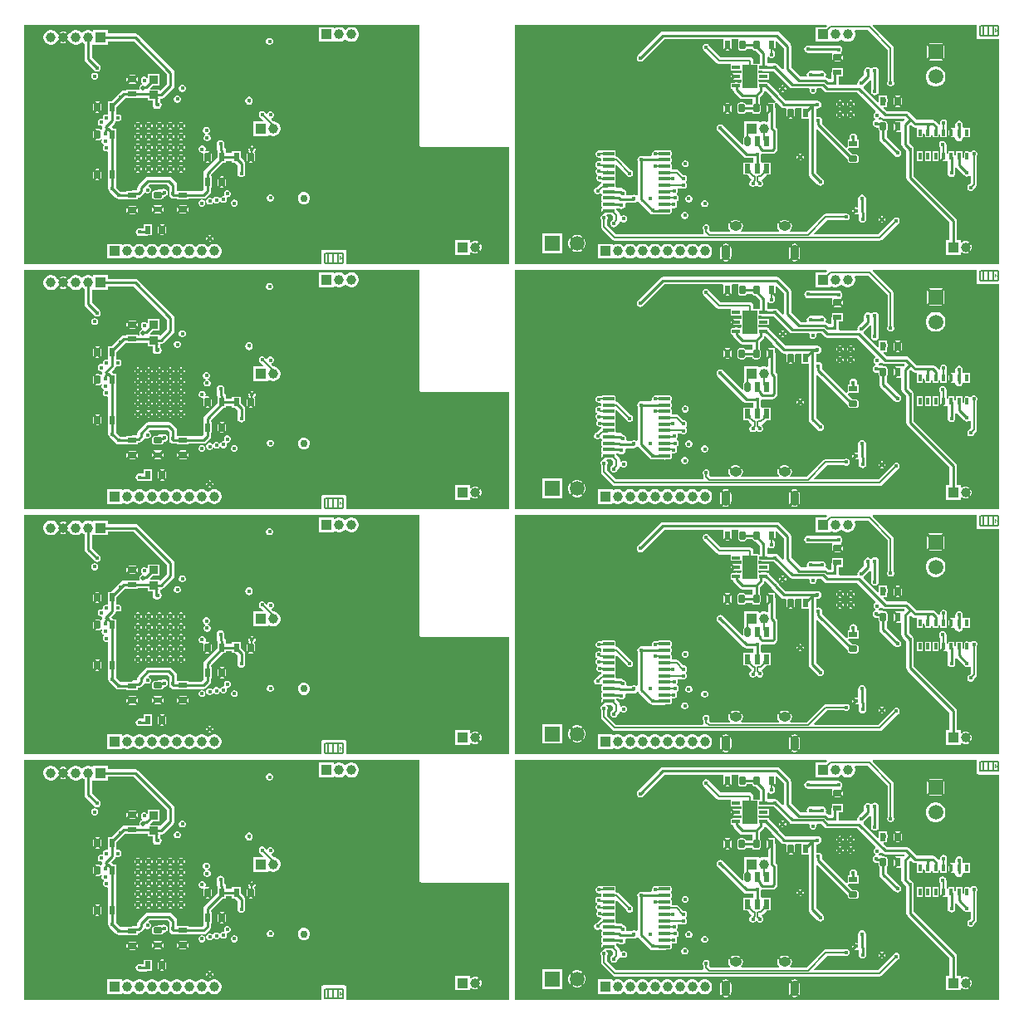
<source format=gbl>
G04*
G04 #@! TF.GenerationSoftware,Altium Limited,Altium Designer,21.0.9 (235)*
G04*
G04 Layer_Physical_Order=4*
G04 Layer_Color=16711680*
%FSLAX44Y44*%
%MOMM*%
G71*
G04*
G04 #@! TF.SameCoordinates,5DD7C229-C87D-40E0-AB69-EEC5175B06D6*
G04*
G04*
G04 #@! TF.FilePolarity,Positive*
G04*
G01*
G75*
%ADD10C,0.2540*%
%ADD12R,0.9000X0.6000*%
G04:AMPARAMS|DCode=13|XSize=0.6mm|YSize=0.9mm|CornerRadius=0.15mm|HoleSize=0mm|Usage=FLASHONLY|Rotation=270.000|XOffset=0mm|YOffset=0mm|HoleType=Round|Shape=RoundedRectangle|*
%AMROUNDEDRECTD13*
21,1,0.6000,0.6000,0,0,270.0*
21,1,0.3000,0.9000,0,0,270.0*
1,1,0.3000,-0.3000,-0.1500*
1,1,0.3000,-0.3000,0.1500*
1,1,0.3000,0.3000,0.1500*
1,1,0.3000,0.3000,-0.1500*
%
%ADD13ROUNDEDRECTD13*%
%ADD14R,0.6000X0.9000*%
G04:AMPARAMS|DCode=15|XSize=0.6mm|YSize=0.9mm|CornerRadius=0.15mm|HoleSize=0mm|Usage=FLASHONLY|Rotation=0.000|XOffset=0mm|YOffset=0mm|HoleType=Round|Shape=RoundedRectangle|*
%AMROUNDEDRECTD15*
21,1,0.6000,0.6000,0,0,0.0*
21,1,0.3000,0.9000,0,0,0.0*
1,1,0.3000,0.1500,-0.3000*
1,1,0.3000,-0.1500,-0.3000*
1,1,0.3000,-0.1500,0.3000*
1,1,0.3000,0.1500,0.3000*
%
%ADD15ROUNDEDRECTD15*%
%ADD43C,0.1270*%
%ADD44C,0.2000*%
%ADD49R,1.5000X1.5000*%
%ADD50C,1.5000*%
%ADD51R,1.0000X1.0000*%
%ADD52C,1.0000*%
%ADD53R,1.5000X1.5000*%
%ADD54O,1.2500X0.9500*%
%ADD55O,0.9000X1.5500*%
%ADD56C,0.7500*%
%ADD57C,0.4500*%
%ADD58C,0.5000*%
G04:AMPARAMS|DCode=59|XSize=0.4mm|YSize=1.2mm|CornerRadius=0.05mm|HoleSize=0mm|Usage=FLASHONLY|Rotation=90.000|XOffset=0mm|YOffset=0mm|HoleType=Round|Shape=RoundedRectangle|*
%AMROUNDEDRECTD59*
21,1,0.4000,1.1000,0,0,90.0*
21,1,0.3000,1.2000,0,0,90.0*
1,1,0.1000,0.5500,0.1500*
1,1,0.1000,0.5500,-0.1500*
1,1,0.1000,-0.5500,-0.1500*
1,1,0.1000,-0.5500,0.1500*
%
%ADD59ROUNDEDRECTD59*%
G04:AMPARAMS|DCode=60|XSize=0.6mm|YSize=1mm|CornerRadius=0.15mm|HoleSize=0mm|Usage=FLASHONLY|Rotation=180.000|XOffset=0mm|YOffset=0mm|HoleType=Round|Shape=RoundedRectangle|*
%AMROUNDEDRECTD60*
21,1,0.6000,0.7000,0,0,180.0*
21,1,0.3000,1.0000,0,0,180.0*
1,1,0.3000,-0.1500,0.3500*
1,1,0.3000,0.1500,0.3500*
1,1,0.3000,0.1500,-0.3500*
1,1,0.3000,-0.1500,-0.3500*
%
%ADD60ROUNDEDRECTD60*%
%ADD61R,0.6000X1.0000*%
G04:AMPARAMS|DCode=62|XSize=0.4mm|YSize=0.9mm|CornerRadius=0.1mm|HoleSize=0mm|Usage=FLASHONLY|Rotation=270.000|XOffset=0mm|YOffset=0mm|HoleType=Round|Shape=RoundedRectangle|*
%AMROUNDEDRECTD62*
21,1,0.4000,0.7000,0,0,270.0*
21,1,0.2000,0.9000,0,0,270.0*
1,1,0.2000,-0.3500,-0.1000*
1,1,0.2000,-0.3500,0.1000*
1,1,0.2000,0.3500,0.1000*
1,1,0.2000,0.3500,-0.1000*
%
%ADD62ROUNDEDRECTD62*%
%ADD63R,0.9000X0.4000*%
%ADD64R,1.4900X2.3700*%
%ADD65R,0.3500X0.7500*%
G04:AMPARAMS|DCode=66|XSize=0.75mm|YSize=0.35mm|CornerRadius=0.0875mm|HoleSize=0mm|Usage=FLASHONLY|Rotation=90.000|XOffset=0mm|YOffset=0mm|HoleType=Round|Shape=RoundedRectangle|*
%AMROUNDEDRECTD66*
21,1,0.7500,0.1750,0,0,90.0*
21,1,0.5750,0.3500,0,0,90.0*
1,1,0.1750,0.0875,0.2875*
1,1,0.1750,0.0875,-0.2875*
1,1,0.1750,-0.0875,-0.2875*
1,1,0.1750,-0.0875,0.2875*
%
%ADD66ROUNDEDRECTD66*%
%ADD67R,0.9400X0.8900*%
G36*
X1245000Y1240432D02*
Y1239974D01*
X1243234D01*
Y1239000D01*
X1242735D01*
Y1239974D01*
X1242184D01*
Y1240432D01*
X1242735D01*
Y1243061D01*
X1243140D01*
X1245000Y1240432D01*
D02*
G37*
G36*
X577000Y1008432D02*
Y1007974D01*
X575234D01*
Y1007000D01*
X574735D01*
Y1007974D01*
X574184D01*
Y1008432D01*
X574735D01*
Y1011060D01*
X575140D01*
X577000Y1008432D01*
D02*
G37*
G36*
X655410Y1247000D02*
Y1125000D01*
X655608Y1124009D01*
X656169Y1123169D01*
X657009Y1122608D01*
X658000Y1122411D01*
X747000D01*
Y1003000D01*
X581590D01*
Y1015000D01*
X581393Y1015991D01*
X580831Y1016832D01*
X579991Y1017393D01*
X579000Y1017590D01*
X558000D01*
X557009Y1017393D01*
X556169Y1016832D01*
X555607Y1015991D01*
X555410Y1015000D01*
Y1003000D01*
X253000D01*
X253000Y1247000D01*
X655410Y1247000D01*
D02*
G37*
G36*
X1070626D02*
X1071152Y1245730D01*
X1069962Y1244540D01*
X1059460D01*
Y1229460D01*
X1074540D01*
Y1229806D01*
X1075810Y1230540D01*
X1076790Y1229974D01*
X1078707Y1229460D01*
X1080693D01*
X1082610Y1229974D01*
X1084330Y1230967D01*
X1085205Y1231842D01*
X1086050Y1232227D01*
X1086895Y1231842D01*
X1087770Y1230967D01*
X1089490Y1229974D01*
X1091407Y1229460D01*
X1093393D01*
X1095310Y1229974D01*
X1097030Y1230967D01*
X1098434Y1232371D01*
X1099426Y1234090D01*
X1099940Y1236008D01*
Y1237993D01*
X1099426Y1239911D01*
X1099202Y1240298D01*
X1099837Y1241398D01*
X1113024D01*
X1132926Y1221496D01*
Y1189053D01*
X1132643Y1188370D01*
Y1186970D01*
X1133179Y1185676D01*
X1134169Y1184686D01*
X1135463Y1184150D01*
X1136863D01*
X1138157Y1184686D01*
X1139147Y1185676D01*
X1139683Y1186970D01*
Y1188370D01*
X1139400Y1189053D01*
Y1222837D01*
X1139154Y1224076D01*
X1138452Y1225126D01*
X1117848Y1245730D01*
X1118374Y1247000D01*
X1223410Y1247000D01*
Y1235000D01*
X1223607Y1234009D01*
X1224169Y1233169D01*
X1225009Y1232608D01*
X1226000Y1232411D01*
X1247000D01*
X1247000Y1003000D01*
X753000D01*
X753000Y1247000D01*
X1070626Y1247000D01*
D02*
G37*
G36*
X1245000Y990432D02*
Y989974D01*
X1243234D01*
Y989000D01*
X1242735D01*
Y989974D01*
X1242184D01*
Y990432D01*
X1242735D01*
Y993060D01*
X1243140D01*
X1245000Y990432D01*
D02*
G37*
G36*
X577000Y758432D02*
Y757974D01*
X575234D01*
Y757000D01*
X574735D01*
Y757974D01*
X574184D01*
Y758432D01*
X574735D01*
Y761060D01*
X575140D01*
X577000Y758432D01*
D02*
G37*
G36*
X655410Y997000D02*
Y875000D01*
X655608Y874009D01*
X656169Y873169D01*
X657009Y872608D01*
X658000Y872410D01*
X747000D01*
Y753000D01*
X581590D01*
Y765000D01*
X581393Y765991D01*
X580831Y766831D01*
X579991Y767393D01*
X579000Y767590D01*
X558000D01*
X557009Y767393D01*
X556169Y766831D01*
X555607Y765991D01*
X555410Y765000D01*
Y753000D01*
X253000D01*
X253000Y997000D01*
X655410Y997000D01*
D02*
G37*
G36*
X1070626D02*
X1071152Y995730D01*
X1069962Y994540D01*
X1059460D01*
Y979460D01*
X1074540D01*
Y979806D01*
X1075810Y980540D01*
X1076790Y979974D01*
X1078707Y979460D01*
X1080693D01*
X1082610Y979974D01*
X1084330Y980967D01*
X1085205Y981842D01*
X1086050Y982226D01*
X1086895Y981842D01*
X1087770Y980967D01*
X1089490Y979974D01*
X1091407Y979460D01*
X1093393D01*
X1095310Y979974D01*
X1097030Y980967D01*
X1098434Y982371D01*
X1099426Y984090D01*
X1099940Y986008D01*
Y987993D01*
X1099426Y989911D01*
X1099202Y990298D01*
X1099837Y991398D01*
X1113024D01*
X1132926Y971496D01*
Y939053D01*
X1132643Y938370D01*
Y936970D01*
X1133179Y935676D01*
X1134169Y934686D01*
X1135463Y934150D01*
X1136863D01*
X1138157Y934686D01*
X1139147Y935676D01*
X1139683Y936970D01*
Y938370D01*
X1139400Y939053D01*
Y972837D01*
X1139154Y974076D01*
X1138452Y975126D01*
X1117848Y995730D01*
X1118374Y997000D01*
X1223410Y997000D01*
Y985000D01*
X1223607Y984009D01*
X1224169Y983169D01*
X1225009Y982608D01*
X1226000Y982410D01*
X1247000D01*
X1247000Y753000D01*
X753000D01*
X753000Y997000D01*
X1070626Y997000D01*
D02*
G37*
G36*
X1245000Y740432D02*
Y739974D01*
X1243234D01*
Y739000D01*
X1242735D01*
Y739974D01*
X1242184D01*
Y740432D01*
X1242735D01*
Y743060D01*
X1243140D01*
X1245000Y740432D01*
D02*
G37*
G36*
X577000Y508432D02*
Y507974D01*
X575234D01*
Y507000D01*
X574735D01*
Y507974D01*
X574184D01*
Y508432D01*
X574735D01*
Y511060D01*
X575140D01*
X577000Y508432D01*
D02*
G37*
G36*
X655410Y747000D02*
Y625000D01*
X655608Y624009D01*
X656169Y623169D01*
X657009Y622607D01*
X658000Y622410D01*
X747000D01*
Y503000D01*
X581590D01*
Y515000D01*
X581393Y515991D01*
X580831Y516831D01*
X579991Y517393D01*
X579000Y517590D01*
X558000D01*
X557009Y517393D01*
X556169Y516831D01*
X555607Y515991D01*
X555410Y515000D01*
Y503000D01*
X253000D01*
X253000Y747000D01*
X655410Y747000D01*
D02*
G37*
G36*
X1070626D02*
X1071152Y745730D01*
X1069962Y744540D01*
X1059460D01*
Y729460D01*
X1074540D01*
Y729806D01*
X1075810Y730540D01*
X1076790Y729974D01*
X1078707Y729460D01*
X1080693D01*
X1082610Y729974D01*
X1084330Y730967D01*
X1085205Y731842D01*
X1086050Y732226D01*
X1086895Y731842D01*
X1087770Y730967D01*
X1089490Y729974D01*
X1091407Y729460D01*
X1093393D01*
X1095310Y729974D01*
X1097030Y730967D01*
X1098434Y732371D01*
X1099426Y734090D01*
X1099940Y736008D01*
Y737993D01*
X1099426Y739911D01*
X1099202Y740298D01*
X1099837Y741398D01*
X1113024D01*
X1132926Y721496D01*
Y689053D01*
X1132643Y688370D01*
Y686970D01*
X1133179Y685676D01*
X1134169Y684686D01*
X1135463Y684150D01*
X1136863D01*
X1138157Y684686D01*
X1139147Y685676D01*
X1139683Y686970D01*
Y688370D01*
X1139400Y689053D01*
Y722837D01*
X1139154Y724076D01*
X1138452Y725126D01*
X1117848Y745730D01*
X1118374Y747000D01*
X1223410Y747000D01*
Y735000D01*
X1223607Y734009D01*
X1224169Y733169D01*
X1225009Y732607D01*
X1226000Y732410D01*
X1247000D01*
X1247000Y503000D01*
X753000D01*
X753000Y747000D01*
X1070626Y747000D01*
D02*
G37*
G36*
X1245000Y490432D02*
Y489974D01*
X1243234D01*
Y489000D01*
X1242735D01*
Y489974D01*
X1242184D01*
Y490432D01*
X1242735D01*
Y493060D01*
X1243140D01*
X1245000Y490432D01*
D02*
G37*
G36*
X577000Y258432D02*
Y257974D01*
X575234D01*
Y257000D01*
X574735D01*
Y257974D01*
X574184D01*
Y258432D01*
X574735D01*
Y261060D01*
X575140D01*
X577000Y258432D01*
D02*
G37*
G36*
X655410Y497000D02*
Y375000D01*
X655608Y374009D01*
X656169Y373169D01*
X657009Y372607D01*
X658000Y372410D01*
X747000D01*
Y253000D01*
X581590D01*
Y265000D01*
X581393Y265991D01*
X580831Y266831D01*
X579991Y267393D01*
X579000Y267590D01*
X558000D01*
X557009Y267393D01*
X556169Y266831D01*
X555607Y265991D01*
X555410Y265000D01*
Y253000D01*
X253000D01*
X253000Y497000D01*
X655410Y497000D01*
D02*
G37*
G36*
X1070626D02*
X1071152Y495730D01*
X1069962Y494540D01*
X1059460D01*
Y479460D01*
X1074540D01*
Y479806D01*
X1075810Y480540D01*
X1076790Y479974D01*
X1078707Y479460D01*
X1080693D01*
X1082610Y479974D01*
X1084330Y480967D01*
X1085205Y481842D01*
X1086050Y482226D01*
X1086895Y481842D01*
X1087770Y480967D01*
X1089490Y479974D01*
X1091407Y479460D01*
X1093393D01*
X1095310Y479974D01*
X1097030Y480967D01*
X1098434Y482370D01*
X1099426Y484090D01*
X1099940Y486007D01*
Y487993D01*
X1099426Y489910D01*
X1099202Y490298D01*
X1099837Y491398D01*
X1113024D01*
X1132926Y471496D01*
Y439053D01*
X1132643Y438370D01*
Y436970D01*
X1133179Y435676D01*
X1134169Y434686D01*
X1135463Y434150D01*
X1136863D01*
X1138157Y434686D01*
X1139147Y435676D01*
X1139683Y436970D01*
Y438370D01*
X1139400Y439053D01*
Y472837D01*
X1139154Y474076D01*
X1138452Y475126D01*
X1117848Y495730D01*
X1118374Y497000D01*
X1223410Y497000D01*
Y485000D01*
X1223607Y484009D01*
X1224169Y483169D01*
X1225009Y482607D01*
X1226000Y482410D01*
X1247000D01*
X1247000Y253000D01*
X753000D01*
X753000Y497000D01*
X1070626Y497000D01*
D02*
G37*
%LPC*%
G36*
X1243234Y1242251D02*
Y1240432D01*
X1244513D01*
X1243234Y1242251D01*
D02*
G37*
G36*
X575234Y1010251D02*
Y1008432D01*
X576513D01*
X575234Y1010251D01*
D02*
G37*
G36*
X587393Y1244540D02*
X585407D01*
X583490Y1244026D01*
X581770Y1243034D01*
X580697Y1241961D01*
X580050Y1241739D01*
X579403Y1241961D01*
X578330Y1243034D01*
X576610Y1244026D01*
X574693Y1244540D01*
X572707D01*
X570790Y1244026D01*
X569540Y1243305D01*
X568540Y1243860D01*
Y1244540D01*
X553460D01*
Y1229460D01*
X568540D01*
Y1230140D01*
X569540Y1230696D01*
X570790Y1229974D01*
X572707Y1229460D01*
X574693D01*
X576610Y1229974D01*
X578330Y1230967D01*
X579403Y1232040D01*
X580050Y1232262D01*
X580697Y1232040D01*
X581770Y1230967D01*
X583490Y1229974D01*
X585407Y1229460D01*
X587393D01*
X589310Y1229974D01*
X591030Y1230967D01*
X592434Y1232371D01*
X593426Y1234090D01*
X593940Y1236008D01*
Y1237993D01*
X593426Y1239911D01*
X592434Y1241630D01*
X591030Y1243034D01*
X589310Y1244026D01*
X587393Y1244540D01*
D02*
G37*
G36*
X338240Y1241540D02*
X323160D01*
Y1240860D01*
X322160Y1240305D01*
X320910Y1241026D01*
X318993Y1241540D01*
X317007D01*
X315090Y1241026D01*
X313370Y1240034D01*
X312297Y1238961D01*
X311650Y1238738D01*
X311003Y1238961D01*
X309930Y1240034D01*
X308210Y1241026D01*
X306293Y1241540D01*
X304307D01*
X302390Y1241026D01*
X300670Y1240034D01*
X299267Y1238630D01*
X298850Y1237909D01*
X298631Y1237825D01*
X298220Y1237824D01*
X294396Y1234000D01*
X298220Y1230177D01*
X298631Y1230175D01*
X298850Y1230092D01*
X299267Y1229371D01*
X300670Y1227967D01*
X302390Y1226974D01*
X304307Y1226460D01*
X306293D01*
X308210Y1226974D01*
X309930Y1227967D01*
X311003Y1229040D01*
X311650Y1229262D01*
X312297Y1229040D01*
X313370Y1227967D01*
X314116Y1227537D01*
Y1212000D01*
X314411Y1210514D01*
X315253Y1209253D01*
X324253Y1200253D01*
X325513Y1199411D01*
X327000Y1199116D01*
X328487Y1199411D01*
X329747Y1200253D01*
X330589Y1201514D01*
X330885Y1203000D01*
X330589Y1204487D01*
X329747Y1205747D01*
X321885Y1213609D01*
Y1226705D01*
X322160Y1226867D01*
X323160Y1226460D01*
Y1226460D01*
X338240D01*
Y1230116D01*
X364391D01*
X398115Y1196391D01*
Y1186609D01*
X391687Y1180180D01*
X390763Y1180563D01*
Y1180870D01*
X381363D01*
X380980Y1181794D01*
X384316Y1185130D01*
X390763D01*
Y1196570D01*
X378823D01*
Y1193156D01*
X377823Y1192742D01*
X377296Y1193268D01*
X376003Y1193804D01*
X374602D01*
X373309Y1193268D01*
X372318Y1192278D01*
X371783Y1190984D01*
Y1189584D01*
X372318Y1188290D01*
X373002Y1187606D01*
X373023Y1186418D01*
X372724Y1186218D01*
X372717Y1186211D01*
X372621Y1186192D01*
X372132Y1185865D01*
X371972Y1185799D01*
X371849Y1185676D01*
X371361Y1185350D01*
X371034Y1184861D01*
X370911Y1184738D01*
X370845Y1184578D01*
X370518Y1184089D01*
X370404Y1183513D01*
X370337Y1183353D01*
Y1183179D01*
X370223Y1182603D01*
X370337Y1182026D01*
Y1181853D01*
X370404Y1181693D01*
X370506Y1181177D01*
X370506Y1181096D01*
X369943Y1180177D01*
X368770D01*
Y1180563D01*
X357230D01*
Y1180177D01*
X354293D01*
X352806Y1179882D01*
X351546Y1179040D01*
X341276Y1168770D01*
X338230D01*
Y1157230D01*
X338615D01*
Y1156122D01*
X337615Y1155453D01*
X337140Y1155650D01*
X335740D01*
X334446Y1155115D01*
X333456Y1154124D01*
X332920Y1152831D01*
Y1151551D01*
X332550Y1151152D01*
X332094Y1150810D01*
X331986Y1150855D01*
X330585D01*
X329291Y1150320D01*
X328301Y1149329D01*
X327766Y1148036D01*
Y1146635D01*
X328301Y1145341D01*
X329291Y1144351D01*
X330585Y1143816D01*
X331356D01*
X332194Y1142902D01*
X332115Y1142508D01*
X332386Y1141148D01*
X332076Y1140684D01*
X331999Y1140297D01*
X330997Y1139997D01*
X330081Y1140610D01*
X329000Y1140825D01*
X326000D01*
X325143Y1140654D01*
X328398Y1137398D01*
X326602Y1135602D01*
X323346Y1138858D01*
X323176Y1138000D01*
Y1132000D01*
X323346Y1131143D01*
X326602Y1134398D01*
X328398Y1132602D01*
X325143Y1129347D01*
X326000Y1129176D01*
X329000D01*
X330081Y1129391D01*
X330997Y1130003D01*
X331086Y1130136D01*
X331303Y1130322D01*
X332090Y1129902D01*
Y1129902D01*
X332121Y1129885D01*
X331990Y1129568D01*
X331741Y1128969D01*
Y1127569D01*
X332277Y1126275D01*
X333268Y1125285D01*
X333824Y1125054D01*
X334023Y1123889D01*
X333456Y1123322D01*
X332920Y1122029D01*
Y1120628D01*
X333456Y1119334D01*
X334446Y1118344D01*
X335740Y1117808D01*
X337140D01*
X337616Y1118005D01*
X338615Y1117337D01*
Y1099770D01*
X338230D01*
Y1088230D01*
X338615D01*
Y1079500D01*
X338911Y1078014D01*
X339753Y1076753D01*
X346253Y1070253D01*
X347514Y1069411D01*
X349000Y1069116D01*
X357230D01*
Y1068730D01*
X368770D01*
Y1070674D01*
X369250D01*
X370736Y1070970D01*
X371996Y1071812D01*
X374608Y1074424D01*
X375240Y1075368D01*
X376384Y1075639D01*
X376506Y1075516D01*
X377800Y1074980D01*
X379200D01*
X380494Y1075516D01*
X381484Y1076506D01*
X382020Y1077800D01*
Y1079200D01*
X381484Y1080494D01*
X380494Y1081484D01*
X380019Y1081681D01*
X379784Y1082861D01*
X380789Y1083866D01*
X398641D01*
X400615Y1081891D01*
Y1073500D01*
X400911Y1072014D01*
X401753Y1070753D01*
X403013Y1069911D01*
X404500Y1069616D01*
X408773D01*
Y1069230D01*
X420313D01*
Y1069616D01*
X435500D01*
X436987Y1069911D01*
X438247Y1070753D01*
X442247Y1074753D01*
X443089Y1076014D01*
X443385Y1077500D01*
Y1080688D01*
X443770D01*
Y1092228D01*
X443385D01*
Y1093891D01*
X455724Y1106230D01*
X458770D01*
Y1108116D01*
X464773D01*
Y1106230D01*
X467819D01*
X470323Y1103726D01*
Y1095208D01*
X470619Y1093721D01*
X471461Y1092461D01*
X472721Y1091619D01*
X474208Y1091323D01*
X475694Y1091619D01*
X476954Y1092461D01*
X477797Y1093721D01*
X478092Y1095208D01*
Y1105335D01*
X477797Y1106822D01*
X476954Y1108082D01*
X473313Y1111724D01*
Y1117770D01*
X464773D01*
Y1115885D01*
X458770D01*
Y1117770D01*
X458385D01*
Y1118218D01*
X458089Y1119705D01*
X457247Y1120965D01*
X457136Y1121076D01*
Y1125374D01*
X456841Y1126860D01*
X455999Y1128121D01*
X455846Y1128273D01*
X454585Y1129116D01*
X453099Y1129411D01*
X451612Y1129116D01*
X450352Y1128273D01*
X449510Y1127013D01*
X449214Y1125527D01*
X449367Y1124758D01*
Y1119467D01*
X449663Y1117980D01*
X450230Y1117131D01*
Y1111724D01*
X436753Y1098247D01*
X435911Y1096987D01*
X435616Y1095500D01*
Y1092228D01*
X435230D01*
Y1080688D01*
X435616D01*
Y1079109D01*
X433891Y1077385D01*
X420313D01*
Y1077770D01*
X408773D01*
X408385Y1078610D01*
Y1083500D01*
X408089Y1084987D01*
X407247Y1086247D01*
X402997Y1090497D01*
X401737Y1091339D01*
X400250Y1091635D01*
X379180D01*
X377693Y1091339D01*
X376433Y1090497D01*
X369115Y1083179D01*
X368273Y1081918D01*
X367977Y1080432D01*
Y1078780D01*
X367641Y1078444D01*
X364559D01*
X363072Y1078148D01*
X361812Y1077306D01*
X361776Y1077270D01*
X357230D01*
Y1076885D01*
X350609D01*
X346385Y1081109D01*
Y1088230D01*
X346770D01*
Y1099770D01*
X346385D01*
Y1129230D01*
X346770D01*
Y1140770D01*
X343724D01*
X341740Y1142754D01*
X345247Y1146261D01*
X346089Y1147522D01*
X346214Y1148152D01*
X347355Y1148761D01*
X347860Y1148552D01*
X349260D01*
X350554Y1149088D01*
X351544Y1150078D01*
X352080Y1151372D01*
Y1152773D01*
X351544Y1154066D01*
X350554Y1155056D01*
X349260Y1155592D01*
X347860D01*
X347385Y1155396D01*
X346385Y1156064D01*
Y1157230D01*
X346770D01*
Y1163277D01*
X355902Y1172408D01*
X357230D01*
Y1172023D01*
X368770D01*
Y1172408D01*
X378823D01*
Y1169430D01*
X383555D01*
Y1165000D01*
X383851Y1163514D01*
X384693Y1162253D01*
X385953Y1161411D01*
X387440Y1161116D01*
X389043D01*
X390529Y1161411D01*
X391790Y1162253D01*
X392632Y1163514D01*
X392927Y1165000D01*
Y1165368D01*
X392632Y1166855D01*
X391790Y1168115D01*
X391325Y1168426D01*
Y1169755D01*
X391812Y1170484D01*
X391967Y1171266D01*
X392150D01*
X393637Y1171561D01*
X394897Y1172403D01*
X404747Y1182253D01*
X405589Y1183514D01*
X405885Y1185000D01*
Y1198000D01*
X405589Y1199487D01*
X404747Y1200747D01*
X368747Y1236747D01*
X367487Y1237589D01*
X366000Y1237885D01*
X338240D01*
Y1241540D01*
D02*
G37*
G36*
X293847Y1240270D02*
X291353D01*
X289071Y1239325D01*
X292600Y1235796D01*
X296129Y1239325D01*
X293847Y1240270D01*
D02*
G37*
G36*
X292600Y1232204D02*
X289071Y1228675D01*
X291353Y1227730D01*
X293847D01*
X296129Y1228675D01*
X292600Y1232204D01*
D02*
G37*
G36*
X503700Y1233520D02*
X502300D01*
X501006Y1232984D01*
X500016Y1231994D01*
X499480Y1230700D01*
Y1229300D01*
X500016Y1228006D01*
X501006Y1227016D01*
X502300Y1226480D01*
X503700D01*
X504994Y1227016D01*
X505984Y1228006D01*
X506520Y1229300D01*
Y1230700D01*
X505984Y1231994D01*
X504994Y1232984D01*
X503700Y1233520D01*
D02*
G37*
G36*
X280893Y1241540D02*
X278908D01*
X276990Y1241026D01*
X275271Y1240034D01*
X273867Y1238630D01*
X272874Y1236911D01*
X272360Y1234993D01*
Y1233008D01*
X272874Y1231090D01*
X273867Y1229371D01*
X275271Y1227967D01*
X276990Y1226974D01*
X278908Y1226460D01*
X280893D01*
X282810Y1226974D01*
X284530Y1227967D01*
X285934Y1229371D01*
X286350Y1230092D01*
X286569Y1230175D01*
X286980Y1230177D01*
X290804Y1234000D01*
X286980Y1237824D01*
X286569Y1237825D01*
X286350Y1237909D01*
X285934Y1238630D01*
X284530Y1240034D01*
X282810Y1241026D01*
X280893Y1241540D01*
D02*
G37*
G36*
X325365Y1197855D02*
X323965D01*
X322671Y1197319D01*
X321681Y1196329D01*
X321145Y1195035D01*
Y1193635D01*
X321681Y1192341D01*
X322671Y1191351D01*
X323965Y1190815D01*
X325365D01*
X326659Y1191351D01*
X327649Y1192341D01*
X328185Y1193635D01*
Y1195035D01*
X327649Y1196329D01*
X326659Y1197319D01*
X325365Y1197855D01*
D02*
G37*
G36*
X368654Y1193650D02*
X366296Y1191293D01*
X368654Y1188935D01*
X368824Y1189793D01*
Y1192793D01*
X368654Y1193650D01*
D02*
G37*
G36*
X357346Y1193651D02*
X357176Y1192793D01*
Y1189793D01*
X357346Y1188935D01*
X359704Y1191293D01*
X357346Y1193651D01*
D02*
G37*
G36*
X366000Y1195617D02*
X360000D01*
X359142Y1195446D01*
X362398Y1192191D01*
X361500Y1191293D01*
X362398Y1190395D01*
X359142Y1187139D01*
X360000Y1186969D01*
X366000D01*
X366858Y1187139D01*
X363602Y1190395D01*
X364500Y1191293D01*
X363602Y1192191D01*
X366858Y1195446D01*
X366000Y1195617D01*
D02*
G37*
G36*
X414700Y1185520D02*
X413300D01*
X412006Y1184984D01*
X411016Y1183994D01*
X410480Y1182700D01*
Y1181300D01*
X411016Y1180006D01*
X412006Y1179016D01*
X413300Y1178480D01*
X414700D01*
X415994Y1179016D01*
X416984Y1180006D01*
X417520Y1181300D01*
Y1182700D01*
X416984Y1183994D01*
X415994Y1184984D01*
X414700Y1185520D01*
D02*
G37*
G36*
X409700Y1174520D02*
X408300D01*
X407006Y1173984D01*
X406016Y1172994D01*
X405480Y1171700D01*
Y1170300D01*
X406016Y1169006D01*
X407006Y1168016D01*
X408300Y1167480D01*
X409700D01*
X410994Y1168016D01*
X411984Y1169006D01*
X412520Y1170300D01*
Y1171700D01*
X411984Y1172994D01*
X410994Y1173984D01*
X409700Y1174520D01*
D02*
G37*
G36*
X329000Y1168824D02*
X326000D01*
X325143Y1168654D01*
X327500Y1166296D01*
X329858Y1168654D01*
X329000Y1168824D01*
D02*
G37*
G36*
X482000Y1173460D02*
X480513Y1173164D01*
X479253Y1172322D01*
X478411Y1171062D01*
X478116Y1169575D01*
Y1169045D01*
X478411Y1167558D01*
X479253Y1166298D01*
X480513Y1165456D01*
X482000Y1165160D01*
X483487Y1165456D01*
X484747Y1166298D01*
X485589Y1167558D01*
X485885Y1169045D01*
Y1169575D01*
X485589Y1171062D01*
X484747Y1172322D01*
X483487Y1173164D01*
X482000Y1173460D01*
D02*
G37*
G36*
X323346Y1166858D02*
X323176Y1166000D01*
Y1160000D01*
X323346Y1159143D01*
X326602Y1162398D01*
X327500Y1161500D01*
X328398Y1162398D01*
X331654Y1159143D01*
X331824Y1160000D01*
Y1166000D01*
X331654Y1166858D01*
X328398Y1163602D01*
X327500Y1164500D01*
X326602Y1163602D01*
X323346Y1166858D01*
D02*
G37*
G36*
X327500Y1159704D02*
X325143Y1157347D01*
X326000Y1157176D01*
X329000D01*
X329858Y1157347D01*
X327500Y1159704D01*
D02*
G37*
G36*
X413750Y1147770D02*
X412250D01*
X411385Y1147412D01*
X413000Y1145796D01*
X414616Y1147412D01*
X413750Y1147770D01*
D02*
G37*
G36*
X391750D02*
X390250D01*
X389385Y1147412D01*
X391000Y1145796D01*
X392616Y1147412D01*
X391750Y1147770D01*
D02*
G37*
G36*
X369750D02*
X368250D01*
X367385Y1147412D01*
X369000Y1145796D01*
X370616Y1147412D01*
X369750Y1147770D01*
D02*
G37*
G36*
X402750Y1147770D02*
X401250D01*
X400385Y1147412D01*
X402000Y1145796D01*
X403616Y1147412D01*
X402750Y1147770D01*
D02*
G37*
G36*
X380750D02*
X379250D01*
X378385Y1147412D01*
X380000Y1145796D01*
X381615Y1147412D01*
X380750Y1147770D01*
D02*
G37*
G36*
X416412Y1145616D02*
X414796Y1144000D01*
X416412Y1142385D01*
X416770Y1143250D01*
Y1144750D01*
X416412Y1145616D01*
D02*
G37*
G36*
X394412D02*
X392796Y1144000D01*
X394412Y1142385D01*
X394770Y1143250D01*
Y1144750D01*
X394412Y1145616D01*
D02*
G37*
G36*
X372412D02*
X370796Y1144000D01*
X372412Y1142385D01*
X372770Y1143250D01*
Y1144750D01*
X372412Y1145616D01*
D02*
G37*
G36*
X409589Y1145616D02*
X409230Y1144750D01*
Y1143250D01*
X409589Y1142385D01*
X411204Y1144000D01*
X409589Y1145616D01*
D02*
G37*
G36*
X387589D02*
X387230Y1144750D01*
Y1143250D01*
X387589Y1142385D01*
X389204Y1144000D01*
X387589Y1145616D01*
D02*
G37*
G36*
X365589D02*
X365230Y1144750D01*
Y1143250D01*
X365589Y1142385D01*
X367204Y1144000D01*
X365589Y1145616D01*
D02*
G37*
G36*
X405412Y1145616D02*
X403796Y1144000D01*
X405412Y1142385D01*
X405770Y1143250D01*
Y1144750D01*
X405412Y1145616D01*
D02*
G37*
G36*
X383412D02*
X381796Y1144000D01*
X383412Y1142385D01*
X383770Y1143250D01*
Y1144750D01*
X383412Y1145616D01*
D02*
G37*
G36*
X398589Y1145616D02*
X398230Y1144750D01*
Y1143250D01*
X398589Y1142385D01*
X400204Y1144000D01*
X398589Y1145616D01*
D02*
G37*
G36*
X376589D02*
X376230Y1144750D01*
Y1143250D01*
X376589Y1142385D01*
X378204Y1144000D01*
X376589Y1145616D01*
D02*
G37*
G36*
X413000Y1142204D02*
X411385Y1140589D01*
X412250Y1140230D01*
X413750D01*
X414616Y1140589D01*
X413000Y1142204D01*
D02*
G37*
G36*
X391000D02*
X389385Y1140589D01*
X390250Y1140230D01*
X391750D01*
X392616Y1140589D01*
X391000Y1142204D01*
D02*
G37*
G36*
X369000D02*
X367385Y1140589D01*
X368250Y1140230D01*
X369750D01*
X370616Y1140589D01*
X369000Y1142204D01*
D02*
G37*
G36*
X402000Y1142204D02*
X400385Y1140589D01*
X401250Y1140230D01*
X402750D01*
X403616Y1140589D01*
X402000Y1142204D01*
D02*
G37*
G36*
X380000D02*
X378385Y1140589D01*
X379250Y1140230D01*
X380750D01*
X381616Y1140589D01*
X380000Y1142204D01*
D02*
G37*
G36*
X413750Y1136770D02*
X412250D01*
X411385Y1136412D01*
X413000Y1134796D01*
X414616Y1136412D01*
X413750Y1136770D01*
D02*
G37*
G36*
X402750D02*
X401250D01*
X400385Y1136412D01*
X402000Y1134796D01*
X403616Y1136412D01*
X402750Y1136770D01*
D02*
G37*
G36*
X380750D02*
X379250D01*
X378385Y1136412D01*
X380000Y1134796D01*
X381615Y1136412D01*
X380750Y1136770D01*
D02*
G37*
G36*
X369750D02*
X368250D01*
X367385Y1136412D01*
X369000Y1134796D01*
X370616Y1136412D01*
X369750Y1136770D01*
D02*
G37*
G36*
X391750Y1136770D02*
X390250D01*
X389385Y1136412D01*
X391000Y1134796D01*
X392616Y1136412D01*
X391750Y1136770D01*
D02*
G37*
G36*
X496265Y1158918D02*
X494865D01*
X493571Y1158382D01*
X492581Y1157392D01*
X492045Y1156098D01*
Y1154698D01*
X492581Y1153404D01*
X493571Y1152414D01*
X494254Y1152131D01*
X496921Y1149464D01*
X496539Y1148540D01*
X486460D01*
Y1133460D01*
X501540D01*
Y1134140D01*
X502540Y1134696D01*
X503790Y1133974D01*
X505707Y1133460D01*
X507693D01*
X509610Y1133974D01*
X511330Y1134967D01*
X512734Y1136371D01*
X513726Y1138090D01*
X514240Y1140008D01*
Y1141993D01*
X513726Y1143911D01*
X512734Y1145630D01*
X511330Y1147034D01*
X509610Y1148026D01*
X507693Y1148540D01*
X507001D01*
X504985Y1150556D01*
X505248Y1151707D01*
X505994Y1152016D01*
X506984Y1153006D01*
X507520Y1154300D01*
Y1155700D01*
X506984Y1156994D01*
X505994Y1157984D01*
X504700Y1158520D01*
X503300D01*
X502006Y1157984D01*
X501016Y1156994D01*
X500707Y1156249D01*
X499556Y1155985D01*
X498832Y1156710D01*
X498549Y1157392D01*
X497559Y1158382D01*
X496265Y1158918D01*
D02*
G37*
G36*
X416412Y1134616D02*
X414796Y1133000D01*
X416412Y1131385D01*
X416770Y1132250D01*
Y1133750D01*
X416412Y1134616D01*
D02*
G37*
G36*
X405412D02*
X403796Y1133000D01*
X405412Y1131385D01*
X405770Y1132250D01*
Y1133750D01*
X405412Y1134616D01*
D02*
G37*
G36*
X383412D02*
X381796Y1133000D01*
X383412Y1131385D01*
X383770Y1132250D01*
Y1133750D01*
X383412Y1134616D01*
D02*
G37*
G36*
X372412D02*
X370796Y1133000D01*
X372412Y1131385D01*
X372770Y1132250D01*
Y1133750D01*
X372412Y1134616D01*
D02*
G37*
G36*
X409589Y1134616D02*
X409230Y1133750D01*
Y1132250D01*
X409589Y1131385D01*
X411204Y1133000D01*
X409589Y1134616D01*
D02*
G37*
G36*
X398589D02*
X398230Y1133750D01*
Y1132250D01*
X398589Y1131385D01*
X400204Y1133000D01*
X398589Y1134616D01*
D02*
G37*
G36*
X376589D02*
X376230Y1133750D01*
Y1132250D01*
X376589Y1131385D01*
X378204Y1133000D01*
X376589Y1134616D01*
D02*
G37*
G36*
X365589D02*
X365230Y1133750D01*
Y1132250D01*
X365589Y1131385D01*
X367204Y1133000D01*
X365589Y1134616D01*
D02*
G37*
G36*
X394412Y1134616D02*
X392796Y1133000D01*
X394412Y1131385D01*
X394770Y1132250D01*
Y1133750D01*
X394412Y1134616D01*
D02*
G37*
G36*
X387589Y1134616D02*
X387230Y1133750D01*
Y1132250D01*
X387589Y1131385D01*
X389204Y1133000D01*
X387589Y1134616D01*
D02*
G37*
G36*
X413000Y1131204D02*
X411385Y1129589D01*
X412250Y1129230D01*
X413750D01*
X414616Y1129589D01*
X413000Y1131204D01*
D02*
G37*
G36*
X402000D02*
X400385Y1129589D01*
X401250Y1129230D01*
X402750D01*
X403616Y1129589D01*
X402000Y1131204D01*
D02*
G37*
G36*
X380000D02*
X378385Y1129589D01*
X379250Y1129230D01*
X380750D01*
X381616Y1129589D01*
X380000Y1131204D01*
D02*
G37*
G36*
X369000D02*
X367385Y1129589D01*
X368250Y1129230D01*
X369750D01*
X370616Y1129589D01*
X369000Y1131204D01*
D02*
G37*
G36*
X391000Y1131204D02*
X389385Y1129589D01*
X390250Y1129230D01*
X391750D01*
X392616Y1129589D01*
X391000Y1131204D01*
D02*
G37*
G36*
X439280Y1142719D02*
X437879D01*
X436586Y1142183D01*
X435596Y1141193D01*
X435060Y1139899D01*
Y1138499D01*
X435596Y1137205D01*
X436586Y1136215D01*
X437610Y1135790D01*
X437719Y1134799D01*
X437710Y1134749D01*
X437279Y1134571D01*
X436289Y1133581D01*
X435753Y1132287D01*
Y1130887D01*
X436289Y1129593D01*
X437279Y1128603D01*
X438573Y1128067D01*
X439973D01*
X441267Y1128603D01*
X442257Y1129593D01*
X442793Y1130887D01*
Y1132287D01*
X442257Y1133581D01*
X441267Y1134571D01*
X440242Y1134995D01*
X440134Y1135986D01*
X440143Y1136036D01*
X440574Y1136215D01*
X441564Y1137205D01*
X442099Y1138499D01*
Y1139899D01*
X441564Y1141193D01*
X440574Y1142183D01*
X439280Y1142719D01*
D02*
G37*
G36*
X413750Y1125770D02*
X412250D01*
X411385Y1125412D01*
X413000Y1123796D01*
X414616Y1125412D01*
X413750Y1125770D01*
D02*
G37*
G36*
X402750D02*
X401250D01*
X400385Y1125412D01*
X402000Y1123796D01*
X403615Y1125412D01*
X402750Y1125770D01*
D02*
G37*
G36*
X391750D02*
X390250D01*
X389385Y1125412D01*
X391000Y1123796D01*
X392616Y1125412D01*
X391750Y1125770D01*
D02*
G37*
G36*
X380750D02*
X379250D01*
X378385Y1125412D01*
X380000Y1123796D01*
X381616Y1125412D01*
X380750Y1125770D01*
D02*
G37*
G36*
X369750D02*
X368250D01*
X367385Y1125412D01*
X369000Y1123796D01*
X370616Y1125412D01*
X369750Y1125770D01*
D02*
G37*
G36*
X485700Y1123520D02*
X484300D01*
X483576Y1123220D01*
X485000Y1121796D01*
X486424Y1123220D01*
X485700Y1123520D01*
D02*
G37*
G36*
X416412Y1123616D02*
X414796Y1122000D01*
X416412Y1120385D01*
X416770Y1121250D01*
Y1122750D01*
X416412Y1123616D01*
D02*
G37*
G36*
X405412D02*
X403796Y1122000D01*
X405412Y1120385D01*
X405770Y1121250D01*
Y1122750D01*
X405412Y1123616D01*
D02*
G37*
G36*
X394412D02*
X392796Y1122000D01*
X394412Y1120385D01*
X394770Y1121250D01*
Y1122750D01*
X394412Y1123616D01*
D02*
G37*
G36*
X383412D02*
X381796Y1122000D01*
X383412Y1120385D01*
X383770Y1121250D01*
Y1122750D01*
X383412Y1123616D01*
D02*
G37*
G36*
X372412D02*
X370796Y1122000D01*
X372412Y1120385D01*
X372770Y1121250D01*
Y1122750D01*
X372412Y1123616D01*
D02*
G37*
G36*
X409589Y1123616D02*
X409230Y1122750D01*
Y1121250D01*
X409589Y1120385D01*
X411204Y1122000D01*
X409589Y1123616D01*
D02*
G37*
G36*
X398589D02*
X398230Y1122750D01*
Y1121250D01*
X398589Y1120385D01*
X400204Y1122000D01*
X398589Y1123616D01*
D02*
G37*
G36*
X387589D02*
X387230Y1122750D01*
Y1121250D01*
X387589Y1120385D01*
X389204Y1122000D01*
X387589Y1123616D01*
D02*
G37*
G36*
X376589D02*
X376230Y1122750D01*
Y1121250D01*
X376589Y1120385D01*
X378204Y1122000D01*
X376589Y1123616D01*
D02*
G37*
G36*
X365589D02*
X365230Y1122750D01*
Y1121250D01*
X365589Y1120385D01*
X367204Y1122000D01*
X365589Y1123616D01*
D02*
G37*
G36*
X413000Y1120204D02*
X411385Y1118589D01*
X412250Y1118230D01*
X413750D01*
X414616Y1118589D01*
X413000Y1120204D01*
D02*
G37*
G36*
X402000D02*
X400385Y1118589D01*
X401250Y1118230D01*
X402750D01*
X403616Y1118589D01*
X402000Y1120204D01*
D02*
G37*
G36*
X391000D02*
X389385Y1118589D01*
X390250Y1118230D01*
X391750D01*
X392616Y1118589D01*
X391000Y1120204D01*
D02*
G37*
G36*
X380000D02*
X378385Y1118589D01*
X379250Y1118230D01*
X380750D01*
X381616Y1118589D01*
X380000Y1120204D01*
D02*
G37*
G36*
X369000D02*
X367385Y1118589D01*
X368250Y1118230D01*
X369750D01*
X370616Y1118589D01*
X369000Y1120204D01*
D02*
G37*
G36*
X391750Y1114770D02*
X390250D01*
X389385Y1114412D01*
X391000Y1112796D01*
X392616Y1114412D01*
X391750Y1114770D01*
D02*
G37*
G36*
X413750Y1114770D02*
X412250D01*
X411385Y1114412D01*
X413000Y1112796D01*
X414616Y1114412D01*
X413750Y1114770D01*
D02*
G37*
G36*
X402750D02*
X401250D01*
X400385Y1114412D01*
X402000Y1112796D01*
X403616Y1114412D01*
X402750Y1114770D01*
D02*
G37*
G36*
X380750D02*
X379250D01*
X378385Y1114412D01*
X380000Y1112796D01*
X381615Y1114412D01*
X380750Y1114770D01*
D02*
G37*
G36*
X369750D02*
X368250D01*
X367385Y1114412D01*
X369000Y1112796D01*
X370616Y1114412D01*
X369750Y1114770D01*
D02*
G37*
G36*
X481780Y1121424D02*
X481480Y1120700D01*
Y1119300D01*
X481735Y1118684D01*
X481516Y1117823D01*
X484941Y1114398D01*
X483145Y1112602D01*
X479889Y1115858D01*
X479718Y1115000D01*
Y1109000D01*
X479889Y1108143D01*
X483145Y1111398D01*
X484043Y1110500D01*
X484941Y1111398D01*
X488196Y1108142D01*
X488367Y1109000D01*
Y1115000D01*
X488152Y1116081D01*
X487540Y1116997D01*
X487489Y1117511D01*
X487984Y1118006D01*
X488520Y1119300D01*
Y1120700D01*
X488220Y1121424D01*
X485898Y1119102D01*
X485000Y1120000D01*
X484102Y1119102D01*
X481780Y1121424D01*
D02*
G37*
G36*
X394412Y1112616D02*
X392796Y1111000D01*
X394412Y1109385D01*
X394770Y1110250D01*
Y1111750D01*
X394412Y1112616D01*
D02*
G37*
G36*
X387589Y1112616D02*
X387230Y1111750D01*
Y1110250D01*
X387589Y1109385D01*
X389204Y1111000D01*
X387589Y1112616D01*
D02*
G37*
G36*
X416412Y1112616D02*
X414796Y1111000D01*
X416412Y1109385D01*
X416770Y1110250D01*
Y1111750D01*
X416412Y1112616D01*
D02*
G37*
G36*
X405412D02*
X403796Y1111000D01*
X405412Y1109385D01*
X405770Y1110250D01*
Y1111750D01*
X405412Y1112616D01*
D02*
G37*
G36*
X383412D02*
X381796Y1111000D01*
X383412Y1109385D01*
X383770Y1110250D01*
Y1111750D01*
X383412Y1112616D01*
D02*
G37*
G36*
X372412D02*
X370796Y1111000D01*
X372412Y1109385D01*
X372770Y1110250D01*
Y1111750D01*
X372412Y1112616D01*
D02*
G37*
G36*
X409589Y1112616D02*
X409230Y1111750D01*
Y1110250D01*
X409589Y1109385D01*
X411204Y1111000D01*
X409589Y1112616D01*
D02*
G37*
G36*
X398589D02*
X398230Y1111750D01*
Y1110250D01*
X398589Y1109385D01*
X400204Y1111000D01*
X398589Y1112616D01*
D02*
G37*
G36*
X376589D02*
X376230Y1111750D01*
Y1110250D01*
X376589Y1109385D01*
X378204Y1111000D01*
X376589Y1112616D01*
D02*
G37*
G36*
X365589D02*
X365230Y1111750D01*
Y1110250D01*
X365589Y1109385D01*
X367204Y1111000D01*
X365589Y1112616D01*
D02*
G37*
G36*
X434892Y1123527D02*
X433492D01*
X432198Y1122991D01*
X431208Y1122000D01*
X430672Y1120707D01*
Y1119306D01*
X431208Y1118013D01*
X432198Y1117022D01*
X433492Y1116487D01*
X434529D01*
X434566Y1116469D01*
X435199Y1115776D01*
X435289Y1115568D01*
X435176Y1115000D01*
Y1109000D01*
X435346Y1108143D01*
X438602Y1111398D01*
X439500Y1110500D01*
X440398Y1111398D01*
X443654Y1108143D01*
X443824Y1109000D01*
Y1115000D01*
X443654Y1115858D01*
X440398Y1112602D01*
X438602Y1114398D01*
X441858Y1117654D01*
X441000Y1117824D01*
X438181D01*
X437769Y1118229D01*
X437477Y1118740D01*
X437712Y1119306D01*
Y1120707D01*
X437176Y1122000D01*
X436186Y1122991D01*
X434892Y1123527D01*
D02*
G37*
G36*
X391000Y1109204D02*
X389385Y1107589D01*
X390250Y1107230D01*
X391750D01*
X392616Y1107589D01*
X391000Y1109204D01*
D02*
G37*
G36*
X413000Y1109204D02*
X411385Y1107589D01*
X412250Y1107230D01*
X413750D01*
X414616Y1107589D01*
X413000Y1109204D01*
D02*
G37*
G36*
X402000D02*
X400385Y1107589D01*
X401250Y1107230D01*
X402750D01*
X403616Y1107589D01*
X402000Y1109204D01*
D02*
G37*
G36*
X380000D02*
X378385Y1107589D01*
X379250Y1107230D01*
X380750D01*
X381616Y1107589D01*
X380000Y1109204D01*
D02*
G37*
G36*
X369000D02*
X367385Y1107589D01*
X368250Y1107230D01*
X369750D01*
X370616Y1107589D01*
X369000Y1109204D01*
D02*
G37*
G36*
X484043Y1108704D02*
X481685Y1106347D01*
X482543Y1106176D01*
X485543D01*
X486400Y1106347D01*
X484043Y1108704D01*
D02*
G37*
G36*
X439500D02*
X437142Y1106347D01*
X438000Y1106176D01*
X441000D01*
X441858Y1106347D01*
X439500Y1108704D01*
D02*
G37*
G36*
X402750Y1103770D02*
X401250D01*
X400385Y1103412D01*
X402000Y1101796D01*
X403616Y1103412D01*
X402750Y1103770D01*
D02*
G37*
G36*
X380750D02*
X379250D01*
X378385Y1103412D01*
X380000Y1101796D01*
X381615Y1103412D01*
X380750Y1103770D01*
D02*
G37*
G36*
X413750Y1103770D02*
X412250D01*
X411385Y1103412D01*
X413000Y1101796D01*
X414616Y1103412D01*
X413750Y1103770D01*
D02*
G37*
G36*
X391750D02*
X390250D01*
X389385Y1103412D01*
X391000Y1101796D01*
X392616Y1103412D01*
X391750Y1103770D01*
D02*
G37*
G36*
X369750D02*
X368250D01*
X367385Y1103412D01*
X369000Y1101796D01*
X370616Y1103412D01*
X369750Y1103770D01*
D02*
G37*
G36*
X405412Y1101616D02*
X403796Y1100000D01*
X405412Y1098385D01*
X405770Y1099250D01*
Y1100750D01*
X405412Y1101616D01*
D02*
G37*
G36*
X383412D02*
X381796Y1100000D01*
X383412Y1098385D01*
X383770Y1099250D01*
Y1100750D01*
X383412Y1101616D01*
D02*
G37*
G36*
X398589Y1101616D02*
X398230Y1100750D01*
Y1099250D01*
X398589Y1098385D01*
X400204Y1100000D01*
X398589Y1101616D01*
D02*
G37*
G36*
X376589D02*
X376230Y1100750D01*
Y1099250D01*
X376589Y1098385D01*
X378204Y1100000D01*
X376589Y1101616D01*
D02*
G37*
G36*
X416412Y1101616D02*
X414796Y1100000D01*
X416412Y1098385D01*
X416770Y1099250D01*
Y1100750D01*
X416412Y1101616D01*
D02*
G37*
G36*
X394412D02*
X392796Y1100000D01*
X394412Y1098385D01*
X394770Y1099250D01*
Y1100750D01*
X394412Y1101616D01*
D02*
G37*
G36*
X372412D02*
X370796Y1100000D01*
X372412Y1098385D01*
X372770Y1099250D01*
Y1100750D01*
X372412Y1101616D01*
D02*
G37*
G36*
X409589Y1101616D02*
X409230Y1100750D01*
Y1099250D01*
X409589Y1098385D01*
X411204Y1100000D01*
X409589Y1101616D01*
D02*
G37*
G36*
X387589D02*
X387230Y1100750D01*
Y1099250D01*
X387589Y1098385D01*
X389204Y1100000D01*
X387589Y1101616D01*
D02*
G37*
G36*
X365589D02*
X365230Y1100750D01*
Y1099250D01*
X365589Y1098385D01*
X367204Y1100000D01*
X365589Y1101616D01*
D02*
G37*
G36*
X329000Y1099825D02*
X326000D01*
X325143Y1099654D01*
X327500Y1097296D01*
X329858Y1099654D01*
X329000Y1099825D01*
D02*
G37*
G36*
X402000Y1098204D02*
X400385Y1096589D01*
X401250Y1096230D01*
X402750D01*
X403616Y1096589D01*
X402000Y1098204D01*
D02*
G37*
G36*
X380000D02*
X378385Y1096589D01*
X379250Y1096230D01*
X380750D01*
X381616Y1096589D01*
X380000Y1098204D01*
D02*
G37*
G36*
X413000Y1098204D02*
X411385Y1096589D01*
X412250Y1096230D01*
X413750D01*
X414616Y1096589D01*
X413000Y1098204D01*
D02*
G37*
G36*
X391000D02*
X389385Y1096589D01*
X390250Y1096230D01*
X391750D01*
X392616Y1096589D01*
X391000Y1098204D01*
D02*
G37*
G36*
X369000D02*
X367385Y1096589D01*
X368250Y1096230D01*
X369750D01*
X370616Y1096589D01*
X369000Y1098204D01*
D02*
G37*
G36*
X323346Y1097858D02*
X323176Y1097000D01*
Y1091000D01*
X323346Y1090143D01*
X326602Y1093398D01*
X327500Y1092500D01*
X328398Y1093398D01*
X331654Y1090143D01*
X331824Y1091000D01*
Y1097000D01*
X331654Y1097858D01*
X328398Y1094602D01*
X327500Y1095500D01*
X326602Y1094602D01*
X323346Y1097858D01*
D02*
G37*
G36*
X456000Y1092282D02*
X453000D01*
X452142Y1092111D01*
X454500Y1089754D01*
X456858Y1092111D01*
X456000Y1092282D01*
D02*
G37*
G36*
X327500Y1090704D02*
X325143Y1088346D01*
X326000Y1088176D01*
X329000D01*
X329858Y1088347D01*
X327500Y1090704D01*
D02*
G37*
G36*
X458654Y1090315D02*
X455398Y1087060D01*
X454500Y1087958D01*
X453602Y1087060D01*
X450346Y1090315D01*
X450176Y1089458D01*
Y1083458D01*
X450346Y1082600D01*
X453602Y1085856D01*
X454500Y1084958D01*
X455398Y1085856D01*
X458654Y1082600D01*
X458824Y1083458D01*
Y1089458D01*
X458654Y1090315D01*
D02*
G37*
G36*
X454500Y1083162D02*
X452142Y1080804D01*
X453000Y1080633D01*
X456000D01*
X456858Y1080804D01*
X454500Y1083162D01*
D02*
G37*
G36*
X460605Y1078128D02*
X459205D01*
X457911Y1077592D01*
X456921Y1076602D01*
X456385Y1075308D01*
Y1073908D01*
X456649Y1073270D01*
X455981Y1072270D01*
X455300D01*
X454006Y1071734D01*
X453016Y1070744D01*
X452878Y1070410D01*
X452591Y1070300D01*
X451734Y1070261D01*
X450954Y1071041D01*
X449660Y1071577D01*
X448260D01*
X446967Y1071041D01*
X445976Y1070050D01*
X445761Y1069532D01*
X444611Y1069367D01*
X443994Y1069984D01*
X442700Y1070520D01*
X441300D01*
X440006Y1069984D01*
X439016Y1068994D01*
X438480Y1067700D01*
Y1066300D01*
X439016Y1065006D01*
X440006Y1064016D01*
X441300Y1063480D01*
X442700D01*
X443994Y1064016D01*
X444984Y1065006D01*
X445199Y1065525D01*
X446349Y1065689D01*
X446967Y1065072D01*
X448260Y1064537D01*
X449660D01*
X450954Y1065072D01*
X451945Y1066063D01*
X452083Y1066396D01*
X452369Y1066507D01*
X453227Y1066545D01*
X454006Y1065766D01*
X455300Y1065230D01*
X456700D01*
X457994Y1065766D01*
X458984Y1066756D01*
X459520Y1068050D01*
Y1069450D01*
X459256Y1070088D01*
X459924Y1071088D01*
X460605D01*
X461899Y1071624D01*
X462889Y1072614D01*
X463425Y1073908D01*
Y1075308D01*
X462889Y1076602D01*
X461899Y1077592D01*
X460605Y1078128D01*
D02*
G37*
G36*
X395537Y1079510D02*
X395007D01*
X393521Y1079214D01*
X393160Y1078973D01*
X390588D01*
X389101Y1078677D01*
X387841Y1077835D01*
X387831Y1077824D01*
X386000D01*
X384919Y1077609D01*
X384003Y1076997D01*
X383391Y1076081D01*
X383176Y1075000D01*
Y1072000D01*
X383391Y1070919D01*
X384003Y1070003D01*
X384919Y1069391D01*
X386000Y1069176D01*
X392000D01*
X393081Y1069391D01*
X393997Y1070003D01*
X394609Y1070919D01*
X394674Y1071244D01*
X395957Y1071499D01*
X396648Y1071961D01*
X397024Y1072036D01*
X398284Y1072878D01*
X399127Y1074138D01*
X399422Y1075625D01*
X399127Y1077112D01*
X398284Y1078372D01*
X397024Y1079214D01*
X395537Y1079510D01*
D02*
G37*
G36*
X504448Y1073772D02*
X503048D01*
X501754Y1073236D01*
X500764Y1072246D01*
X500228Y1070953D01*
Y1069552D01*
X500764Y1068258D01*
X501754Y1067268D01*
X503048Y1066732D01*
X504448D01*
X505742Y1067268D01*
X506732Y1068258D01*
X507268Y1069552D01*
Y1070953D01*
X506732Y1072246D01*
X505742Y1073236D01*
X504448Y1073772D01*
D02*
G37*
G36*
X539251Y1076290D02*
X536749D01*
X534437Y1075333D01*
X532668Y1073563D01*
X531710Y1071251D01*
Y1068749D01*
X532668Y1066437D01*
X534437Y1064668D01*
X536749Y1063710D01*
X539251D01*
X541563Y1064668D01*
X543332Y1066437D01*
X544290Y1068749D01*
Y1071251D01*
X543332Y1073563D01*
X541563Y1075333D01*
X539251Y1076290D01*
D02*
G37*
G36*
X467700Y1068520D02*
X466300D01*
X465006Y1067984D01*
X464016Y1066994D01*
X463480Y1065700D01*
Y1064300D01*
X464016Y1063006D01*
X465006Y1062016D01*
X466300Y1061480D01*
X467700D01*
X468994Y1062016D01*
X469984Y1063006D01*
X470520Y1064300D01*
Y1065700D01*
X469984Y1066994D01*
X468994Y1067984D01*
X467700Y1068520D01*
D02*
G37*
G36*
X434700D02*
X433300D01*
X432006Y1067984D01*
X431016Y1066994D01*
X430480Y1065700D01*
Y1064300D01*
X431016Y1063006D01*
X432006Y1062016D01*
X433300Y1061480D01*
X434700D01*
X435994Y1062016D01*
X436984Y1063006D01*
X437520Y1064300D01*
Y1065700D01*
X436984Y1066994D01*
X435994Y1067984D01*
X434700Y1068520D01*
D02*
G37*
G36*
X420196Y1060858D02*
X417839Y1058500D01*
X420196Y1056143D01*
X420367Y1057000D01*
Y1060000D01*
X420196Y1060858D01*
D02*
G37*
G36*
X408889Y1060858D02*
X408718Y1060000D01*
Y1057000D01*
X408889Y1056143D01*
X411247Y1058500D01*
X408889Y1060858D01*
D02*
G37*
G36*
X394770Y1060974D02*
X392296Y1058500D01*
X394770Y1056026D01*
Y1060974D01*
D02*
G37*
G36*
X383230Y1060974D02*
Y1056026D01*
X385704Y1058500D01*
X383230Y1060974D01*
D02*
G37*
G36*
X368654Y1060358D02*
X366296Y1058000D01*
X368654Y1055643D01*
X368824Y1056500D01*
Y1059500D01*
X368654Y1060358D01*
D02*
G37*
G36*
X357346Y1060358D02*
X357176Y1059500D01*
Y1056500D01*
X357346Y1055643D01*
X359704Y1058000D01*
X357346Y1060358D01*
D02*
G37*
G36*
X392974Y1062770D02*
X385026D01*
X388398Y1059398D01*
X387500Y1058500D01*
X388398Y1057602D01*
X385026Y1054230D01*
X392974D01*
X389602Y1057602D01*
X390500Y1058500D01*
X389602Y1059398D01*
X392974Y1062770D01*
D02*
G37*
G36*
X417543Y1062824D02*
X411543D01*
X410685Y1062654D01*
X413941Y1059398D01*
X413043Y1058500D01*
X413941Y1057602D01*
X410685Y1054347D01*
X411543Y1054176D01*
X417543D01*
X418400Y1054347D01*
X415145Y1057602D01*
X416043Y1058500D01*
X415145Y1059398D01*
X418400Y1062654D01*
X417543Y1062824D01*
D02*
G37*
G36*
X366000Y1062325D02*
X360000D01*
X359142Y1062154D01*
X362398Y1058898D01*
X361500Y1058000D01*
X362398Y1057102D01*
X359142Y1053847D01*
X360000Y1053676D01*
X366000D01*
X366858Y1053847D01*
X363602Y1057102D01*
X364500Y1058000D01*
X363602Y1058898D01*
X366858Y1062154D01*
X366000Y1062325D01*
D02*
G37*
G36*
X395000Y1043782D02*
X392000D01*
X391142Y1043611D01*
X393500Y1041254D01*
X395858Y1043611D01*
X395000Y1043782D01*
D02*
G37*
G36*
X397654Y1041815D02*
X394398Y1038560D01*
X393500Y1039458D01*
X392602Y1038560D01*
X389346Y1041815D01*
X389176Y1040958D01*
Y1034958D01*
X389346Y1034100D01*
X392602Y1037356D01*
X393500Y1036458D01*
X394398Y1037356D01*
X397654Y1034100D01*
X397824Y1034958D01*
Y1040958D01*
X397654Y1041815D01*
D02*
G37*
G36*
X393500Y1034662D02*
X391142Y1032304D01*
X392000Y1032133D01*
X395000D01*
X395858Y1032304D01*
X393500Y1034662D01*
D02*
G37*
G36*
X382770Y1043728D02*
X374230D01*
Y1039475D01*
X370422D01*
X368936Y1039180D01*
X367675Y1038338D01*
X366833Y1037077D01*
X366538Y1035591D01*
X366833Y1034104D01*
X367675Y1032844D01*
X368936Y1032002D01*
X370422Y1031706D01*
X376770D01*
X378257Y1032002D01*
X378535Y1032188D01*
X382770D01*
Y1043728D01*
D02*
G37*
G36*
X442700Y1032520D02*
X441300D01*
X440576Y1032220D01*
X442000Y1030796D01*
X443424Y1032220D01*
X442700Y1032520D01*
D02*
G37*
G36*
X445220Y1030424D02*
X443796Y1029000D01*
X445220Y1027576D01*
X445520Y1028300D01*
Y1029700D01*
X445220Y1030424D01*
D02*
G37*
G36*
X438780Y1030424D02*
X438480Y1029700D01*
Y1028300D01*
X438780Y1027576D01*
X440204Y1029000D01*
X438780Y1030424D01*
D02*
G37*
G36*
X442000Y1027204D02*
X440576Y1025780D01*
X441300Y1025480D01*
X442700D01*
X443424Y1025780D01*
X442000Y1027204D01*
D02*
G37*
G36*
X447593Y1023540D02*
X445607D01*
X443690Y1023026D01*
X441970Y1022034D01*
X440897Y1020961D01*
X440250Y1020739D01*
X439603Y1020961D01*
X438530Y1022034D01*
X436810Y1023026D01*
X434893Y1023540D01*
X432907D01*
X430990Y1023026D01*
X429270Y1022034D01*
X428197Y1020961D01*
X427550Y1020739D01*
X426903Y1020961D01*
X425830Y1022034D01*
X424110Y1023026D01*
X422193Y1023540D01*
X420207D01*
X418290Y1023026D01*
X416570Y1022034D01*
X415497Y1020961D01*
X414850Y1020739D01*
X414203Y1020961D01*
X413130Y1022034D01*
X411410Y1023026D01*
X409493Y1023540D01*
X407507D01*
X405590Y1023026D01*
X403870Y1022034D01*
X402797Y1020961D01*
X402150Y1020739D01*
X401503Y1020961D01*
X400430Y1022034D01*
X398710Y1023026D01*
X396793Y1023540D01*
X394807D01*
X392890Y1023026D01*
X391170Y1022034D01*
X390097Y1020961D01*
X389450Y1020739D01*
X388803Y1020961D01*
X387730Y1022034D01*
X386010Y1023026D01*
X384093Y1023540D01*
X382107D01*
X380190Y1023026D01*
X378470Y1022034D01*
X377397Y1020961D01*
X376750Y1020739D01*
X376103Y1020961D01*
X375030Y1022034D01*
X373310Y1023026D01*
X371393Y1023540D01*
X369407D01*
X367490Y1023026D01*
X365770Y1022034D01*
X364697Y1020961D01*
X364050Y1020739D01*
X363403Y1020961D01*
X362330Y1022034D01*
X360610Y1023026D01*
X358693Y1023540D01*
X356707D01*
X354790Y1023026D01*
X353540Y1022305D01*
X352540Y1022860D01*
Y1023540D01*
X337460D01*
Y1008460D01*
X352540D01*
Y1009140D01*
X353540Y1009696D01*
X354790Y1008974D01*
X356707Y1008460D01*
X358693D01*
X360610Y1008974D01*
X362330Y1009967D01*
X363403Y1011040D01*
X364050Y1011262D01*
X364697Y1011040D01*
X365770Y1009967D01*
X367490Y1008974D01*
X369407Y1008460D01*
X371393D01*
X373310Y1008974D01*
X375030Y1009967D01*
X376103Y1011040D01*
X376750Y1011262D01*
X377397Y1011040D01*
X378470Y1009967D01*
X380190Y1008974D01*
X382107Y1008460D01*
X384093D01*
X386010Y1008974D01*
X387730Y1009967D01*
X388803Y1011040D01*
X389450Y1011262D01*
X390097Y1011040D01*
X391170Y1009967D01*
X392890Y1008974D01*
X394807Y1008460D01*
X396793D01*
X398710Y1008974D01*
X400430Y1009967D01*
X401503Y1011040D01*
X402150Y1011262D01*
X402797Y1011040D01*
X403870Y1009967D01*
X405590Y1008974D01*
X407507Y1008460D01*
X409493D01*
X411410Y1008974D01*
X413130Y1009967D01*
X414203Y1011040D01*
X414850Y1011262D01*
X415497Y1011040D01*
X416570Y1009967D01*
X418290Y1008974D01*
X420207Y1008460D01*
X422193D01*
X424110Y1008974D01*
X425830Y1009967D01*
X426903Y1011040D01*
X427550Y1011262D01*
X428197Y1011040D01*
X429270Y1009967D01*
X430990Y1008974D01*
X432907Y1008460D01*
X434893D01*
X436810Y1008974D01*
X438530Y1009967D01*
X439603Y1011040D01*
X440250Y1011262D01*
X440897Y1011040D01*
X441970Y1009967D01*
X443690Y1008974D01*
X445607Y1008460D01*
X447593D01*
X449510Y1008974D01*
X451230Y1009967D01*
X452634Y1011371D01*
X453626Y1013090D01*
X454140Y1015008D01*
Y1016993D01*
X453626Y1018911D01*
X452634Y1020630D01*
X451230Y1022034D01*
X449510Y1023026D01*
X447593Y1023540D01*
D02*
G37*
G36*
X718025Y1023529D02*
X714496Y1020000D01*
X718025Y1016471D01*
X718970Y1018753D01*
Y1021247D01*
X718025Y1023529D01*
D02*
G37*
G36*
X707540Y1027540D02*
X692460D01*
Y1012460D01*
X707540D01*
Y1014987D01*
X708464Y1015369D01*
X709148Y1014685D01*
X711453Y1013730D01*
X713947D01*
X716229Y1014675D01*
X711802Y1019102D01*
X712700Y1020000D01*
X711802Y1020898D01*
X716229Y1025325D01*
X713947Y1026270D01*
X711453D01*
X709148Y1025316D01*
X708464Y1024631D01*
X707540Y1025014D01*
Y1027540D01*
D02*
G37*
G36*
X1188974Y1228170D02*
X1175026D01*
X1182000Y1221196D01*
X1188974Y1228170D01*
D02*
G37*
G36*
X969957Y1222997D02*
X967484Y1220523D01*
X972431D01*
X969957Y1222997D01*
D02*
G37*
G36*
X1173230Y1226374D02*
Y1212426D01*
X1180204Y1219400D01*
X1173230Y1226374D01*
D02*
G37*
G36*
X1190770Y1226374D02*
X1183796Y1219400D01*
X1190770Y1212426D01*
Y1226374D01*
D02*
G37*
G36*
X1087654Y1215858D02*
X1085296Y1213500D01*
X1087654Y1211143D01*
X1087824Y1212000D01*
Y1215000D01*
X1087654Y1215858D01*
D02*
G37*
G36*
X1182000Y1217604D02*
X1175026Y1210630D01*
X1188974D01*
X1182000Y1217604D01*
D02*
G37*
G36*
X1082668Y1225885D02*
X1052000D01*
X1050514Y1225589D01*
X1049253Y1224747D01*
X1048411Y1223487D01*
X1048115Y1222000D01*
X1048411Y1220514D01*
X1049253Y1219253D01*
X1050514Y1218411D01*
X1052000Y1218116D01*
X1076391D01*
X1076728Y1217499D01*
X1076902Y1216846D01*
X1076391Y1216081D01*
X1076176Y1215000D01*
Y1212000D01*
X1076346Y1211143D01*
X1079602Y1214398D01*
X1081398Y1212602D01*
X1078142Y1209347D01*
X1079000Y1209176D01*
X1085000D01*
X1085858Y1209347D01*
X1082602Y1212602D01*
X1083500Y1213500D01*
X1082602Y1214398D01*
X1086021Y1217818D01*
X1085747Y1218921D01*
X1086589Y1220181D01*
X1086885Y1221668D01*
X1086589Y1223154D01*
X1085747Y1224415D01*
X1085414Y1224747D01*
X1084154Y1225589D01*
X1082668Y1225885D01*
D02*
G37*
G36*
X1020000Y1239885D02*
X904077D01*
X902590Y1239589D01*
X901330Y1238747D01*
X878292Y1215709D01*
X877450Y1214448D01*
X877154Y1212962D01*
X877450Y1211475D01*
X878292Y1210215D01*
X879552Y1209373D01*
X881039Y1209077D01*
X882525Y1209373D01*
X883785Y1210215D01*
X905686Y1232116D01*
X964439D01*
X965687Y1232063D01*
X965687Y1230846D01*
Y1222319D01*
X969059Y1225691D01*
X969957Y1224793D01*
X970855Y1225691D01*
X974228Y1222319D01*
X974228Y1232063D01*
X975475Y1232116D01*
X980584D01*
X981163Y1230846D01*
X980848Y1230374D01*
X980633Y1229293D01*
Y1223293D01*
X980848Y1222212D01*
X981460Y1221296D01*
X982377Y1220684D01*
X983457Y1220469D01*
X986457D01*
X987538Y1220684D01*
X988455Y1221296D01*
X989067Y1222212D01*
X989106Y1222408D01*
X995352D01*
X995391Y1222212D01*
X996003Y1221296D01*
X996919Y1220684D01*
X998000Y1220469D01*
X998331D01*
X1002715Y1216084D01*
Y1206770D01*
X1001370D01*
Y1207120D01*
X996259D01*
Y1210350D01*
X995985Y1211731D01*
X995202Y1212903D01*
X994031Y1213685D01*
X992650Y1213960D01*
X963145D01*
X950552Y1226552D01*
X950171Y1226807D01*
X949994Y1226984D01*
X949762Y1227080D01*
X949381Y1227335D01*
X948932Y1227424D01*
X948700Y1227520D01*
X948449D01*
X948000Y1227610D01*
X947551Y1227520D01*
X947300D01*
X947068Y1227424D01*
X946619Y1227335D01*
X946238Y1227080D01*
X946006Y1226984D01*
X945829Y1226807D01*
X945448Y1226552D01*
X945193Y1226172D01*
X945016Y1225994D01*
X944920Y1225762D01*
X944666Y1225381D01*
X944576Y1224932D01*
X944480Y1224700D01*
Y1224449D01*
X944391Y1224000D01*
X944480Y1223551D01*
Y1223300D01*
X944576Y1223068D01*
X944666Y1222619D01*
X944920Y1222238D01*
X945016Y1222006D01*
X945193Y1221829D01*
X945448Y1221448D01*
X959098Y1207798D01*
X960269Y1207016D01*
X961650Y1206741D01*
X972930D01*
Y1200230D01*
X983930D01*
Y1197270D01*
X974726D01*
X977098Y1194898D01*
X976200Y1194000D01*
X977098Y1193102D01*
X974726Y1190730D01*
X983930D01*
Y1188602D01*
X983715Y1188356D01*
X982660Y1187723D01*
X982200Y1187815D01*
X980597D01*
X980187Y1188089D01*
X978700Y1188385D01*
X977214Y1188089D01*
X976803Y1187815D01*
X975200D01*
X974314Y1187638D01*
X973564Y1187137D01*
X973062Y1186386D01*
X972886Y1185500D01*
Y1183500D01*
X973062Y1182615D01*
X973564Y1181864D01*
X974314Y1181362D01*
X975115Y1181203D01*
Y1181000D01*
X975411Y1179514D01*
X976253Y1178253D01*
X982253Y1172253D01*
X983513Y1171411D01*
X985000Y1171116D01*
X995158D01*
Y1166125D01*
X994933Y1165788D01*
X994894Y1165592D01*
X988648D01*
X988609Y1165788D01*
X987997Y1166705D01*
X987081Y1167317D01*
X986000Y1167532D01*
X983000D01*
X981919Y1167317D01*
X981003Y1166705D01*
X980391Y1165788D01*
X980176Y1164708D01*
Y1158708D01*
X980391Y1157627D01*
X981003Y1156711D01*
X981919Y1156098D01*
X983000Y1155883D01*
X986000D01*
X987081Y1156098D01*
X987997Y1156711D01*
X988609Y1157627D01*
X988648Y1157823D01*
X994894D01*
X994933Y1157627D01*
X995546Y1156711D01*
X996462Y1156098D01*
X997543Y1155883D01*
X1000543D01*
X1001623Y1156098D01*
X1002540Y1156711D01*
X1003152Y1157627D01*
X1003367Y1158708D01*
Y1164708D01*
X1003152Y1165788D01*
X1002927Y1166125D01*
Y1173434D01*
X1006117Y1176623D01*
X1006959Y1177884D01*
X1007203Y1179108D01*
X1007910Y1179479D01*
X1008525Y1179582D01*
X1014995Y1173112D01*
X1015040Y1172885D01*
X1015882Y1171624D01*
X1019074Y1168432D01*
X1018233Y1167478D01*
X1017076Y1167478D01*
X1011569D01*
X1014941Y1164106D01*
X1013145Y1162310D01*
X1009773Y1165682D01*
Y1157734D01*
X1013145Y1161106D01*
X1014941Y1159310D01*
X1011086Y1155454D01*
Y1148445D01*
X1009986Y1147810D01*
X1009610Y1148026D01*
X1007693Y1148540D01*
X1005707D01*
X1003790Y1148026D01*
X1002810Y1147461D01*
X1001540Y1148194D01*
Y1148540D01*
X986460D01*
Y1133460D01*
X986460D01*
X986370Y1132227D01*
X986176Y1131250D01*
Y1125154D01*
X984906Y1124628D01*
X965267Y1144267D01*
X964007Y1145109D01*
X962520Y1145405D01*
X961033Y1145109D01*
X959773Y1144267D01*
X958931Y1143007D01*
X958635Y1141520D01*
X958931Y1140034D01*
X959773Y1138773D01*
X986293Y1112253D01*
X987553Y1111411D01*
X989040Y1111116D01*
X996115D01*
Y1107631D01*
X995730Y1106520D01*
X994770D01*
Y1106520D01*
X994460Y1106520D01*
X986230D01*
Y1093980D01*
X990168D01*
X990576Y1093370D01*
X992076Y1091870D01*
X992076Y1091870D01*
X993620Y1090326D01*
X993849Y1090173D01*
X994028Y1088556D01*
X993475Y1088003D01*
X992831Y1087039D01*
X992780Y1086988D01*
X992244Y1085695D01*
Y1084294D01*
X992780Y1083001D01*
X993770Y1082010D01*
X995064Y1081475D01*
X996464D01*
X997758Y1082010D01*
X998559Y1082812D01*
X999188Y1082949D01*
X1000060Y1082848D01*
X1000810Y1082097D01*
X1002104Y1081562D01*
X1003504D01*
X1004798Y1082097D01*
X1005788Y1083088D01*
X1006324Y1084381D01*
Y1085782D01*
X1005788Y1087076D01*
X1005386Y1087477D01*
X1005093Y1087916D01*
X1004787Y1088222D01*
X1005205Y1089600D01*
X1005330Y1089624D01*
X1006381Y1090326D01*
X1009424Y1093370D01*
X1009832Y1093980D01*
X1013770D01*
Y1106520D01*
X1005540D01*
X1005230Y1106520D01*
Y1106520D01*
X1005155D01*
X1003885Y1107631D01*
Y1114209D01*
X1004992Y1115228D01*
X1005129Y1115256D01*
X1005574Y1115168D01*
X1015564D01*
X1017051Y1115463D01*
X1018311Y1116305D01*
X1019799Y1117793D01*
X1020641Y1119054D01*
X1020937Y1120540D01*
Y1138869D01*
X1020641Y1140356D01*
X1019799Y1141616D01*
X1018855Y1142560D01*
Y1160780D01*
X1018559Y1162267D01*
X1018313Y1162636D01*
Y1166210D01*
X1018313Y1167398D01*
X1019267Y1168240D01*
X1024681Y1162825D01*
X1025941Y1161983D01*
X1027428Y1161688D01*
X1029385D01*
X1030259Y1160418D01*
X1030176Y1160000D01*
Y1154000D01*
X1030346Y1153143D01*
X1033602Y1156398D01*
X1034500Y1155500D01*
X1035398Y1156398D01*
X1038654Y1153143D01*
X1038824Y1154000D01*
Y1160000D01*
X1038741Y1160418D01*
X1039615Y1161688D01*
X1045230D01*
Y1158077D01*
X1045115Y1157500D01*
X1045230Y1156924D01*
Y1151230D01*
X1052390D01*
Y1094726D01*
X1052686Y1093239D01*
X1053528Y1091979D01*
X1061668Y1083838D01*
X1062928Y1082996D01*
X1064415Y1082701D01*
X1065902Y1082996D01*
X1067162Y1083838D01*
X1068004Y1085099D01*
X1068300Y1086585D01*
X1068004Y1088072D01*
X1067162Y1089332D01*
X1060159Y1096335D01*
Y1139688D01*
X1061332Y1140174D01*
X1092176Y1109331D01*
Y1109000D01*
X1092391Y1107919D01*
X1093003Y1107003D01*
X1093919Y1106391D01*
X1095000Y1106176D01*
X1101000D01*
X1102081Y1106391D01*
X1102997Y1107003D01*
X1103609Y1107919D01*
X1103824Y1109000D01*
Y1112000D01*
X1103609Y1113081D01*
X1102997Y1113997D01*
X1102081Y1114610D01*
X1101000Y1114825D01*
X1097670D01*
X1092534Y1119960D01*
X1093060Y1121230D01*
X1103770D01*
Y1129770D01*
X1101885D01*
Y1132000D01*
X1101589Y1133487D01*
X1100747Y1134747D01*
X1099487Y1135589D01*
X1098000Y1135885D01*
X1096514Y1135589D01*
X1095253Y1134747D01*
X1094411Y1133487D01*
X1094115Y1132000D01*
Y1129770D01*
X1092230D01*
Y1122060D01*
X1090960Y1121534D01*
X1066219Y1146275D01*
Y1149000D01*
X1065923Y1150487D01*
X1065081Y1151747D01*
X1063821Y1152589D01*
X1062335Y1152885D01*
X1061429Y1152705D01*
X1060159Y1153540D01*
Y1161313D01*
X1061247D01*
X1062734Y1161608D01*
X1063994Y1162450D01*
X1064369Y1162825D01*
X1065211Y1164086D01*
X1065507Y1165572D01*
X1065211Y1167059D01*
X1064369Y1168319D01*
X1063109Y1169161D01*
X1061622Y1169457D01*
X1029037D01*
X1022263Y1176231D01*
X1022218Y1176458D01*
X1021376Y1177718D01*
X1012370Y1186724D01*
Y1187770D01*
X1011064D01*
X1010587Y1188089D01*
X1009100Y1188385D01*
X1004100D01*
X1002640Y1188094D01*
X1002613Y1188089D01*
X1001370Y1188736D01*
Y1190730D01*
X1012370D01*
Y1197270D01*
X1001370D01*
Y1200230D01*
X1004636D01*
X1005114Y1199911D01*
X1006600Y1199616D01*
X1016891D01*
X1033193Y1183313D01*
X1034454Y1182471D01*
X1035940Y1182176D01*
X1052717D01*
X1053565Y1180906D01*
X1053480Y1180700D01*
Y1179300D01*
X1054016Y1178006D01*
X1055006Y1177016D01*
X1056300Y1176480D01*
X1057700D01*
X1058994Y1177016D01*
X1059984Y1178006D01*
X1060520Y1179300D01*
Y1180700D01*
X1060435Y1180906D01*
X1061284Y1182176D01*
X1065481D01*
X1068793Y1178863D01*
X1070053Y1178021D01*
X1071540Y1177726D01*
X1102157D01*
X1120908Y1158974D01*
X1120610Y1157476D01*
X1120148Y1157284D01*
X1119158Y1156294D01*
X1118622Y1155000D01*
Y1153600D01*
X1119158Y1152306D01*
X1120148Y1151316D01*
X1120327Y1151242D01*
X1120197Y1149921D01*
X1120080Y1149898D01*
X1118820Y1149056D01*
X1117978Y1147796D01*
X1117682Y1146309D01*
X1117978Y1144822D01*
X1118820Y1143562D01*
X1119195Y1143187D01*
X1120455Y1142345D01*
X1121942Y1142049D01*
X1124176D01*
Y1140000D01*
X1124391Y1138920D01*
X1124615Y1138583D01*
Y1130500D01*
X1124911Y1129014D01*
X1125753Y1127753D01*
X1140253Y1113253D01*
X1141514Y1112411D01*
X1143000Y1112116D01*
X1144487Y1112411D01*
X1145747Y1113253D01*
X1146589Y1114514D01*
X1146885Y1116000D01*
X1146589Y1117487D01*
X1145747Y1118747D01*
X1132385Y1132109D01*
Y1138583D01*
X1132609Y1138920D01*
X1132824Y1140000D01*
Y1146000D01*
X1132609Y1147081D01*
X1131997Y1147997D01*
X1131081Y1148609D01*
X1130000Y1148824D01*
X1129319D01*
X1128274Y1149523D01*
X1126788Y1149819D01*
X1123840D01*
X1123587Y1151089D01*
X1124136Y1151316D01*
X1125126Y1152306D01*
X1125318Y1152768D01*
X1126816Y1153066D01*
X1127629Y1152253D01*
X1128889Y1151411D01*
X1130376Y1151116D01*
X1149826D01*
X1150352Y1149846D01*
X1149040Y1148534D01*
X1147770Y1148770D01*
Y1148770D01*
X1147770Y1148770D01*
X1141026D01*
X1144398Y1145398D01*
X1142602Y1143602D01*
X1139230Y1146974D01*
Y1139026D01*
X1142602Y1142398D01*
X1144398Y1140602D01*
X1141026Y1137230D01*
X1147115D01*
Y1125000D01*
X1147411Y1123514D01*
X1148253Y1122253D01*
X1152115Y1118391D01*
Y1091000D01*
X1152411Y1089514D01*
X1153253Y1088253D01*
X1196115Y1045391D01*
Y1027540D01*
X1192460D01*
Y1012460D01*
X1207540D01*
Y1014634D01*
X1208713Y1015120D01*
X1209148Y1014685D01*
X1211453Y1013730D01*
X1213947D01*
X1216229Y1014675D01*
X1211802Y1019102D01*
X1212700Y1020000D01*
X1211802Y1020898D01*
X1216229Y1025325D01*
X1213947Y1026270D01*
X1211453D01*
X1209148Y1025316D01*
X1208713Y1024881D01*
X1207540Y1025367D01*
Y1027540D01*
X1203885D01*
Y1047000D01*
X1203589Y1048487D01*
X1202747Y1049747D01*
X1159885Y1092609D01*
Y1120000D01*
X1159589Y1121487D01*
X1158747Y1122747D01*
X1154885Y1126609D01*
Y1143391D01*
X1156500Y1145006D01*
X1158253Y1143253D01*
X1159513Y1142411D01*
X1161000Y1142116D01*
X1161750D01*
X1162980Y1142020D01*
X1162980Y1140846D01*
Y1131980D01*
X1169020D01*
Y1135997D01*
X1170290Y1136122D01*
X1170411Y1135514D01*
X1170980Y1134662D01*
Y1131980D01*
X1177020D01*
Y1134148D01*
X1178093Y1134578D01*
X1178388Y1134555D01*
X1178980Y1133935D01*
Y1131980D01*
X1185020D01*
Y1134662D01*
X1185589Y1135514D01*
X1185676Y1135953D01*
X1186971Y1135953D01*
X1186980Y1135908D01*
Y1131980D01*
X1193020D01*
Y1135908D01*
X1193237Y1137000D01*
Y1145617D01*
X1193520Y1146300D01*
Y1147700D01*
X1192984Y1148994D01*
X1191994Y1149984D01*
X1190700Y1150520D01*
X1189300D01*
X1188006Y1149984D01*
X1187016Y1148994D01*
X1186480Y1147700D01*
Y1146300D01*
X1186589Y1146038D01*
X1186410Y1145544D01*
X1185717Y1145365D01*
X1184816Y1145643D01*
X1184747Y1145747D01*
X1181747Y1148747D01*
X1180487Y1149589D01*
X1179000Y1149885D01*
X1162609D01*
X1159247Y1153247D01*
X1154747Y1157747D01*
X1153487Y1158589D01*
X1152000Y1158885D01*
X1131985D01*
X1128813Y1162057D01*
X1129299Y1163230D01*
X1132770D01*
Y1167823D01*
X1133164Y1168413D01*
X1133460Y1169899D01*
X1133164Y1171386D01*
X1132770Y1171975D01*
Y1174770D01*
X1124230D01*
Y1168299D01*
X1123057Y1167813D01*
X1108345Y1182524D01*
X1108511Y1184155D01*
X1108917Y1184426D01*
X1114845Y1190354D01*
X1116115Y1189828D01*
Y1178887D01*
X1116411Y1177400D01*
X1117253Y1176140D01*
X1118513Y1175298D01*
X1120000Y1175002D01*
X1121487Y1175298D01*
X1122747Y1176140D01*
X1123589Y1177400D01*
X1123885Y1178887D01*
Y1200000D01*
X1123589Y1201487D01*
X1122747Y1202747D01*
X1121487Y1203589D01*
X1120000Y1203885D01*
X1118513Y1203589D01*
X1117253Y1202747D01*
X1117132Y1202567D01*
X1115625Y1202537D01*
X1114364Y1203379D01*
X1112878Y1203675D01*
X1111391Y1203379D01*
X1110131Y1202537D01*
X1109289Y1201277D01*
X1108993Y1199790D01*
Y1195490D01*
X1103423Y1189920D01*
X1102581Y1188659D01*
X1102286Y1187173D01*
X1102367Y1186765D01*
X1101324Y1185495D01*
X1083840D01*
X1083005Y1186765D01*
X1083185Y1187670D01*
X1083173Y1187730D01*
X1083329Y1188514D01*
Y1194230D01*
X1087770D01*
Y1202770D01*
X1076230D01*
Y1198818D01*
X1075855Y1198257D01*
X1075560Y1196770D01*
Y1191555D01*
X1073012D01*
X1071820Y1192747D01*
X1070559Y1193589D01*
X1070535Y1193594D01*
X1070129Y1194574D01*
X1070425Y1196060D01*
X1070129Y1197547D01*
X1069287Y1198807D01*
X1068027Y1199649D01*
X1066540Y1199945D01*
X1054420D01*
X1052933Y1199649D01*
X1051673Y1198807D01*
X1050831Y1197547D01*
X1050535Y1196060D01*
X1050715Y1195155D01*
X1049880Y1193885D01*
X1044609D01*
X1034885Y1203609D01*
Y1225000D01*
X1034589Y1226487D01*
X1033747Y1227747D01*
X1022747Y1238747D01*
X1021487Y1239589D01*
X1020000Y1239885D01*
D02*
G37*
G36*
X972930Y1195474D02*
Y1192526D01*
X974404Y1194000D01*
X972930Y1195474D01*
D02*
G37*
G36*
X1183322Y1204040D02*
X1180678D01*
X1178125Y1203356D01*
X1175835Y1202034D01*
X1173966Y1200165D01*
X1172644Y1197876D01*
X1171960Y1195322D01*
Y1192679D01*
X1172644Y1190125D01*
X1173966Y1187835D01*
X1175835Y1185966D01*
X1178125Y1184644D01*
X1180678Y1183960D01*
X1183322D01*
X1185875Y1184644D01*
X1188165Y1185966D01*
X1190034Y1187835D01*
X1191356Y1190125D01*
X1192040Y1192679D01*
Y1195322D01*
X1191356Y1197876D01*
X1190034Y1200165D01*
X1188165Y1202034D01*
X1185875Y1203356D01*
X1183322Y1204040D01*
D02*
G37*
G36*
X1026700Y1185520D02*
X1025300D01*
X1024576Y1185220D01*
X1026000Y1183796D01*
X1027424Y1185220D01*
X1026700Y1185520D01*
D02*
G37*
G36*
X1029220Y1183424D02*
X1027796Y1182000D01*
X1029220Y1180576D01*
X1029520Y1181300D01*
Y1182700D01*
X1029220Y1183424D01*
D02*
G37*
G36*
X1022780Y1183424D02*
X1022480Y1182700D01*
Y1181300D01*
X1022780Y1180576D01*
X1024204Y1182000D01*
X1022780Y1183424D01*
D02*
G37*
G36*
X1026000Y1180204D02*
X1024576Y1178780D01*
X1025300Y1178480D01*
X1026700D01*
X1027424Y1178780D01*
X1026000Y1180204D01*
D02*
G37*
G36*
X1145000Y1174825D02*
X1142000D01*
X1141142Y1174654D01*
X1143500Y1172296D01*
X1145858Y1174654D01*
X1145000Y1174825D01*
D02*
G37*
G36*
X1147654Y1172858D02*
X1144398Y1169602D01*
X1143500Y1170500D01*
X1142602Y1169602D01*
X1139346Y1172858D01*
X1139176Y1172000D01*
Y1166000D01*
X1139346Y1165143D01*
X1142602Y1168398D01*
X1143500Y1167500D01*
X1144398Y1168398D01*
X1147654Y1165143D01*
X1147824Y1166000D01*
Y1172000D01*
X1147654Y1172858D01*
D02*
G37*
G36*
X1096250Y1170270D02*
X1094750D01*
X1093885Y1169912D01*
X1095500Y1168296D01*
X1097115Y1169912D01*
X1096250Y1170270D01*
D02*
G37*
G36*
X1085250D02*
X1083750D01*
X1082885Y1169912D01*
X1084500Y1168296D01*
X1086116Y1169912D01*
X1085250Y1170270D01*
D02*
G37*
G36*
X971974Y1167478D02*
X967026D01*
X969500Y1165004D01*
X971974Y1167478D01*
D02*
G37*
G36*
X1098912Y1168116D02*
X1097296Y1166500D01*
X1098912Y1164885D01*
X1099270Y1165750D01*
Y1167250D01*
X1098912Y1168116D01*
D02*
G37*
G36*
X1087912D02*
X1086296Y1166500D01*
X1087912Y1164885D01*
X1088270Y1165750D01*
Y1167250D01*
X1087912Y1168116D01*
D02*
G37*
G36*
X1092089Y1168116D02*
X1091730Y1167250D01*
Y1165750D01*
X1092089Y1164885D01*
X1093704Y1166500D01*
X1092089Y1168116D01*
D02*
G37*
G36*
X1081089D02*
X1080730Y1167250D01*
Y1165750D01*
X1081089Y1164885D01*
X1082704Y1166500D01*
X1081089Y1168116D01*
D02*
G37*
G36*
X1143500Y1165704D02*
X1141142Y1163347D01*
X1142000Y1163176D01*
X1145000D01*
X1145858Y1163347D01*
X1143500Y1165704D01*
D02*
G37*
G36*
X1095500Y1164704D02*
X1093885Y1163089D01*
X1094750Y1162730D01*
X1096250D01*
X1097116Y1163089D01*
X1095500Y1164704D01*
D02*
G37*
G36*
X1084500D02*
X1082885Y1163089D01*
X1083750Y1162730D01*
X1085250D01*
X1086116Y1163089D01*
X1084500Y1164704D01*
D02*
G37*
G36*
X973770Y1165682D02*
X970398Y1162310D01*
X969500Y1163208D01*
X968602Y1162310D01*
X965230Y1165682D01*
Y1157734D01*
X968602Y1161106D01*
X969500Y1160208D01*
X970398Y1161106D01*
X973770Y1157734D01*
Y1165682D01*
D02*
G37*
G36*
X1096250Y1159270D02*
X1094750D01*
X1093885Y1158912D01*
X1095500Y1157296D01*
X1097115Y1158912D01*
X1096250Y1159270D01*
D02*
G37*
G36*
X1085250D02*
X1083750D01*
X1082885Y1158912D01*
X1084500Y1157296D01*
X1086116Y1158912D01*
X1085250Y1159270D01*
D02*
G37*
G36*
X969500Y1158412D02*
X967026Y1155938D01*
X971974D01*
X969500Y1158412D01*
D02*
G37*
G36*
X1098912Y1157116D02*
X1097296Y1155500D01*
X1098912Y1153885D01*
X1099270Y1154750D01*
Y1156250D01*
X1098912Y1157116D01*
D02*
G37*
G36*
X1087912D02*
X1086296Y1155500D01*
X1087912Y1153885D01*
X1088270Y1154750D01*
Y1156250D01*
X1087912Y1157116D01*
D02*
G37*
G36*
X1092089Y1157116D02*
X1091730Y1156250D01*
Y1154750D01*
X1092089Y1153885D01*
X1093704Y1155500D01*
X1092089Y1157116D01*
D02*
G37*
G36*
X1081089D02*
X1080730Y1156250D01*
Y1154750D01*
X1081089Y1153885D01*
X1082704Y1155500D01*
X1081089Y1157116D01*
D02*
G37*
G36*
X1095500Y1153704D02*
X1093885Y1152089D01*
X1094750Y1151730D01*
X1096250D01*
X1097116Y1152089D01*
X1095500Y1153704D01*
D02*
G37*
G36*
X1084500D02*
X1082885Y1152089D01*
X1083750Y1151730D01*
X1085250D01*
X1086116Y1152089D01*
X1084500Y1153704D01*
D02*
G37*
G36*
X1034500D02*
X1032142Y1151347D01*
X1033000Y1151176D01*
X1036000D01*
X1036858Y1151347D01*
X1034500Y1153704D01*
D02*
G37*
G36*
X1205860Y1149168D02*
X1204373Y1148872D01*
X1203113Y1148030D01*
X1202271Y1146770D01*
X1201975Y1145283D01*
X1202045Y1144931D01*
Y1142611D01*
X1201020Y1142020D01*
X1200775Y1142020D01*
X1196776D01*
X1198898Y1139898D01*
X1197102Y1138102D01*
X1194980Y1140224D01*
Y1133776D01*
X1197102Y1135898D01*
X1198898Y1134102D01*
X1196776Y1131980D01*
X1200686D01*
X1201020Y1131980D01*
X1202071Y1131452D01*
X1202220Y1130705D01*
X1203062Y1129445D01*
X1203253Y1129253D01*
X1204513Y1128411D01*
X1206000Y1128116D01*
X1207487Y1128411D01*
X1208747Y1129253D01*
X1209589Y1130514D01*
X1209809Y1131622D01*
X1209825Y1131702D01*
X1210980Y1131980D01*
X1211062Y1131980D01*
X1211576Y1131980D01*
Y1131980D01*
X1217020D01*
Y1142020D01*
X1211085D01*
X1210980Y1142020D01*
X1209815Y1142273D01*
Y1145213D01*
X1209519Y1146700D01*
X1208677Y1147960D01*
X1208607Y1148030D01*
X1207347Y1148872D01*
X1205860Y1149168D01*
D02*
G37*
G36*
X911000Y1119097D02*
X900000D01*
X899309Y1118960D01*
X899085Y1118810D01*
X897189D01*
X897038Y1118873D01*
X895638D01*
X894344Y1118337D01*
X893354Y1117347D01*
X892818Y1116053D01*
Y1114653D01*
X892903Y1114447D01*
X892054Y1113177D01*
X881708D01*
X880221Y1112882D01*
X878961Y1112040D01*
X878119Y1110779D01*
X877823Y1109293D01*
X878115Y1107822D01*
Y1073456D01*
X876845Y1072875D01*
X876032Y1073419D01*
X874545Y1073715D01*
X873059Y1073419D01*
X872260Y1072885D01*
X867540D01*
X866705Y1074155D01*
X866885Y1075060D01*
X866589Y1076547D01*
X865747Y1077807D01*
X864487Y1078649D01*
X864347Y1078677D01*
X863484Y1079540D01*
X862224Y1080382D01*
X860737Y1080677D01*
X856795D01*
X855805Y1081793D01*
Y1084793D01*
X855667Y1085483D01*
X855276Y1086069D01*
Y1087017D01*
X855667Y1087602D01*
X855805Y1088293D01*
Y1091293D01*
X855667Y1091983D01*
X855276Y1092569D01*
Y1093517D01*
X855667Y1094102D01*
X855805Y1094793D01*
Y1097793D01*
X855667Y1098483D01*
X855276Y1099069D01*
X855276Y1100017D01*
X855667Y1100602D01*
X855805Y1101293D01*
Y1103467D01*
X857075Y1103993D01*
X866892Y1094176D01*
X867175Y1093493D01*
X868165Y1092503D01*
X869459Y1091967D01*
X870859D01*
X872153Y1092503D01*
X873143Y1093493D01*
X873679Y1094787D01*
Y1096187D01*
X873143Y1097481D01*
X872153Y1098471D01*
X871470Y1098754D01*
X858643Y1111582D01*
X857592Y1112284D01*
X856464Y1112508D01*
X856040Y1113075D01*
X855707Y1113800D01*
X855805Y1114293D01*
Y1117293D01*
X855667Y1117983D01*
X855276Y1118569D01*
X854691Y1118960D01*
X854000Y1119097D01*
X843000D01*
X842309Y1118960D01*
X841821Y1118634D01*
X839396D01*
X838826Y1118520D01*
X838300D01*
X837006Y1117984D01*
X836016Y1116994D01*
X835480Y1115700D01*
Y1114300D01*
X836016Y1113006D01*
X837006Y1112016D01*
X838300Y1111480D01*
X839700D01*
X840068Y1111632D01*
X841195Y1110793D01*
Y1108572D01*
X841112Y1108417D01*
X840947Y1108228D01*
X839962Y1107705D01*
X839200Y1108021D01*
X837799D01*
X836506Y1107485D01*
X835515Y1106495D01*
X834979Y1105201D01*
Y1103801D01*
X835515Y1102507D01*
X836409Y1101613D01*
X836512Y1101377D01*
X836571Y1100115D01*
X835922Y1099467D01*
X835386Y1098173D01*
Y1096773D01*
X835922Y1095479D01*
X836912Y1094489D01*
X837057Y1094429D01*
X837299Y1092953D01*
X836832Y1092486D01*
X836296Y1091192D01*
Y1089792D01*
X836832Y1088498D01*
X837822Y1087508D01*
X839116Y1086972D01*
X839830D01*
X840165Y1086905D01*
X840863D01*
X841120Y1086571D01*
X841333Y1085483D01*
X841254Y1085089D01*
X840399Y1084919D01*
X839349Y1084217D01*
X836029Y1080897D01*
X835346Y1080614D01*
X834356Y1079624D01*
X833820Y1078330D01*
Y1076930D01*
X834356Y1075636D01*
X835346Y1074646D01*
X836640Y1074110D01*
X838040D01*
X839334Y1074646D01*
X839942Y1075254D01*
X840163Y1075261D01*
X841279Y1074875D01*
X841333Y1074602D01*
X841724Y1074017D01*
X841724Y1073069D01*
X841333Y1072483D01*
X841195Y1071793D01*
Y1068793D01*
X841333Y1068102D01*
X841724Y1067517D01*
X841724Y1066569D01*
X841333Y1065983D01*
X841195Y1065293D01*
Y1062293D01*
X841333Y1061602D01*
X841724Y1061017D01*
X841724Y1060069D01*
X841333Y1059483D01*
X841195Y1058793D01*
Y1055793D01*
X841197Y1055786D01*
X843602Y1058191D01*
X845398Y1056395D01*
X841973Y1052970D01*
X841966Y1052944D01*
X841016Y1051994D01*
X840480Y1050700D01*
Y1049300D01*
X840763Y1048617D01*
Y1041000D01*
X841009Y1039761D01*
X841711Y1038711D01*
X852711Y1027711D01*
X853761Y1027010D01*
X855000Y1026763D01*
X1125000D01*
X1126239Y1027010D01*
X1127289Y1027711D01*
X1143439Y1043861D01*
X1143958Y1044076D01*
X1144948Y1045066D01*
X1145484Y1046360D01*
Y1047760D01*
X1144948Y1049054D01*
X1143958Y1050044D01*
X1142664Y1050580D01*
X1141264D01*
X1139970Y1050044D01*
X1138980Y1049054D01*
X1138629Y1048208D01*
X1123659Y1033238D01*
X1058475D01*
X1057989Y1034411D01*
X1071341Y1047763D01*
X1089617D01*
X1090300Y1047480D01*
X1091700D01*
X1092994Y1048016D01*
X1093984Y1049006D01*
X1094520Y1050300D01*
Y1051700D01*
X1093984Y1052994D01*
X1092994Y1053984D01*
X1091700Y1054520D01*
X1090300D01*
X1089617Y1054237D01*
X1070000D01*
X1068761Y1053991D01*
X1067711Y1053289D01*
X1050199Y1035778D01*
X1034057D01*
X1033672Y1037048D01*
X1033840Y1037160D01*
X1035171Y1039151D01*
X1035638Y1041500D01*
X1035171Y1043849D01*
X1034560Y1044764D01*
X1030398Y1040602D01*
X1028602Y1042398D01*
X1032764Y1046560D01*
X1031849Y1047171D01*
X1029500Y1047638D01*
X1026500D01*
X1024151Y1047171D01*
X1023236Y1046560D01*
X1027398Y1042398D01*
X1025602Y1040602D01*
X1021441Y1044764D01*
X1020829Y1043849D01*
X1020362Y1041500D01*
X1020829Y1039151D01*
X1022160Y1037160D01*
X1022328Y1037048D01*
X1021943Y1035778D01*
X984057D01*
X983672Y1037048D01*
X983840Y1037160D01*
X985171Y1039151D01*
X985638Y1041500D01*
X985171Y1043849D01*
X984560Y1044764D01*
X980398Y1040602D01*
X978602Y1042398D01*
X982764Y1046560D01*
X981849Y1047171D01*
X979500Y1047638D01*
X976500D01*
X974151Y1047171D01*
X973236Y1046560D01*
X977398Y1042398D01*
X975602Y1040602D01*
X971441Y1044764D01*
X970829Y1043849D01*
X970362Y1041500D01*
X970829Y1039151D01*
X972160Y1037160D01*
X972328Y1037048D01*
X971943Y1035778D01*
X952801D01*
X951452Y1037126D01*
Y1039077D01*
X951520Y1039240D01*
Y1040640D01*
X950984Y1041934D01*
X949994Y1042924D01*
X948700Y1043460D01*
X947300D01*
X946006Y1042924D01*
X945016Y1041934D01*
X944480Y1040640D01*
Y1039240D01*
X944978Y1038038D01*
Y1035785D01*
X945224Y1034546D01*
X945250Y1034508D01*
X944572Y1033238D01*
X856341D01*
X847237Y1042341D01*
Y1048617D01*
X847520Y1049300D01*
Y1050700D01*
X846984Y1051994D01*
X846260Y1052718D01*
X846338Y1052979D01*
X847119Y1053958D01*
X848500Y1053683D01*
X851005D01*
X853183Y1051505D01*
Y1048964D01*
X851448Y1047229D01*
X850666Y1046058D01*
X850391Y1044677D01*
Y1044000D01*
X850480Y1043551D01*
Y1043300D01*
X850576Y1043068D01*
X850666Y1042619D01*
X850920Y1042238D01*
X851016Y1042006D01*
X851193Y1041829D01*
X851448Y1041448D01*
X851829Y1041194D01*
X852006Y1041016D01*
X852238Y1040920D01*
X852619Y1040666D01*
X853068Y1040576D01*
X853300Y1040480D01*
X853551D01*
X854000Y1040391D01*
X854449Y1040480D01*
X854700D01*
X854932Y1040576D01*
X855381Y1040666D01*
X855762Y1040920D01*
X855994Y1041016D01*
X856171Y1041194D01*
X856552Y1041448D01*
X856807Y1041829D01*
X856984Y1042006D01*
X857080Y1042238D01*
X857335Y1042619D01*
X857406Y1042979D01*
X859345Y1044917D01*
X860127Y1046088D01*
X860139Y1046147D01*
X861517Y1046565D01*
X862006Y1046076D01*
X863300Y1045540D01*
X864700D01*
X865994Y1046076D01*
X866984Y1047066D01*
X867520Y1048360D01*
Y1049760D01*
X866984Y1051054D01*
X865994Y1052044D01*
X864700Y1052580D01*
X863300D01*
X862006Y1052044D01*
X861672Y1051710D01*
X860402Y1052236D01*
Y1053000D01*
X860127Y1054381D01*
X859345Y1055552D01*
X856259Y1058638D01*
X856781Y1059899D01*
X856795Y1059908D01*
X858950D01*
X859784Y1059351D01*
X861270Y1059056D01*
X861801D01*
X863287Y1059351D01*
X864548Y1060193D01*
X865390Y1061454D01*
X865685Y1062940D01*
X865505Y1063846D01*
X866341Y1065116D01*
X874520D01*
X876007Y1065411D01*
X877267Y1066253D01*
X877292Y1066278D01*
X877472Y1066548D01*
X879000Y1066548D01*
X879253Y1066168D01*
X890643Y1054778D01*
X890684Y1054751D01*
X890711Y1054711D01*
X890793Y1054628D01*
X892054Y1053786D01*
X893540Y1053491D01*
X905085D01*
X905500Y1053408D01*
X906987Y1053704D01*
X907412Y1053988D01*
X911000D01*
X911691Y1054125D01*
X912276Y1054517D01*
X912667Y1055102D01*
X912805Y1055793D01*
Y1058793D01*
X912722Y1059208D01*
X913296Y1059888D01*
X913728Y1060166D01*
X914214Y1059965D01*
X915614D01*
X916908Y1060501D01*
X917898Y1061491D01*
X918434Y1062785D01*
Y1064185D01*
X917898Y1065479D01*
X917778Y1065599D01*
X918110Y1067064D01*
X918701Y1067309D01*
X919692Y1068299D01*
X920228Y1069593D01*
Y1070993D01*
X919692Y1072287D01*
X918701Y1073277D01*
X918409Y1073398D01*
X918111Y1074896D01*
X918442Y1075227D01*
X918978Y1076521D01*
Y1077921D01*
X918680Y1078639D01*
X919407Y1079909D01*
X923264D01*
X924300Y1079480D01*
X925700D01*
X926994Y1080016D01*
X927984Y1081006D01*
X928520Y1082300D01*
Y1083700D01*
X927984Y1084994D01*
X927238Y1085740D01*
X927141Y1086630D01*
X927279Y1087241D01*
X928084Y1088046D01*
X928620Y1089339D01*
Y1090740D01*
X928084Y1092033D01*
X927094Y1093024D01*
X925800Y1093559D01*
X925284D01*
X920262Y1098582D01*
X919212Y1099284D01*
X917973Y1099530D01*
X913478D01*
X913001Y1100161D01*
X912707Y1100800D01*
X912805Y1101293D01*
Y1104293D01*
X912667Y1104983D01*
X912276Y1105569D01*
X912276Y1106517D01*
X912667Y1107102D01*
X912805Y1107793D01*
Y1110793D01*
X912667Y1111483D01*
X912276Y1112069D01*
X912276Y1113017D01*
X912667Y1113602D01*
X912805Y1114293D01*
Y1117293D01*
X912667Y1117983D01*
X912276Y1118569D01*
X911691Y1118960D01*
X911000Y1119097D01*
D02*
G37*
G36*
X1044700Y1115669D02*
X1043300D01*
X1042576Y1115369D01*
X1044000Y1113945D01*
X1045424Y1115369D01*
X1044700Y1115669D01*
D02*
G37*
G36*
X1047220Y1113573D02*
X1045796Y1112149D01*
X1047220Y1110725D01*
X1047520Y1111449D01*
Y1112849D01*
X1047220Y1113573D01*
D02*
G37*
G36*
X1040780Y1113573D02*
X1040480Y1112849D01*
Y1111449D01*
X1040780Y1110725D01*
X1042204Y1112149D01*
X1040780Y1113573D01*
D02*
G37*
G36*
X1044000Y1110353D02*
X1042576Y1108929D01*
X1043300Y1108629D01*
X1044700D01*
X1045424Y1108929D01*
X1044000Y1110353D01*
D02*
G37*
G36*
X1169020Y1118020D02*
X1162980D01*
Y1107980D01*
X1169020D01*
Y1118020D01*
D02*
G37*
G36*
X1185020Y1118020D02*
X1178980D01*
Y1107980D01*
X1185020D01*
Y1118020D01*
D02*
G37*
G36*
X1177020Y1118020D02*
X1170980D01*
Y1107980D01*
X1177020D01*
Y1118020D01*
D02*
G37*
G36*
X927429Y1108695D02*
X926029D01*
X924735Y1108159D01*
X923745Y1107168D01*
X923209Y1105875D01*
Y1104474D01*
X923745Y1103181D01*
X924735Y1102190D01*
X926029Y1101655D01*
X927429D01*
X928723Y1102190D01*
X929713Y1103181D01*
X930249Y1104474D01*
Y1105875D01*
X929713Y1107168D01*
X928723Y1108159D01*
X927429Y1108695D01*
D02*
G37*
G36*
X1189000Y1128610D02*
X1188551Y1128520D01*
X1188300D01*
X1188068Y1128424D01*
X1187619Y1128335D01*
X1187238Y1128080D01*
X1187006Y1127984D01*
X1186829Y1127807D01*
X1186448Y1127552D01*
X1186193Y1127172D01*
X1186016Y1126994D01*
X1185920Y1126762D01*
X1185666Y1126382D01*
X1185576Y1125932D01*
X1185480Y1125700D01*
Y1125450D01*
X1185391Y1125000D01*
Y1124324D01*
X1185666Y1122943D01*
X1186391Y1121857D01*
Y1113000D01*
X1186665Y1111619D01*
X1186980Y1111148D01*
Y1109776D01*
X1189102Y1111898D01*
X1190898Y1110102D01*
X1188776Y1107980D01*
X1192968D01*
X1193020Y1107980D01*
X1194238Y1107855D01*
Y1095799D01*
X1194534Y1094312D01*
X1195376Y1093052D01*
X1195499Y1092929D01*
X1196759Y1092087D01*
X1198246Y1091791D01*
X1199732Y1092087D01*
X1200993Y1092929D01*
X1201835Y1094189D01*
X1202131Y1095676D01*
X1202008Y1096294D01*
Y1100832D01*
X1203173Y1101226D01*
X1203278Y1101229D01*
X1211253Y1093253D01*
X1212514Y1092411D01*
X1214000Y1092116D01*
X1215487Y1092411D01*
X1216493Y1093084D01*
X1217401Y1092782D01*
X1217763Y1092521D01*
Y1085519D01*
X1216310Y1084067D01*
X1215627Y1083784D01*
X1214637Y1082794D01*
X1214101Y1081500D01*
Y1080099D01*
X1214637Y1078806D01*
X1215627Y1077816D01*
X1216921Y1077280D01*
X1218321D01*
X1219615Y1077816D01*
X1220605Y1078806D01*
X1220888Y1079489D01*
X1223289Y1081890D01*
X1223991Y1082940D01*
X1224237Y1084179D01*
Y1113909D01*
X1224520Y1114592D01*
Y1115992D01*
X1223984Y1117286D01*
X1222994Y1118276D01*
X1221700Y1118812D01*
X1220300D01*
X1219006Y1118276D01*
X1218016Y1117286D01*
X1217990Y1117224D01*
X1216592Y1117167D01*
X1216422Y1117422D01*
X1215712Y1117896D01*
X1214875Y1118062D01*
X1213125D01*
X1212288Y1117896D01*
X1211579Y1117422D01*
X1211105Y1116712D01*
X1210938Y1115875D01*
Y1111215D01*
X1209668Y1111090D01*
X1209589Y1111487D01*
X1209020Y1112338D01*
Y1118020D01*
X1202980D01*
Y1113621D01*
X1201712Y1113487D01*
X1201020Y1114522D01*
Y1118020D01*
X1194980D01*
Y1115300D01*
X1194879Y1115226D01*
X1193609Y1115865D01*
Y1123324D01*
X1193335Y1124705D01*
X1192552Y1125876D01*
X1192406Y1126022D01*
X1192335Y1126382D01*
X1192080Y1126762D01*
X1191984Y1126994D01*
X1191807Y1127172D01*
X1191552Y1127552D01*
X1191171Y1127807D01*
X1190994Y1127984D01*
X1190762Y1128080D01*
X1190381Y1128335D01*
X1189932Y1128424D01*
X1189700Y1128520D01*
X1189449D01*
X1189000Y1128610D01*
D02*
G37*
G36*
X931125Y1072930D02*
X929725D01*
X928431Y1072394D01*
X927441Y1071403D01*
X926905Y1070110D01*
Y1068709D01*
X927441Y1067416D01*
X928431Y1066425D01*
X929725Y1065890D01*
X931125D01*
X932419Y1066425D01*
X933409Y1067416D01*
X933945Y1068709D01*
Y1070110D01*
X933409Y1071403D01*
X932419Y1072394D01*
X931125Y1072930D01*
D02*
G37*
G36*
X947300Y1067920D02*
X945900D01*
X944606Y1067384D01*
X943616Y1066394D01*
X943080Y1065100D01*
Y1063700D01*
X943616Y1062406D01*
X944606Y1061416D01*
X945900Y1060880D01*
X947300D01*
X948594Y1061416D01*
X949584Y1062406D01*
X950120Y1063700D01*
Y1065100D01*
X949584Y1066394D01*
X948594Y1067384D01*
X947300Y1067920D01*
D02*
G37*
G36*
X1107000Y1073726D02*
X1105514Y1073430D01*
X1104253Y1072588D01*
X1103411Y1071328D01*
X1103115Y1069841D01*
Y1061506D01*
X1101845Y1060657D01*
X1101364Y1060856D01*
X1099964D01*
X1099240Y1060556D01*
X1101562Y1058234D01*
X1100664Y1057336D01*
X1101562Y1056438D01*
X1099240Y1054116D01*
X1099964Y1053816D01*
X1101364D01*
X1102290Y1054200D01*
X1102309Y1054207D01*
X1103296Y1053746D01*
X1103579Y1053477D01*
Y1048791D01*
X1103874Y1047305D01*
X1104716Y1046044D01*
X1105977Y1045202D01*
X1107463Y1044907D01*
X1108950Y1045202D01*
X1110210Y1046044D01*
X1111052Y1047305D01*
X1111348Y1048791D01*
Y1055658D01*
X1111052Y1057145D01*
X1110885Y1057395D01*
Y1069841D01*
X1110589Y1071328D01*
X1109747Y1072588D01*
X1108487Y1073430D01*
X1107000Y1073726D01*
D02*
G37*
G36*
X1097444Y1058760D02*
X1097144Y1058036D01*
Y1056636D01*
X1097444Y1055912D01*
X1098868Y1057336D01*
X1097444Y1058760D01*
D02*
G37*
G36*
X1128153Y1051820D02*
X1126753D01*
X1126029Y1051520D01*
X1127453Y1050096D01*
X1128877Y1051520D01*
X1128153Y1051820D01*
D02*
G37*
G36*
X926987Y1056021D02*
X925587D01*
X924293Y1055485D01*
X923303Y1054495D01*
X922767Y1053201D01*
Y1051801D01*
X923303Y1050507D01*
X924293Y1049517D01*
X925587Y1048981D01*
X926987D01*
X928281Y1049517D01*
X929271Y1050507D01*
X929807Y1051801D01*
Y1053201D01*
X929271Y1054495D01*
X928281Y1055485D01*
X926987Y1056021D01*
D02*
G37*
G36*
X1130673Y1049725D02*
X1129249Y1048300D01*
X1130673Y1046876D01*
X1130973Y1047600D01*
Y1049001D01*
X1130673Y1049725D01*
D02*
G37*
G36*
X1124233Y1049725D02*
X1123933Y1049001D01*
Y1047600D01*
X1124233Y1046876D01*
X1125657Y1048300D01*
X1124233Y1049725D01*
D02*
G37*
G36*
X1127453Y1046504D02*
X1126029Y1045080D01*
X1126753Y1044780D01*
X1128153D01*
X1128877Y1045080D01*
X1127453Y1046504D01*
D02*
G37*
G36*
X817555Y1032770D02*
X815246D01*
X813015Y1032173D01*
X811119Y1031078D01*
X816400Y1025796D01*
X821682Y1031078D01*
X819785Y1032173D01*
X817555Y1032770D01*
D02*
G37*
G36*
X947593Y1023540D02*
X945607D01*
X943690Y1023026D01*
X941970Y1022034D01*
X941095Y1021158D01*
X940250Y1020774D01*
X939405Y1021158D01*
X938530Y1022034D01*
X936810Y1023026D01*
X934893Y1023540D01*
X932907D01*
X930990Y1023026D01*
X929270Y1022034D01*
X928395Y1021158D01*
X927550Y1020774D01*
X926705Y1021158D01*
X925830Y1022034D01*
X924110Y1023026D01*
X922193Y1023540D01*
X920207D01*
X918290Y1023026D01*
X916570Y1022034D01*
X915695Y1021158D01*
X914850Y1020774D01*
X914005Y1021158D01*
X913130Y1022034D01*
X911410Y1023026D01*
X909493Y1023540D01*
X907507D01*
X905590Y1023026D01*
X903870Y1022034D01*
X902995Y1021158D01*
X902150Y1020774D01*
X901305Y1021158D01*
X900430Y1022034D01*
X898710Y1023026D01*
X896793Y1023540D01*
X894807D01*
X892890Y1023026D01*
X891170Y1022034D01*
X890295Y1021158D01*
X889450Y1020774D01*
X888605Y1021158D01*
X887730Y1022034D01*
X886010Y1023026D01*
X884093Y1023540D01*
X882107D01*
X880190Y1023026D01*
X878470Y1022034D01*
X877595Y1021158D01*
X876750Y1020774D01*
X875905Y1021158D01*
X875030Y1022034D01*
X873310Y1023026D01*
X871393Y1023540D01*
X869407D01*
X867490Y1023026D01*
X865770Y1022034D01*
X864895Y1021158D01*
X864050Y1020774D01*
X863205Y1021158D01*
X862330Y1022034D01*
X860610Y1023026D01*
X858693Y1023540D01*
X856707D01*
X854790Y1023026D01*
X853810Y1022461D01*
X852540Y1023194D01*
Y1023540D01*
X837460D01*
Y1008460D01*
X852540D01*
Y1008806D01*
X853810Y1009540D01*
X854790Y1008974D01*
X856707Y1008460D01*
X858693D01*
X860610Y1008974D01*
X862330Y1009967D01*
X863205Y1010842D01*
X864050Y1011227D01*
X864895Y1010842D01*
X865770Y1009967D01*
X867490Y1008974D01*
X869407Y1008460D01*
X871393D01*
X873310Y1008974D01*
X875030Y1009967D01*
X875905Y1010842D01*
X876750Y1011227D01*
X877595Y1010842D01*
X878470Y1009967D01*
X880190Y1008974D01*
X882107Y1008460D01*
X884093D01*
X886010Y1008974D01*
X887730Y1009967D01*
X888605Y1010842D01*
X889450Y1011227D01*
X890295Y1010842D01*
X891170Y1009967D01*
X892890Y1008974D01*
X894807Y1008460D01*
X896793D01*
X898710Y1008974D01*
X900430Y1009967D01*
X901305Y1010842D01*
X902150Y1011227D01*
X902995Y1010842D01*
X903870Y1009967D01*
X905590Y1008974D01*
X907507Y1008460D01*
X909493D01*
X911410Y1008974D01*
X913130Y1009967D01*
X914005Y1010842D01*
X914850Y1011227D01*
X915695Y1010842D01*
X916570Y1009967D01*
X918290Y1008974D01*
X920207Y1008460D01*
X922193D01*
X924110Y1008974D01*
X925830Y1009967D01*
X926705Y1010842D01*
X927550Y1011227D01*
X928395Y1010842D01*
X929270Y1009967D01*
X930990Y1008974D01*
X932907Y1008460D01*
X934893D01*
X936810Y1008974D01*
X938530Y1009967D01*
X939405Y1010842D01*
X940250Y1011227D01*
X941095Y1010842D01*
X941970Y1009967D01*
X943690Y1008974D01*
X945607Y1008460D01*
X947593D01*
X949510Y1008974D01*
X951230Y1009967D01*
X952634Y1011371D01*
X953626Y1013090D01*
X954140Y1015008D01*
Y1016993D01*
X953626Y1018911D01*
X952634Y1020630D01*
X951230Y1022034D01*
X949510Y1023026D01*
X947593Y1023540D01*
D02*
G37*
G36*
X968000Y1023633D02*
X965749Y1023186D01*
X964917Y1022630D01*
X968000Y1019546D01*
X971083Y1022630D01*
X970251Y1023186D01*
X968000Y1023633D01*
D02*
G37*
G36*
X1038000D02*
X1035749Y1023186D01*
X1034917Y1022630D01*
X1038000Y1019546D01*
X1041083Y1022630D01*
X1040251Y1023186D01*
X1038000Y1023633D01*
D02*
G37*
G36*
X823478Y1029282D02*
X818196Y1024000D01*
X823478Y1018719D01*
X824572Y1020615D01*
X825170Y1022846D01*
Y1025155D01*
X824572Y1027385D01*
X823478Y1029282D01*
D02*
G37*
G36*
X809323Y1029282D02*
X808228Y1027385D01*
X807630Y1025155D01*
Y1022846D01*
X808228Y1020615D01*
X809323Y1018719D01*
X814604Y1024000D01*
X809323Y1029282D01*
D02*
G37*
G36*
X1218025Y1023529D02*
X1214496Y1020000D01*
X1218025Y1016471D01*
X1218970Y1018753D01*
Y1021247D01*
X1218025Y1023529D01*
D02*
G37*
G36*
X816400Y1022204D02*
X811119Y1016923D01*
X813015Y1015828D01*
X815246Y1015230D01*
X817555D01*
X819785Y1015828D01*
X821682Y1016923D01*
X816400Y1022204D01*
D02*
G37*
G36*
X801040Y1034040D02*
X780960D01*
Y1013960D01*
X801040D01*
Y1034040D01*
D02*
G37*
G36*
X963121Y1020834D02*
X962565Y1020002D01*
X962117Y1017750D01*
Y1011250D01*
X962565Y1008999D01*
X963121Y1008167D01*
X967102Y1012148D01*
X968000Y1011250D01*
X968898Y1012148D01*
X972879Y1008167D01*
X973435Y1008999D01*
X973883Y1011250D01*
Y1017750D01*
X973435Y1020002D01*
X972879Y1020834D01*
X968898Y1016852D01*
X968000Y1017750D01*
X967102Y1016852D01*
X963121Y1020834D01*
D02*
G37*
G36*
X1033121D02*
X1032565Y1020002D01*
X1032117Y1017750D01*
Y1011250D01*
X1032565Y1008999D01*
X1033121Y1008167D01*
X1037102Y1012148D01*
X1038000Y1011250D01*
X1038898Y1012148D01*
X1042879Y1008167D01*
X1043435Y1008999D01*
X1043883Y1011250D01*
Y1017750D01*
X1043435Y1020002D01*
X1042879Y1020834D01*
X1038898Y1016852D01*
X1038000Y1017750D01*
X1037102Y1016852D01*
X1033121Y1020834D01*
D02*
G37*
G36*
X1038000Y1009454D02*
X1034917Y1006371D01*
X1035749Y1005815D01*
X1038000Y1005367D01*
X1040251Y1005815D01*
X1041083Y1006371D01*
X1038000Y1009454D01*
D02*
G37*
G36*
X968000Y1009454D02*
X964917Y1006371D01*
X965749Y1005815D01*
X968000Y1005367D01*
X970251Y1005815D01*
X971083Y1006371D01*
X968000Y1009454D01*
D02*
G37*
%LPD*%
G36*
X1027115Y1223391D02*
Y1202175D01*
X1026703Y1201861D01*
X1025902Y1201592D01*
X1021247Y1206247D01*
X1019987Y1207089D01*
X1018500Y1207385D01*
X1010485D01*
Y1213563D01*
X1011598Y1214256D01*
X1011755Y1214237D01*
X1011948Y1213948D01*
X1012329Y1213694D01*
X1012506Y1213516D01*
X1012738Y1213420D01*
X1013119Y1213166D01*
X1013568Y1213076D01*
X1013800Y1212980D01*
X1014051D01*
X1014500Y1212891D01*
X1014949Y1212980D01*
X1015200D01*
X1015432Y1213076D01*
X1015881Y1213166D01*
X1016262Y1213420D01*
X1016494Y1213516D01*
X1016671Y1213694D01*
X1017052Y1213948D01*
X1017307Y1214329D01*
X1017484Y1214506D01*
X1017580Y1214738D01*
X1017835Y1215119D01*
X1017924Y1215568D01*
X1018020Y1215800D01*
Y1216051D01*
X1018109Y1216500D01*
Y1219387D01*
X1013602Y1223895D01*
X1015398Y1225691D01*
X1018770Y1222319D01*
Y1230077D01*
X1019943Y1230563D01*
X1027115Y1223391D01*
D02*
G37*
%LPC*%
G36*
X1243234Y992251D02*
Y990432D01*
X1244513D01*
X1243234Y992251D01*
D02*
G37*
G36*
X575234Y760251D02*
Y758432D01*
X576513D01*
X575234Y760251D01*
D02*
G37*
G36*
X587393Y994540D02*
X585407D01*
X583490Y994026D01*
X581770Y993034D01*
X580697Y991961D01*
X580050Y991739D01*
X579403Y991961D01*
X578330Y993034D01*
X576610Y994026D01*
X574693Y994540D01*
X572707D01*
X570790Y994026D01*
X569540Y993305D01*
X568540Y993860D01*
Y994540D01*
X553460D01*
Y979460D01*
X568540D01*
Y980140D01*
X569540Y980695D01*
X570790Y979974D01*
X572707Y979460D01*
X574693D01*
X576610Y979974D01*
X578330Y980967D01*
X579403Y982040D01*
X580050Y982262D01*
X580697Y982040D01*
X581770Y980967D01*
X583490Y979974D01*
X585407Y979460D01*
X587393D01*
X589310Y979974D01*
X591030Y980967D01*
X592434Y982371D01*
X593426Y984090D01*
X593940Y986008D01*
Y987993D01*
X593426Y989911D01*
X592434Y991630D01*
X591030Y993034D01*
X589310Y994026D01*
X587393Y994540D01*
D02*
G37*
G36*
X338240Y991540D02*
X323160D01*
Y990860D01*
X322160Y990305D01*
X320910Y991026D01*
X318993Y991540D01*
X317007D01*
X315090Y991026D01*
X313370Y990034D01*
X312297Y988961D01*
X311650Y988738D01*
X311003Y988961D01*
X309930Y990034D01*
X308210Y991026D01*
X306293Y991540D01*
X304307D01*
X302390Y991026D01*
X300670Y990034D01*
X299267Y988630D01*
X298850Y987909D01*
X298631Y987825D01*
X298220Y987824D01*
X294396Y984000D01*
X298220Y980177D01*
X298631Y980175D01*
X298850Y980092D01*
X299267Y979370D01*
X300670Y977967D01*
X302390Y976974D01*
X304307Y976460D01*
X306293D01*
X308210Y976974D01*
X309930Y977967D01*
X311003Y979040D01*
X311650Y979262D01*
X312297Y979040D01*
X313370Y977967D01*
X314116Y977537D01*
Y962000D01*
X314411Y960514D01*
X315253Y959253D01*
X324253Y950253D01*
X325513Y949411D01*
X327000Y949116D01*
X328487Y949411D01*
X329747Y950253D01*
X330589Y951514D01*
X330885Y953000D01*
X330589Y954487D01*
X329747Y955747D01*
X321885Y963609D01*
Y976705D01*
X322160Y976867D01*
X323160Y976460D01*
Y976460D01*
X338240D01*
Y980116D01*
X364391D01*
X398115Y946391D01*
Y936609D01*
X391687Y930180D01*
X390763Y930563D01*
Y930870D01*
X381363D01*
X380980Y931794D01*
X384316Y935130D01*
X390763D01*
Y946570D01*
X378823D01*
Y943156D01*
X377823Y942742D01*
X377296Y943268D01*
X376003Y943804D01*
X374602D01*
X373309Y943268D01*
X372318Y942278D01*
X371783Y940984D01*
Y939584D01*
X372318Y938290D01*
X373002Y937606D01*
X373023Y936418D01*
X372724Y936218D01*
X372717Y936211D01*
X372621Y936192D01*
X372132Y935865D01*
X371972Y935799D01*
X371849Y935676D01*
X371361Y935350D01*
X371034Y934861D01*
X370911Y934738D01*
X370845Y934578D01*
X370518Y934089D01*
X370404Y933513D01*
X370337Y933353D01*
Y933179D01*
X370223Y932603D01*
X370337Y932026D01*
Y931853D01*
X370404Y931693D01*
X370506Y931177D01*
X370506Y931096D01*
X369943Y930177D01*
X368770D01*
Y930563D01*
X357230D01*
Y930177D01*
X354293D01*
X352806Y929882D01*
X351546Y929040D01*
X341276Y918770D01*
X338230D01*
Y907230D01*
X338615D01*
Y906122D01*
X337615Y905453D01*
X337140Y905650D01*
X335740D01*
X334446Y905114D01*
X333456Y904124D01*
X332920Y902831D01*
Y901551D01*
X332550Y901152D01*
X332094Y900810D01*
X331986Y900855D01*
X330585D01*
X329291Y900320D01*
X328301Y899329D01*
X327766Y898036D01*
Y896635D01*
X328301Y895341D01*
X329291Y894351D01*
X330585Y893815D01*
X331356D01*
X332194Y892902D01*
X332115Y892508D01*
X332386Y891148D01*
X332076Y890684D01*
X331999Y890297D01*
X330997Y889997D01*
X330081Y890610D01*
X329000Y890825D01*
X326000D01*
X325143Y890654D01*
X328398Y887398D01*
X326602Y885602D01*
X323346Y888858D01*
X323176Y888000D01*
Y882000D01*
X323346Y881143D01*
X326602Y884398D01*
X328398Y882602D01*
X325143Y879346D01*
X326000Y879176D01*
X329000D01*
X330081Y879391D01*
X330997Y880003D01*
X331086Y880136D01*
X331303Y880322D01*
X332090Y879902D01*
Y879902D01*
X332121Y879885D01*
X331990Y879568D01*
X331741Y878969D01*
Y877569D01*
X332277Y876275D01*
X333268Y875285D01*
X333824Y875054D01*
X334023Y873889D01*
X333456Y873322D01*
X332920Y872028D01*
Y870628D01*
X333456Y869334D01*
X334446Y868344D01*
X335740Y867808D01*
X337140D01*
X337616Y868005D01*
X338615Y867337D01*
Y849770D01*
X338230D01*
Y838230D01*
X338615D01*
Y829500D01*
X338911Y828014D01*
X339753Y826753D01*
X346253Y820253D01*
X347514Y819411D01*
X349000Y819116D01*
X357230D01*
Y818730D01*
X368770D01*
Y820674D01*
X369250D01*
X370736Y820970D01*
X371996Y821812D01*
X374608Y824424D01*
X375240Y825368D01*
X376384Y825639D01*
X376506Y825516D01*
X377800Y824980D01*
X379200D01*
X380494Y825516D01*
X381484Y826506D01*
X382020Y827800D01*
Y829200D01*
X381484Y830494D01*
X380494Y831484D01*
X380019Y831681D01*
X379784Y832861D01*
X380789Y833866D01*
X398641D01*
X400615Y831891D01*
Y823500D01*
X400911Y822014D01*
X401753Y820753D01*
X403013Y819911D01*
X404500Y819616D01*
X408773D01*
Y819230D01*
X420313D01*
Y819616D01*
X435500D01*
X436987Y819911D01*
X438247Y820753D01*
X442247Y824753D01*
X443089Y826014D01*
X443385Y827500D01*
Y830688D01*
X443770D01*
Y842228D01*
X443385D01*
Y843891D01*
X455724Y856230D01*
X458770D01*
Y858115D01*
X464773D01*
Y856230D01*
X467819D01*
X470323Y853726D01*
Y845208D01*
X470619Y843721D01*
X471461Y842461D01*
X472721Y841619D01*
X474208Y841323D01*
X475694Y841619D01*
X476954Y842461D01*
X477797Y843721D01*
X478092Y845208D01*
Y855335D01*
X477797Y856822D01*
X476954Y858082D01*
X473313Y861724D01*
Y867770D01*
X464773D01*
Y865885D01*
X458770D01*
Y867770D01*
X458385D01*
Y868218D01*
X458089Y869705D01*
X457247Y870965D01*
X457136Y871076D01*
Y875374D01*
X456841Y876860D01*
X455999Y878120D01*
X455846Y878273D01*
X454585Y879116D01*
X453099Y879411D01*
X451612Y879116D01*
X450352Y878273D01*
X449510Y877013D01*
X449214Y875527D01*
X449367Y874758D01*
Y869467D01*
X449663Y867980D01*
X450230Y867131D01*
Y861724D01*
X436753Y848247D01*
X435911Y846987D01*
X435616Y845500D01*
Y842228D01*
X435230D01*
Y830688D01*
X435616D01*
Y829109D01*
X433891Y827385D01*
X420313D01*
Y827770D01*
X408773D01*
X408385Y828609D01*
Y833500D01*
X408089Y834987D01*
X407247Y836247D01*
X402997Y840497D01*
X401737Y841339D01*
X400250Y841635D01*
X379180D01*
X377693Y841339D01*
X376433Y840497D01*
X369115Y833179D01*
X368273Y831918D01*
X367977Y830432D01*
Y828780D01*
X367641Y828443D01*
X364559D01*
X363072Y828148D01*
X361812Y827306D01*
X361776Y827270D01*
X357230D01*
Y826885D01*
X350609D01*
X346385Y831109D01*
Y838230D01*
X346770D01*
Y849770D01*
X346385D01*
Y879230D01*
X346770D01*
Y890770D01*
X343724D01*
X341740Y892754D01*
X345247Y896261D01*
X346089Y897522D01*
X346214Y898151D01*
X347355Y898761D01*
X347860Y898552D01*
X349260D01*
X350554Y899088D01*
X351544Y900078D01*
X352080Y901372D01*
Y902773D01*
X351544Y904066D01*
X350554Y905056D01*
X349260Y905592D01*
X347860D01*
X347385Y905395D01*
X346385Y906064D01*
Y907230D01*
X346770D01*
Y913277D01*
X355902Y922408D01*
X357230D01*
Y922023D01*
X368770D01*
Y922408D01*
X378823D01*
Y919430D01*
X383555D01*
Y915000D01*
X383851Y913514D01*
X384693Y912253D01*
X385953Y911411D01*
X387440Y911115D01*
X389043D01*
X390529Y911411D01*
X391790Y912253D01*
X392632Y913514D01*
X392927Y915000D01*
Y915368D01*
X392632Y916855D01*
X391790Y918115D01*
X391325Y918426D01*
Y919755D01*
X391812Y920484D01*
X391967Y921265D01*
X392150D01*
X393637Y921561D01*
X394897Y922403D01*
X404747Y932253D01*
X405589Y933514D01*
X405885Y935000D01*
Y948000D01*
X405589Y949487D01*
X404747Y950747D01*
X368747Y986747D01*
X367487Y987589D01*
X366000Y987885D01*
X338240D01*
Y991540D01*
D02*
G37*
G36*
X293847Y990270D02*
X291353D01*
X289071Y989325D01*
X292600Y985796D01*
X296129Y989325D01*
X293847Y990270D01*
D02*
G37*
G36*
X292600Y982204D02*
X289071Y978675D01*
X291353Y977730D01*
X293847D01*
X296129Y978675D01*
X292600Y982204D01*
D02*
G37*
G36*
X503700Y983520D02*
X502300D01*
X501006Y982984D01*
X500016Y981994D01*
X499480Y980700D01*
Y979300D01*
X500016Y978006D01*
X501006Y977016D01*
X502300Y976480D01*
X503700D01*
X504994Y977016D01*
X505984Y978006D01*
X506520Y979300D01*
Y980700D01*
X505984Y981994D01*
X504994Y982984D01*
X503700Y983520D01*
D02*
G37*
G36*
X280893Y991540D02*
X278908D01*
X276990Y991026D01*
X275271Y990034D01*
X273867Y988630D01*
X272874Y986910D01*
X272360Y984993D01*
Y983008D01*
X272874Y981090D01*
X273867Y979370D01*
X275271Y977967D01*
X276990Y976974D01*
X278908Y976460D01*
X280893D01*
X282810Y976974D01*
X284530Y977967D01*
X285934Y979370D01*
X286350Y980092D01*
X286569Y980175D01*
X286980Y980177D01*
X290804Y984000D01*
X286980Y987824D01*
X286569Y987825D01*
X286350Y987909D01*
X285934Y988630D01*
X284530Y990034D01*
X282810Y991026D01*
X280893Y991540D01*
D02*
G37*
G36*
X325365Y947855D02*
X323965D01*
X322671Y947319D01*
X321681Y946329D01*
X321145Y945035D01*
Y943635D01*
X321681Y942341D01*
X322671Y941351D01*
X323965Y940815D01*
X325365D01*
X326659Y941351D01*
X327649Y942341D01*
X328185Y943635D01*
Y945035D01*
X327649Y946329D01*
X326659Y947319D01*
X325365Y947855D01*
D02*
G37*
G36*
X368654Y943650D02*
X366296Y941293D01*
X368654Y938935D01*
X368824Y939793D01*
Y942793D01*
X368654Y943650D01*
D02*
G37*
G36*
X357346Y943650D02*
X357176Y942793D01*
Y939793D01*
X357346Y938935D01*
X359704Y941293D01*
X357346Y943650D01*
D02*
G37*
G36*
X366000Y945617D02*
X360000D01*
X359142Y945446D01*
X362398Y942191D01*
X361500Y941293D01*
X362398Y940395D01*
X359142Y937139D01*
X360000Y936969D01*
X366000D01*
X366858Y937139D01*
X363602Y940395D01*
X364500Y941293D01*
X363602Y942191D01*
X366858Y945446D01*
X366000Y945617D01*
D02*
G37*
G36*
X414700Y935520D02*
X413300D01*
X412006Y934984D01*
X411016Y933994D01*
X410480Y932700D01*
Y931300D01*
X411016Y930006D01*
X412006Y929016D01*
X413300Y928480D01*
X414700D01*
X415994Y929016D01*
X416984Y930006D01*
X417520Y931300D01*
Y932700D01*
X416984Y933994D01*
X415994Y934984D01*
X414700Y935520D01*
D02*
G37*
G36*
X409700Y924520D02*
X408300D01*
X407006Y923984D01*
X406016Y922994D01*
X405480Y921700D01*
Y920300D01*
X406016Y919006D01*
X407006Y918016D01*
X408300Y917480D01*
X409700D01*
X410994Y918016D01*
X411984Y919006D01*
X412520Y920300D01*
Y921700D01*
X411984Y922994D01*
X410994Y923984D01*
X409700Y924520D01*
D02*
G37*
G36*
X329000Y918824D02*
X326000D01*
X325143Y918654D01*
X327500Y916296D01*
X329858Y918654D01*
X329000Y918824D01*
D02*
G37*
G36*
X482000Y923460D02*
X480513Y923164D01*
X479253Y922322D01*
X478411Y921062D01*
X478116Y919575D01*
Y919045D01*
X478411Y917558D01*
X479253Y916298D01*
X480513Y915456D01*
X482000Y915160D01*
X483487Y915456D01*
X484747Y916298D01*
X485589Y917558D01*
X485885Y919045D01*
Y919575D01*
X485589Y921062D01*
X484747Y922322D01*
X483487Y923164D01*
X482000Y923460D01*
D02*
G37*
G36*
X323346Y916858D02*
X323176Y916000D01*
Y910000D01*
X323346Y909143D01*
X326602Y912398D01*
X327500Y911500D01*
X328398Y912398D01*
X331654Y909143D01*
X331824Y910000D01*
Y916000D01*
X331654Y916858D01*
X328398Y913602D01*
X327500Y914500D01*
X326602Y913602D01*
X323346Y916858D01*
D02*
G37*
G36*
X327500Y909704D02*
X325143Y907346D01*
X326000Y907176D01*
X329000D01*
X329858Y907346D01*
X327500Y909704D01*
D02*
G37*
G36*
X413750Y897770D02*
X412250D01*
X411385Y897412D01*
X413000Y895796D01*
X414616Y897412D01*
X413750Y897770D01*
D02*
G37*
G36*
X391750D02*
X390250D01*
X389385Y897412D01*
X391000Y895796D01*
X392616Y897412D01*
X391750Y897770D01*
D02*
G37*
G36*
X369750D02*
X368250D01*
X367385Y897412D01*
X369000Y895796D01*
X370616Y897412D01*
X369750Y897770D01*
D02*
G37*
G36*
X402750Y897770D02*
X401250D01*
X400385Y897412D01*
X402000Y895796D01*
X403616Y897412D01*
X402750Y897770D01*
D02*
G37*
G36*
X380750D02*
X379250D01*
X378385Y897412D01*
X380000Y895796D01*
X381615Y897412D01*
X380750Y897770D01*
D02*
G37*
G36*
X416412Y895616D02*
X414796Y894000D01*
X416412Y892385D01*
X416770Y893250D01*
Y894750D01*
X416412Y895616D01*
D02*
G37*
G36*
X394412D02*
X392796Y894000D01*
X394412Y892385D01*
X394770Y893250D01*
Y894750D01*
X394412Y895616D01*
D02*
G37*
G36*
X372412D02*
X370796Y894000D01*
X372412Y892385D01*
X372770Y893250D01*
Y894750D01*
X372412Y895616D01*
D02*
G37*
G36*
X409589Y895616D02*
X409230Y894750D01*
Y893250D01*
X409589Y892385D01*
X411204Y894000D01*
X409589Y895616D01*
D02*
G37*
G36*
X387589D02*
X387230Y894750D01*
Y893250D01*
X387589Y892385D01*
X389204Y894000D01*
X387589Y895616D01*
D02*
G37*
G36*
X365589D02*
X365230Y894750D01*
Y893250D01*
X365589Y892385D01*
X367204Y894000D01*
X365589Y895616D01*
D02*
G37*
G36*
X405412Y895616D02*
X403796Y894000D01*
X405412Y892385D01*
X405770Y893250D01*
Y894750D01*
X405412Y895616D01*
D02*
G37*
G36*
X383412D02*
X381796Y894000D01*
X383412Y892385D01*
X383770Y893250D01*
Y894750D01*
X383412Y895616D01*
D02*
G37*
G36*
X398589Y895616D02*
X398230Y894750D01*
Y893250D01*
X398589Y892385D01*
X400204Y894000D01*
X398589Y895616D01*
D02*
G37*
G36*
X376589D02*
X376230Y894750D01*
Y893250D01*
X376589Y892385D01*
X378204Y894000D01*
X376589Y895616D01*
D02*
G37*
G36*
X413000Y892204D02*
X411385Y890589D01*
X412250Y890230D01*
X413750D01*
X414616Y890589D01*
X413000Y892204D01*
D02*
G37*
G36*
X391000D02*
X389385Y890589D01*
X390250Y890230D01*
X391750D01*
X392616Y890589D01*
X391000Y892204D01*
D02*
G37*
G36*
X369000D02*
X367385Y890589D01*
X368250Y890230D01*
X369750D01*
X370616Y890589D01*
X369000Y892204D01*
D02*
G37*
G36*
X402000Y892204D02*
X400385Y890589D01*
X401250Y890230D01*
X402750D01*
X403616Y890589D01*
X402000Y892204D01*
D02*
G37*
G36*
X380000D02*
X378385Y890589D01*
X379250Y890230D01*
X380750D01*
X381616Y890589D01*
X380000Y892204D01*
D02*
G37*
G36*
X413750Y886770D02*
X412250D01*
X411385Y886412D01*
X413000Y884796D01*
X414616Y886412D01*
X413750Y886770D01*
D02*
G37*
G36*
X402750D02*
X401250D01*
X400385Y886412D01*
X402000Y884796D01*
X403616Y886412D01*
X402750Y886770D01*
D02*
G37*
G36*
X380750D02*
X379250D01*
X378385Y886412D01*
X380000Y884796D01*
X381615Y886412D01*
X380750Y886770D01*
D02*
G37*
G36*
X369750D02*
X368250D01*
X367385Y886412D01*
X369000Y884796D01*
X370616Y886412D01*
X369750Y886770D01*
D02*
G37*
G36*
X391750Y886770D02*
X390250D01*
X389385Y886412D01*
X391000Y884796D01*
X392616Y886412D01*
X391750Y886770D01*
D02*
G37*
G36*
X496265Y908918D02*
X494865D01*
X493571Y908382D01*
X492581Y907392D01*
X492045Y906098D01*
Y904698D01*
X492581Y903404D01*
X493571Y902414D01*
X494254Y902131D01*
X496921Y899464D01*
X496539Y898540D01*
X486460D01*
Y883460D01*
X501540D01*
Y884140D01*
X502540Y884696D01*
X503790Y883974D01*
X505707Y883460D01*
X507693D01*
X509610Y883974D01*
X511330Y884967D01*
X512734Y886370D01*
X513726Y888090D01*
X514240Y890007D01*
Y891993D01*
X513726Y893911D01*
X512734Y895630D01*
X511330Y897034D01*
X509610Y898026D01*
X507693Y898540D01*
X507001D01*
X504985Y900556D01*
X505248Y901707D01*
X505994Y902016D01*
X506984Y903006D01*
X507520Y904300D01*
Y905700D01*
X506984Y906994D01*
X505994Y907984D01*
X504700Y908520D01*
X503300D01*
X502006Y907984D01*
X501016Y906994D01*
X500707Y906249D01*
X499556Y905985D01*
X498832Y906709D01*
X498549Y907392D01*
X497559Y908382D01*
X496265Y908918D01*
D02*
G37*
G36*
X416412Y884616D02*
X414796Y883000D01*
X416412Y881385D01*
X416770Y882250D01*
Y883750D01*
X416412Y884616D01*
D02*
G37*
G36*
X405412D02*
X403796Y883000D01*
X405412Y881385D01*
X405770Y882250D01*
Y883750D01*
X405412Y884616D01*
D02*
G37*
G36*
X383412D02*
X381796Y883000D01*
X383412Y881385D01*
X383770Y882250D01*
Y883750D01*
X383412Y884616D01*
D02*
G37*
G36*
X372412D02*
X370796Y883000D01*
X372412Y881385D01*
X372770Y882250D01*
Y883750D01*
X372412Y884616D01*
D02*
G37*
G36*
X409589Y884616D02*
X409230Y883750D01*
Y882250D01*
X409589Y881385D01*
X411204Y883000D01*
X409589Y884616D01*
D02*
G37*
G36*
X398589D02*
X398230Y883750D01*
Y882250D01*
X398589Y881385D01*
X400204Y883000D01*
X398589Y884616D01*
D02*
G37*
G36*
X376589D02*
X376230Y883750D01*
Y882250D01*
X376589Y881385D01*
X378204Y883000D01*
X376589Y884616D01*
D02*
G37*
G36*
X365589D02*
X365230Y883750D01*
Y882250D01*
X365589Y881385D01*
X367204Y883000D01*
X365589Y884616D01*
D02*
G37*
G36*
X394412Y884616D02*
X392796Y883000D01*
X394412Y881385D01*
X394770Y882250D01*
Y883750D01*
X394412Y884616D01*
D02*
G37*
G36*
X387589Y884616D02*
X387230Y883750D01*
Y882250D01*
X387589Y881385D01*
X389204Y883000D01*
X387589Y884616D01*
D02*
G37*
G36*
X413000Y881204D02*
X411385Y879589D01*
X412250Y879230D01*
X413750D01*
X414616Y879589D01*
X413000Y881204D01*
D02*
G37*
G36*
X402000D02*
X400385Y879589D01*
X401250Y879230D01*
X402750D01*
X403616Y879589D01*
X402000Y881204D01*
D02*
G37*
G36*
X380000D02*
X378385Y879589D01*
X379250Y879230D01*
X380750D01*
X381616Y879589D01*
X380000Y881204D01*
D02*
G37*
G36*
X369000D02*
X367385Y879589D01*
X368250Y879230D01*
X369750D01*
X370616Y879589D01*
X369000Y881204D01*
D02*
G37*
G36*
X391000Y881204D02*
X389385Y879589D01*
X390250Y879230D01*
X391750D01*
X392616Y879589D01*
X391000Y881204D01*
D02*
G37*
G36*
X439280Y892719D02*
X437879D01*
X436586Y892183D01*
X435596Y891193D01*
X435060Y889899D01*
Y888499D01*
X435596Y887205D01*
X436586Y886215D01*
X437610Y885790D01*
X437719Y884799D01*
X437710Y884749D01*
X437279Y884571D01*
X436289Y883580D01*
X435753Y882287D01*
Y880886D01*
X436289Y879593D01*
X437279Y878603D01*
X438573Y878067D01*
X439973D01*
X441267Y878603D01*
X442257Y879593D01*
X442793Y880886D01*
Y882287D01*
X442257Y883580D01*
X441267Y884571D01*
X440242Y884995D01*
X440134Y885986D01*
X440143Y886036D01*
X440574Y886215D01*
X441564Y887205D01*
X442099Y888499D01*
Y889899D01*
X441564Y891193D01*
X440574Y892183D01*
X439280Y892719D01*
D02*
G37*
G36*
X413750Y875770D02*
X412250D01*
X411385Y875412D01*
X413000Y873796D01*
X414616Y875412D01*
X413750Y875770D01*
D02*
G37*
G36*
X402750D02*
X401250D01*
X400385Y875412D01*
X402000Y873796D01*
X403615Y875412D01*
X402750Y875770D01*
D02*
G37*
G36*
X391750D02*
X390250D01*
X389385Y875412D01*
X391000Y873796D01*
X392616Y875412D01*
X391750Y875770D01*
D02*
G37*
G36*
X380750D02*
X379250D01*
X378385Y875412D01*
X380000Y873796D01*
X381616Y875412D01*
X380750Y875770D01*
D02*
G37*
G36*
X369750D02*
X368250D01*
X367385Y875412D01*
X369000Y873796D01*
X370616Y875412D01*
X369750Y875770D01*
D02*
G37*
G36*
X485700Y873520D02*
X484300D01*
X483576Y873220D01*
X485000Y871796D01*
X486424Y873220D01*
X485700Y873520D01*
D02*
G37*
G36*
X416412Y873616D02*
X414796Y872000D01*
X416412Y870385D01*
X416770Y871250D01*
Y872750D01*
X416412Y873616D01*
D02*
G37*
G36*
X405412D02*
X403796Y872000D01*
X405412Y870385D01*
X405770Y871250D01*
Y872750D01*
X405412Y873616D01*
D02*
G37*
G36*
X394412D02*
X392796Y872000D01*
X394412Y870385D01*
X394770Y871250D01*
Y872750D01*
X394412Y873616D01*
D02*
G37*
G36*
X383412D02*
X381796Y872000D01*
X383412Y870385D01*
X383770Y871250D01*
Y872750D01*
X383412Y873616D01*
D02*
G37*
G36*
X372412D02*
X370796Y872000D01*
X372412Y870385D01*
X372770Y871250D01*
Y872750D01*
X372412Y873616D01*
D02*
G37*
G36*
X409589Y873616D02*
X409230Y872750D01*
Y871250D01*
X409589Y870385D01*
X411204Y872000D01*
X409589Y873616D01*
D02*
G37*
G36*
X398589D02*
X398230Y872750D01*
Y871250D01*
X398589Y870385D01*
X400204Y872000D01*
X398589Y873616D01*
D02*
G37*
G36*
X387589D02*
X387230Y872750D01*
Y871250D01*
X387589Y870385D01*
X389204Y872000D01*
X387589Y873616D01*
D02*
G37*
G36*
X376589D02*
X376230Y872750D01*
Y871250D01*
X376589Y870385D01*
X378204Y872000D01*
X376589Y873616D01*
D02*
G37*
G36*
X365589D02*
X365230Y872750D01*
Y871250D01*
X365589Y870385D01*
X367204Y872000D01*
X365589Y873616D01*
D02*
G37*
G36*
X413000Y870204D02*
X411385Y868589D01*
X412250Y868230D01*
X413750D01*
X414616Y868589D01*
X413000Y870204D01*
D02*
G37*
G36*
X402000D02*
X400385Y868589D01*
X401250Y868230D01*
X402750D01*
X403616Y868589D01*
X402000Y870204D01*
D02*
G37*
G36*
X391000D02*
X389385Y868589D01*
X390250Y868230D01*
X391750D01*
X392616Y868589D01*
X391000Y870204D01*
D02*
G37*
G36*
X380000D02*
X378385Y868589D01*
X379250Y868230D01*
X380750D01*
X381616Y868589D01*
X380000Y870204D01*
D02*
G37*
G36*
X369000D02*
X367385Y868589D01*
X368250Y868230D01*
X369750D01*
X370616Y868589D01*
X369000Y870204D01*
D02*
G37*
G36*
X391750Y864770D02*
X390250D01*
X389385Y864412D01*
X391000Y862796D01*
X392616Y864412D01*
X391750Y864770D01*
D02*
G37*
G36*
X413750Y864770D02*
X412250D01*
X411385Y864412D01*
X413000Y862796D01*
X414616Y864412D01*
X413750Y864770D01*
D02*
G37*
G36*
X402750D02*
X401250D01*
X400385Y864412D01*
X402000Y862796D01*
X403616Y864412D01*
X402750Y864770D01*
D02*
G37*
G36*
X380750D02*
X379250D01*
X378385Y864412D01*
X380000Y862796D01*
X381615Y864412D01*
X380750Y864770D01*
D02*
G37*
G36*
X369750D02*
X368250D01*
X367385Y864412D01*
X369000Y862796D01*
X370616Y864412D01*
X369750Y864770D01*
D02*
G37*
G36*
X481780Y871424D02*
X481480Y870700D01*
Y869300D01*
X481735Y868683D01*
X481516Y867823D01*
X484941Y864398D01*
X483145Y862602D01*
X479889Y865858D01*
X479718Y865000D01*
Y859000D01*
X479889Y858143D01*
X483145Y861398D01*
X484043Y860500D01*
X484941Y861398D01*
X488196Y858142D01*
X488367Y859000D01*
Y865000D01*
X488152Y866081D01*
X487540Y866997D01*
X487489Y867511D01*
X487984Y868006D01*
X488520Y869300D01*
Y870700D01*
X488220Y871424D01*
X485898Y869102D01*
X485000Y870000D01*
X484102Y869102D01*
X481780Y871424D01*
D02*
G37*
G36*
X394412Y862616D02*
X392796Y861000D01*
X394412Y859385D01*
X394770Y860250D01*
Y861750D01*
X394412Y862616D01*
D02*
G37*
G36*
X387589Y862616D02*
X387230Y861750D01*
Y860250D01*
X387589Y859385D01*
X389204Y861000D01*
X387589Y862616D01*
D02*
G37*
G36*
X416412Y862616D02*
X414796Y861000D01*
X416412Y859385D01*
X416770Y860250D01*
Y861750D01*
X416412Y862616D01*
D02*
G37*
G36*
X405412D02*
X403796Y861000D01*
X405412Y859385D01*
X405770Y860250D01*
Y861750D01*
X405412Y862616D01*
D02*
G37*
G36*
X383412D02*
X381796Y861000D01*
X383412Y859385D01*
X383770Y860250D01*
Y861750D01*
X383412Y862616D01*
D02*
G37*
G36*
X372412D02*
X370796Y861000D01*
X372412Y859385D01*
X372770Y860250D01*
Y861750D01*
X372412Y862616D01*
D02*
G37*
G36*
X409589Y862616D02*
X409230Y861750D01*
Y860250D01*
X409589Y859385D01*
X411204Y861000D01*
X409589Y862616D01*
D02*
G37*
G36*
X398589D02*
X398230Y861750D01*
Y860250D01*
X398589Y859385D01*
X400204Y861000D01*
X398589Y862616D01*
D02*
G37*
G36*
X376589D02*
X376230Y861750D01*
Y860250D01*
X376589Y859385D01*
X378204Y861000D01*
X376589Y862616D01*
D02*
G37*
G36*
X365589D02*
X365230Y861750D01*
Y860250D01*
X365589Y859385D01*
X367204Y861000D01*
X365589Y862616D01*
D02*
G37*
G36*
X434892Y873526D02*
X433492D01*
X432198Y872990D01*
X431208Y872000D01*
X430672Y870707D01*
Y869306D01*
X431208Y868012D01*
X432198Y867022D01*
X433492Y866486D01*
X434529D01*
X434566Y866469D01*
X435199Y865776D01*
X435289Y865568D01*
X435176Y865000D01*
Y859000D01*
X435346Y858142D01*
X438602Y861398D01*
X439500Y860500D01*
X440398Y861398D01*
X443654Y858143D01*
X443824Y859000D01*
Y865000D01*
X443654Y865858D01*
X440398Y862602D01*
X438602Y864398D01*
X441858Y867654D01*
X441000Y867824D01*
X438181D01*
X437769Y868229D01*
X437477Y868740D01*
X437712Y869306D01*
Y870707D01*
X437176Y872000D01*
X436186Y872990D01*
X434892Y873526D01*
D02*
G37*
G36*
X391000Y859204D02*
X389385Y857589D01*
X390250Y857230D01*
X391750D01*
X392616Y857589D01*
X391000Y859204D01*
D02*
G37*
G36*
X413000Y859204D02*
X411385Y857589D01*
X412250Y857230D01*
X413750D01*
X414616Y857589D01*
X413000Y859204D01*
D02*
G37*
G36*
X402000D02*
X400385Y857589D01*
X401250Y857230D01*
X402750D01*
X403616Y857589D01*
X402000Y859204D01*
D02*
G37*
G36*
X380000D02*
X378385Y857589D01*
X379250Y857230D01*
X380750D01*
X381616Y857589D01*
X380000Y859204D01*
D02*
G37*
G36*
X369000D02*
X367385Y857589D01*
X368250Y857230D01*
X369750D01*
X370616Y857589D01*
X369000Y859204D01*
D02*
G37*
G36*
X484043Y858704D02*
X481685Y856347D01*
X482543Y856176D01*
X485543D01*
X486400Y856347D01*
X484043Y858704D01*
D02*
G37*
G36*
X439500D02*
X437142Y856347D01*
X438000Y856176D01*
X441000D01*
X441858Y856347D01*
X439500Y858704D01*
D02*
G37*
G36*
X402750Y853770D02*
X401250D01*
X400385Y853412D01*
X402000Y851796D01*
X403616Y853412D01*
X402750Y853770D01*
D02*
G37*
G36*
X380750D02*
X379250D01*
X378385Y853412D01*
X380000Y851796D01*
X381615Y853412D01*
X380750Y853770D01*
D02*
G37*
G36*
X413750Y853770D02*
X412250D01*
X411385Y853412D01*
X413000Y851796D01*
X414616Y853412D01*
X413750Y853770D01*
D02*
G37*
G36*
X391750D02*
X390250D01*
X389385Y853412D01*
X391000Y851796D01*
X392616Y853412D01*
X391750Y853770D01*
D02*
G37*
G36*
X369750D02*
X368250D01*
X367385Y853412D01*
X369000Y851796D01*
X370616Y853412D01*
X369750Y853770D01*
D02*
G37*
G36*
X405412Y851616D02*
X403796Y850000D01*
X405412Y848385D01*
X405770Y849250D01*
Y850750D01*
X405412Y851616D01*
D02*
G37*
G36*
X383412D02*
X381796Y850000D01*
X383412Y848385D01*
X383770Y849250D01*
Y850750D01*
X383412Y851616D01*
D02*
G37*
G36*
X398589Y851616D02*
X398230Y850750D01*
Y849250D01*
X398589Y848385D01*
X400204Y850000D01*
X398589Y851616D01*
D02*
G37*
G36*
X376589D02*
X376230Y850750D01*
Y849250D01*
X376589Y848385D01*
X378204Y850000D01*
X376589Y851616D01*
D02*
G37*
G36*
X416412Y851616D02*
X414796Y850000D01*
X416412Y848385D01*
X416770Y849250D01*
Y850750D01*
X416412Y851616D01*
D02*
G37*
G36*
X394412D02*
X392796Y850000D01*
X394412Y848385D01*
X394770Y849250D01*
Y850750D01*
X394412Y851616D01*
D02*
G37*
G36*
X372412D02*
X370796Y850000D01*
X372412Y848385D01*
X372770Y849250D01*
Y850750D01*
X372412Y851616D01*
D02*
G37*
G36*
X409589Y851616D02*
X409230Y850750D01*
Y849250D01*
X409589Y848385D01*
X411204Y850000D01*
X409589Y851616D01*
D02*
G37*
G36*
X387589D02*
X387230Y850750D01*
Y849250D01*
X387589Y848385D01*
X389204Y850000D01*
X387589Y851616D01*
D02*
G37*
G36*
X365589D02*
X365230Y850750D01*
Y849250D01*
X365589Y848385D01*
X367204Y850000D01*
X365589Y851616D01*
D02*
G37*
G36*
X329000Y849824D02*
X326000D01*
X325143Y849654D01*
X327500Y847296D01*
X329858Y849654D01*
X329000Y849824D01*
D02*
G37*
G36*
X402000Y848204D02*
X400385Y846589D01*
X401250Y846230D01*
X402750D01*
X403616Y846589D01*
X402000Y848204D01*
D02*
G37*
G36*
X380000D02*
X378385Y846589D01*
X379250Y846230D01*
X380750D01*
X381616Y846589D01*
X380000Y848204D01*
D02*
G37*
G36*
X413000Y848204D02*
X411385Y846589D01*
X412250Y846230D01*
X413750D01*
X414616Y846589D01*
X413000Y848204D01*
D02*
G37*
G36*
X391000D02*
X389385Y846589D01*
X390250Y846230D01*
X391750D01*
X392616Y846589D01*
X391000Y848204D01*
D02*
G37*
G36*
X369000D02*
X367385Y846589D01*
X368250Y846230D01*
X369750D01*
X370616Y846589D01*
X369000Y848204D01*
D02*
G37*
G36*
X323346Y847858D02*
X323176Y847000D01*
Y841000D01*
X323346Y840143D01*
X326602Y843398D01*
X327500Y842500D01*
X328398Y843398D01*
X331654Y840143D01*
X331824Y841000D01*
Y847000D01*
X331654Y847858D01*
X328398Y844602D01*
X327500Y845500D01*
X326602Y844602D01*
X323346Y847858D01*
D02*
G37*
G36*
X456000Y842282D02*
X453000D01*
X452142Y842111D01*
X454500Y839754D01*
X456858Y842111D01*
X456000Y842282D01*
D02*
G37*
G36*
X327500Y840704D02*
X325143Y838346D01*
X326000Y838176D01*
X329000D01*
X329858Y838346D01*
X327500Y840704D01*
D02*
G37*
G36*
X458654Y840315D02*
X455398Y837060D01*
X454500Y837958D01*
X453602Y837060D01*
X450346Y840315D01*
X450176Y839458D01*
Y833458D01*
X450346Y832600D01*
X453602Y835856D01*
X454500Y834958D01*
X455398Y835856D01*
X458654Y832600D01*
X458824Y833458D01*
Y839458D01*
X458654Y840315D01*
D02*
G37*
G36*
X454500Y833162D02*
X452142Y830804D01*
X453000Y830633D01*
X456000D01*
X456858Y830804D01*
X454500Y833162D01*
D02*
G37*
G36*
X460605Y828128D02*
X459205D01*
X457911Y827592D01*
X456921Y826602D01*
X456385Y825308D01*
Y823908D01*
X456649Y823270D01*
X455981Y822270D01*
X455300D01*
X454006Y821734D01*
X453016Y820744D01*
X452878Y820410D01*
X452591Y820300D01*
X451734Y820261D01*
X450954Y821040D01*
X449660Y821576D01*
X448260D01*
X446967Y821040D01*
X445976Y820050D01*
X445761Y819532D01*
X444611Y819367D01*
X443994Y819984D01*
X442700Y820520D01*
X441300D01*
X440006Y819984D01*
X439016Y818994D01*
X438480Y817700D01*
Y816300D01*
X439016Y815006D01*
X440006Y814016D01*
X441300Y813480D01*
X442700D01*
X443994Y814016D01*
X444984Y815006D01*
X445199Y815525D01*
X446349Y815689D01*
X446967Y815072D01*
X448260Y814537D01*
X449660D01*
X450954Y815072D01*
X451945Y816063D01*
X452083Y816396D01*
X452369Y816507D01*
X453227Y816545D01*
X454006Y815766D01*
X455300Y815230D01*
X456700D01*
X457994Y815766D01*
X458984Y816756D01*
X459520Y818050D01*
Y819450D01*
X459256Y820088D01*
X459924Y821088D01*
X460605D01*
X461899Y821624D01*
X462889Y822614D01*
X463425Y823908D01*
Y825308D01*
X462889Y826602D01*
X461899Y827592D01*
X460605Y828128D01*
D02*
G37*
G36*
X395537Y829510D02*
X395007D01*
X393521Y829214D01*
X393160Y828973D01*
X390588D01*
X389101Y828677D01*
X387841Y827835D01*
X387831Y827824D01*
X386000D01*
X384919Y827609D01*
X384003Y826997D01*
X383391Y826081D01*
X383176Y825000D01*
Y822000D01*
X383391Y820919D01*
X384003Y820003D01*
X384919Y819391D01*
X386000Y819176D01*
X392000D01*
X393081Y819391D01*
X393997Y820003D01*
X394609Y820919D01*
X394674Y821244D01*
X395957Y821499D01*
X396648Y821961D01*
X397024Y822036D01*
X398284Y822878D01*
X399127Y824138D01*
X399422Y825625D01*
X399127Y827112D01*
X398284Y828372D01*
X397024Y829214D01*
X395537Y829510D01*
D02*
G37*
G36*
X504448Y823772D02*
X503048D01*
X501754Y823236D01*
X500764Y822246D01*
X500228Y820952D01*
Y819552D01*
X500764Y818258D01*
X501754Y817268D01*
X503048Y816732D01*
X504448D01*
X505742Y817268D01*
X506732Y818258D01*
X507268Y819552D01*
Y820952D01*
X506732Y822246D01*
X505742Y823236D01*
X504448Y823772D01*
D02*
G37*
G36*
X539251Y826290D02*
X536749D01*
X534437Y825333D01*
X532668Y823563D01*
X531710Y821251D01*
Y818749D01*
X532668Y816437D01*
X534437Y814668D01*
X536749Y813710D01*
X539251D01*
X541563Y814668D01*
X543332Y816437D01*
X544290Y818749D01*
Y821251D01*
X543332Y823563D01*
X541563Y825333D01*
X539251Y826290D01*
D02*
G37*
G36*
X467700Y818520D02*
X466300D01*
X465006Y817984D01*
X464016Y816994D01*
X463480Y815700D01*
Y814300D01*
X464016Y813006D01*
X465006Y812016D01*
X466300Y811480D01*
X467700D01*
X468994Y812016D01*
X469984Y813006D01*
X470520Y814300D01*
Y815700D01*
X469984Y816994D01*
X468994Y817984D01*
X467700Y818520D01*
D02*
G37*
G36*
X434700D02*
X433300D01*
X432006Y817984D01*
X431016Y816994D01*
X430480Y815700D01*
Y814300D01*
X431016Y813006D01*
X432006Y812016D01*
X433300Y811480D01*
X434700D01*
X435994Y812016D01*
X436984Y813006D01*
X437520Y814300D01*
Y815700D01*
X436984Y816994D01*
X435994Y817984D01*
X434700Y818520D01*
D02*
G37*
G36*
X420196Y810858D02*
X417839Y808500D01*
X420196Y806143D01*
X420367Y807000D01*
Y810000D01*
X420196Y810858D01*
D02*
G37*
G36*
X408889Y810858D02*
X408718Y810000D01*
Y807000D01*
X408889Y806143D01*
X411247Y808500D01*
X408889Y810858D01*
D02*
G37*
G36*
X394770Y810974D02*
X392296Y808500D01*
X394770Y806026D01*
Y810974D01*
D02*
G37*
G36*
X383230Y810974D02*
Y806026D01*
X385704Y808500D01*
X383230Y810974D01*
D02*
G37*
G36*
X368654Y810358D02*
X366296Y808000D01*
X368654Y805642D01*
X368824Y806500D01*
Y809500D01*
X368654Y810358D01*
D02*
G37*
G36*
X357346Y810358D02*
X357176Y809500D01*
Y806500D01*
X357346Y805642D01*
X359704Y808000D01*
X357346Y810358D01*
D02*
G37*
G36*
X392974Y812770D02*
X385026D01*
X388398Y809398D01*
X387500Y808500D01*
X388398Y807602D01*
X385026Y804230D01*
X392974D01*
X389602Y807602D01*
X390500Y808500D01*
X389602Y809398D01*
X392974Y812770D01*
D02*
G37*
G36*
X417543Y812824D02*
X411543D01*
X410685Y812654D01*
X413941Y809398D01*
X413043Y808500D01*
X413941Y807602D01*
X410685Y804346D01*
X411543Y804176D01*
X417543D01*
X418400Y804346D01*
X415145Y807602D01*
X416043Y808500D01*
X415145Y809398D01*
X418400Y812654D01*
X417543Y812824D01*
D02*
G37*
G36*
X366000Y812325D02*
X360000D01*
X359142Y812154D01*
X362398Y808898D01*
X361500Y808000D01*
X362398Y807102D01*
X359142Y803847D01*
X360000Y803676D01*
X366000D01*
X366858Y803847D01*
X363602Y807102D01*
X364500Y808000D01*
X363602Y808898D01*
X366858Y812154D01*
X366000Y812325D01*
D02*
G37*
G36*
X395000Y793782D02*
X392000D01*
X391142Y793611D01*
X393500Y791254D01*
X395858Y793611D01*
X395000Y793782D01*
D02*
G37*
G36*
X397654Y791815D02*
X394398Y788560D01*
X393500Y789458D01*
X392602Y788560D01*
X389346Y791815D01*
X389176Y790958D01*
Y784958D01*
X389346Y784100D01*
X392602Y787356D01*
X393500Y786458D01*
X394398Y787356D01*
X397654Y784100D01*
X397824Y784958D01*
Y790958D01*
X397654Y791815D01*
D02*
G37*
G36*
X393500Y784662D02*
X391142Y782304D01*
X392000Y782133D01*
X395000D01*
X395858Y782304D01*
X393500Y784662D01*
D02*
G37*
G36*
X382770Y793728D02*
X374230D01*
Y789475D01*
X370422D01*
X368936Y789180D01*
X367675Y788338D01*
X366833Y787077D01*
X366538Y785591D01*
X366833Y784104D01*
X367675Y782844D01*
X368936Y782002D01*
X370422Y781706D01*
X376770D01*
X378257Y782002D01*
X378535Y782188D01*
X382770D01*
Y793728D01*
D02*
G37*
G36*
X442700Y782520D02*
X441300D01*
X440576Y782220D01*
X442000Y780796D01*
X443424Y782220D01*
X442700Y782520D01*
D02*
G37*
G36*
X445220Y780424D02*
X443796Y779000D01*
X445220Y777576D01*
X445520Y778300D01*
Y779700D01*
X445220Y780424D01*
D02*
G37*
G36*
X438780Y780424D02*
X438480Y779700D01*
Y778300D01*
X438780Y777576D01*
X440204Y779000D01*
X438780Y780424D01*
D02*
G37*
G36*
X442000Y777204D02*
X440576Y775780D01*
X441300Y775480D01*
X442700D01*
X443424Y775780D01*
X442000Y777204D01*
D02*
G37*
G36*
X447593Y773540D02*
X445607D01*
X443690Y773026D01*
X441970Y772034D01*
X440897Y770961D01*
X440250Y770739D01*
X439603Y770961D01*
X438530Y772034D01*
X436810Y773026D01*
X434893Y773540D01*
X432907D01*
X430990Y773026D01*
X429270Y772034D01*
X428197Y770961D01*
X427550Y770739D01*
X426903Y770961D01*
X425830Y772034D01*
X424110Y773026D01*
X422193Y773540D01*
X420207D01*
X418290Y773026D01*
X416570Y772034D01*
X415497Y770961D01*
X414850Y770739D01*
X414203Y770961D01*
X413130Y772034D01*
X411410Y773026D01*
X409493Y773540D01*
X407507D01*
X405590Y773026D01*
X403870Y772034D01*
X402797Y770961D01*
X402150Y770739D01*
X401503Y770961D01*
X400430Y772034D01*
X398710Y773026D01*
X396793Y773540D01*
X394807D01*
X392890Y773026D01*
X391170Y772034D01*
X390097Y770961D01*
X389450Y770739D01*
X388803Y770961D01*
X387730Y772034D01*
X386010Y773026D01*
X384093Y773540D01*
X382107D01*
X380190Y773026D01*
X378470Y772034D01*
X377397Y770961D01*
X376750Y770739D01*
X376103Y770961D01*
X375030Y772034D01*
X373310Y773026D01*
X371393Y773540D01*
X369407D01*
X367490Y773026D01*
X365770Y772034D01*
X364697Y770961D01*
X364050Y770739D01*
X363403Y770961D01*
X362330Y772034D01*
X360610Y773026D01*
X358693Y773540D01*
X356707D01*
X354790Y773026D01*
X353540Y772305D01*
X352540Y772860D01*
Y773540D01*
X337460D01*
Y758460D01*
X352540D01*
Y759140D01*
X353540Y759696D01*
X354790Y758974D01*
X356707Y758460D01*
X358693D01*
X360610Y758974D01*
X362330Y759967D01*
X363403Y761040D01*
X364050Y761262D01*
X364697Y761040D01*
X365770Y759967D01*
X367490Y758974D01*
X369407Y758460D01*
X371393D01*
X373310Y758974D01*
X375030Y759967D01*
X376103Y761040D01*
X376750Y761262D01*
X377397Y761040D01*
X378470Y759967D01*
X380190Y758974D01*
X382107Y758460D01*
X384093D01*
X386010Y758974D01*
X387730Y759967D01*
X388803Y761040D01*
X389450Y761262D01*
X390097Y761040D01*
X391170Y759967D01*
X392890Y758974D01*
X394807Y758460D01*
X396793D01*
X398710Y758974D01*
X400430Y759967D01*
X401503Y761040D01*
X402150Y761262D01*
X402797Y761040D01*
X403870Y759967D01*
X405590Y758974D01*
X407507Y758460D01*
X409493D01*
X411410Y758974D01*
X413130Y759967D01*
X414203Y761040D01*
X414850Y761262D01*
X415497Y761040D01*
X416570Y759967D01*
X418290Y758974D01*
X420207Y758460D01*
X422193D01*
X424110Y758974D01*
X425830Y759967D01*
X426903Y761040D01*
X427550Y761262D01*
X428197Y761040D01*
X429270Y759967D01*
X430990Y758974D01*
X432907Y758460D01*
X434893D01*
X436810Y758974D01*
X438530Y759967D01*
X439603Y761040D01*
X440250Y761262D01*
X440897Y761040D01*
X441970Y759967D01*
X443690Y758974D01*
X445607Y758460D01*
X447593D01*
X449510Y758974D01*
X451230Y759967D01*
X452634Y761370D01*
X453626Y763090D01*
X454140Y765007D01*
Y766993D01*
X453626Y768911D01*
X452634Y770630D01*
X451230Y772034D01*
X449510Y773026D01*
X447593Y773540D01*
D02*
G37*
G36*
X718025Y773529D02*
X714496Y770000D01*
X718025Y766471D01*
X718970Y768753D01*
Y771247D01*
X718025Y773529D01*
D02*
G37*
G36*
X707540Y777540D02*
X692460D01*
Y762460D01*
X707540D01*
Y764986D01*
X708464Y765369D01*
X709148Y764685D01*
X711453Y763730D01*
X713947D01*
X716229Y764675D01*
X711802Y769102D01*
X712700Y770000D01*
X711802Y770898D01*
X716229Y775325D01*
X713947Y776270D01*
X711453D01*
X709148Y775316D01*
X708464Y774631D01*
X707540Y775014D01*
Y777540D01*
D02*
G37*
G36*
X1188974Y978170D02*
X1175026D01*
X1182000Y971196D01*
X1188974Y978170D01*
D02*
G37*
G36*
X969957Y972997D02*
X967484Y970523D01*
X972431D01*
X969957Y972997D01*
D02*
G37*
G36*
X1173230Y976374D02*
Y962426D01*
X1180204Y969400D01*
X1173230Y976374D01*
D02*
G37*
G36*
X1190770Y976374D02*
X1183796Y969400D01*
X1190770Y962426D01*
Y976374D01*
D02*
G37*
G36*
X1087654Y965858D02*
X1085296Y963500D01*
X1087654Y961143D01*
X1087824Y962000D01*
Y965000D01*
X1087654Y965858D01*
D02*
G37*
G36*
X1182000Y967604D02*
X1175026Y960630D01*
X1188974D01*
X1182000Y967604D01*
D02*
G37*
G36*
X1082668Y975885D02*
X1052000D01*
X1050514Y975589D01*
X1049253Y974747D01*
X1048411Y973487D01*
X1048115Y972000D01*
X1048411Y970514D01*
X1049253Y969253D01*
X1050514Y968411D01*
X1052000Y968115D01*
X1076391D01*
X1076728Y967499D01*
X1076902Y966845D01*
X1076391Y966081D01*
X1076176Y965000D01*
Y962000D01*
X1076346Y961143D01*
X1079602Y964398D01*
X1081398Y962602D01*
X1078142Y959346D01*
X1079000Y959176D01*
X1085000D01*
X1085858Y959346D01*
X1082602Y962602D01*
X1083500Y963500D01*
X1082602Y964398D01*
X1086021Y967818D01*
X1085747Y968921D01*
X1086589Y970181D01*
X1086885Y971668D01*
X1086589Y973154D01*
X1085747Y974415D01*
X1085414Y974747D01*
X1084154Y975589D01*
X1082668Y975885D01*
D02*
G37*
G36*
X1020000Y989885D02*
X904077D01*
X902590Y989589D01*
X901330Y988747D01*
X878292Y965709D01*
X877450Y964448D01*
X877154Y962962D01*
X877450Y961475D01*
X878292Y960215D01*
X879552Y959373D01*
X881039Y959077D01*
X882525Y959373D01*
X883785Y960215D01*
X905686Y982115D01*
X964439D01*
X965687Y982063D01*
X965687Y980845D01*
Y972319D01*
X969059Y975691D01*
X969957Y974793D01*
X970855Y975691D01*
X974228Y972319D01*
X974228Y982063D01*
X975475Y982115D01*
X980584D01*
X981163Y980845D01*
X980848Y980374D01*
X980633Y979293D01*
Y973293D01*
X980848Y972212D01*
X981460Y971296D01*
X982377Y970683D01*
X983457Y970468D01*
X986457D01*
X987538Y970683D01*
X988455Y971296D01*
X989067Y972212D01*
X989106Y972408D01*
X995352D01*
X995391Y972212D01*
X996003Y971296D01*
X996919Y970683D01*
X998000Y970468D01*
X998331D01*
X1002715Y966084D01*
Y956770D01*
X1001370D01*
Y957120D01*
X996259D01*
Y960350D01*
X995985Y961731D01*
X995202Y962902D01*
X994031Y963685D01*
X992650Y963960D01*
X963145D01*
X950552Y976552D01*
X950171Y976807D01*
X949994Y976984D01*
X949762Y977080D01*
X949381Y977335D01*
X948932Y977424D01*
X948700Y977520D01*
X948449D01*
X948000Y977609D01*
X947551Y977520D01*
X947300D01*
X947068Y977424D01*
X946619Y977335D01*
X946238Y977080D01*
X946006Y976984D01*
X945829Y976807D01*
X945448Y976552D01*
X945193Y976171D01*
X945016Y975994D01*
X944920Y975762D01*
X944666Y975381D01*
X944576Y974932D01*
X944480Y974700D01*
Y974449D01*
X944391Y974000D01*
X944480Y973551D01*
Y973300D01*
X944576Y973068D01*
X944666Y972619D01*
X944920Y972238D01*
X945016Y972006D01*
X945193Y971829D01*
X945448Y971448D01*
X959098Y957798D01*
X960269Y957016D01*
X961650Y956741D01*
X972930D01*
Y950230D01*
X983930D01*
Y947270D01*
X974726D01*
X977098Y944898D01*
X976200Y944000D01*
X977098Y943102D01*
X974726Y940730D01*
X983930D01*
Y938602D01*
X983715Y938356D01*
X982660Y937723D01*
X982200Y937815D01*
X980597D01*
X980187Y938089D01*
X978700Y938385D01*
X977214Y938089D01*
X976803Y937815D01*
X975200D01*
X974314Y937638D01*
X973564Y937137D01*
X973062Y936386D01*
X972886Y935500D01*
Y933500D01*
X973062Y932615D01*
X973564Y931864D01*
X974314Y931362D01*
X975115Y931203D01*
Y931000D01*
X975411Y929514D01*
X976253Y928253D01*
X982253Y922253D01*
X983513Y921411D01*
X985000Y921115D01*
X995158D01*
Y916125D01*
X994933Y915788D01*
X994894Y915592D01*
X988648D01*
X988609Y915788D01*
X987997Y916705D01*
X987081Y917317D01*
X986000Y917532D01*
X983000D01*
X981919Y917317D01*
X981003Y916705D01*
X980391Y915788D01*
X980176Y914708D01*
Y908708D01*
X980391Y907627D01*
X981003Y906711D01*
X981919Y906098D01*
X983000Y905883D01*
X986000D01*
X987081Y906098D01*
X987997Y906711D01*
X988609Y907627D01*
X988648Y907823D01*
X994894D01*
X994933Y907627D01*
X995546Y906711D01*
X996462Y906098D01*
X997543Y905883D01*
X1000543D01*
X1001623Y906098D01*
X1002540Y906711D01*
X1003152Y907627D01*
X1003367Y908708D01*
Y914708D01*
X1003152Y915788D01*
X1002927Y916125D01*
Y923434D01*
X1006117Y926623D01*
X1006959Y927884D01*
X1007203Y929108D01*
X1007910Y929479D01*
X1008525Y929582D01*
X1014995Y923112D01*
X1015040Y922885D01*
X1015882Y921624D01*
X1019074Y918432D01*
X1018233Y917478D01*
X1017076Y917478D01*
X1011569D01*
X1014941Y914106D01*
X1013145Y912310D01*
X1009773Y915682D01*
Y907734D01*
X1013145Y911106D01*
X1014941Y909310D01*
X1011086Y905454D01*
Y898445D01*
X1009986Y897810D01*
X1009610Y898026D01*
X1007693Y898540D01*
X1005707D01*
X1003790Y898026D01*
X1002810Y897461D01*
X1001540Y898194D01*
Y898540D01*
X986460D01*
Y883460D01*
X986460D01*
X986370Y882227D01*
X986176Y881250D01*
Y875154D01*
X984906Y874628D01*
X965267Y894267D01*
X964007Y895109D01*
X962520Y895405D01*
X961033Y895109D01*
X959773Y894267D01*
X958931Y893007D01*
X958635Y891520D01*
X958931Y890034D01*
X959773Y888773D01*
X986293Y862253D01*
X987553Y861411D01*
X989040Y861115D01*
X996115D01*
Y857631D01*
X995730Y856520D01*
X994770D01*
Y856520D01*
X994460Y856520D01*
X986230D01*
Y843980D01*
X990168D01*
X990576Y843370D01*
X992076Y841870D01*
X992076Y841870D01*
X993620Y840326D01*
X993849Y840173D01*
X994028Y838556D01*
X993475Y838003D01*
X992831Y837039D01*
X992780Y836988D01*
X992244Y835695D01*
Y834294D01*
X992780Y833000D01*
X993770Y832010D01*
X995064Y831474D01*
X996464D01*
X997758Y832010D01*
X998559Y832812D01*
X999188Y832949D01*
X1000060Y832848D01*
X1000810Y832097D01*
X1002104Y831562D01*
X1003504D01*
X1004798Y832097D01*
X1005788Y833088D01*
X1006324Y834381D01*
Y835782D01*
X1005788Y837076D01*
X1005386Y837477D01*
X1005093Y837916D01*
X1004787Y838222D01*
X1005205Y839600D01*
X1005330Y839624D01*
X1006381Y840326D01*
X1009424Y843370D01*
X1009832Y843980D01*
X1013770D01*
Y856520D01*
X1005540D01*
X1005230Y856520D01*
Y856520D01*
X1005155D01*
X1003885Y857631D01*
Y864209D01*
X1004992Y865228D01*
X1005129Y865256D01*
X1005574Y865168D01*
X1015564D01*
X1017051Y865463D01*
X1018311Y866305D01*
X1019799Y867793D01*
X1020641Y869054D01*
X1020937Y870540D01*
Y888869D01*
X1020641Y890356D01*
X1019799Y891616D01*
X1018855Y892560D01*
Y910780D01*
X1018559Y912267D01*
X1018313Y912635D01*
Y916210D01*
X1018313Y917398D01*
X1019267Y918240D01*
X1024681Y912825D01*
X1025941Y911983D01*
X1027428Y911688D01*
X1029385D01*
X1030259Y910418D01*
X1030176Y910000D01*
Y904000D01*
X1030346Y903142D01*
X1033602Y906398D01*
X1034500Y905500D01*
X1035398Y906398D01*
X1038654Y903143D01*
X1038824Y904000D01*
Y910000D01*
X1038741Y910418D01*
X1039615Y911688D01*
X1045230D01*
Y908077D01*
X1045115Y907500D01*
X1045230Y906924D01*
Y901230D01*
X1052390D01*
Y844726D01*
X1052686Y843239D01*
X1053528Y841979D01*
X1061668Y833838D01*
X1062928Y832996D01*
X1064415Y832701D01*
X1065902Y832996D01*
X1067162Y833838D01*
X1068004Y835099D01*
X1068300Y836585D01*
X1068004Y838072D01*
X1067162Y839332D01*
X1060159Y846335D01*
Y889688D01*
X1061332Y890174D01*
X1092176Y859331D01*
Y859000D01*
X1092391Y857919D01*
X1093003Y857003D01*
X1093919Y856391D01*
X1095000Y856176D01*
X1101000D01*
X1102081Y856391D01*
X1102997Y857003D01*
X1103609Y857919D01*
X1103824Y859000D01*
Y862000D01*
X1103609Y863081D01*
X1102997Y863997D01*
X1102081Y864610D01*
X1101000Y864825D01*
X1097670D01*
X1092534Y869960D01*
X1093060Y871230D01*
X1103770D01*
Y879770D01*
X1101885D01*
Y882000D01*
X1101589Y883487D01*
X1100747Y884747D01*
X1099487Y885589D01*
X1098000Y885885D01*
X1096514Y885589D01*
X1095253Y884747D01*
X1094411Y883487D01*
X1094115Y882000D01*
Y879770D01*
X1092230D01*
Y872060D01*
X1090960Y871534D01*
X1066219Y896275D01*
Y899000D01*
X1065923Y900487D01*
X1065081Y901747D01*
X1063821Y902589D01*
X1062335Y902885D01*
X1061429Y902705D01*
X1060159Y903540D01*
Y911313D01*
X1061247D01*
X1062734Y911608D01*
X1063994Y912450D01*
X1064369Y912825D01*
X1065211Y914086D01*
X1065507Y915572D01*
X1065211Y917059D01*
X1064369Y918319D01*
X1063109Y919161D01*
X1061622Y919457D01*
X1029037D01*
X1022263Y926231D01*
X1022218Y926458D01*
X1021376Y927718D01*
X1012370Y936724D01*
Y937770D01*
X1011064D01*
X1010587Y938089D01*
X1009100Y938385D01*
X1004100D01*
X1002640Y938094D01*
X1002613Y938089D01*
X1001370Y938736D01*
Y940730D01*
X1012370D01*
Y947270D01*
X1001370D01*
Y950230D01*
X1004636D01*
X1005114Y949911D01*
X1006600Y949615D01*
X1016891D01*
X1033193Y933313D01*
X1034454Y932471D01*
X1035940Y932176D01*
X1052717D01*
X1053565Y930906D01*
X1053480Y930700D01*
Y929300D01*
X1054016Y928006D01*
X1055006Y927016D01*
X1056300Y926480D01*
X1057700D01*
X1058994Y927016D01*
X1059984Y928006D01*
X1060520Y929300D01*
Y930700D01*
X1060435Y930906D01*
X1061284Y932176D01*
X1065481D01*
X1068793Y928863D01*
X1070053Y928021D01*
X1071540Y927726D01*
X1102157D01*
X1120908Y908974D01*
X1120610Y907476D01*
X1120148Y907284D01*
X1119158Y906294D01*
X1118622Y905000D01*
Y903600D01*
X1119158Y902306D01*
X1120148Y901316D01*
X1120327Y901242D01*
X1120197Y899921D01*
X1120080Y899898D01*
X1118820Y899056D01*
X1117978Y897795D01*
X1117682Y896309D01*
X1117978Y894822D01*
X1118820Y893562D01*
X1119195Y893187D01*
X1120455Y892345D01*
X1121942Y892049D01*
X1124176D01*
Y890000D01*
X1124391Y888919D01*
X1124615Y888583D01*
Y880500D01*
X1124911Y879014D01*
X1125753Y877753D01*
X1140253Y863253D01*
X1141514Y862411D01*
X1143000Y862116D01*
X1144487Y862411D01*
X1145747Y863253D01*
X1146589Y864514D01*
X1146885Y866000D01*
X1146589Y867487D01*
X1145747Y868747D01*
X1132385Y882109D01*
Y888583D01*
X1132609Y888919D01*
X1132824Y890000D01*
Y896000D01*
X1132609Y897081D01*
X1131997Y897997D01*
X1131081Y898609D01*
X1130000Y898824D01*
X1129319D01*
X1128274Y899523D01*
X1126788Y899818D01*
X1123840D01*
X1123587Y901088D01*
X1124136Y901316D01*
X1125126Y902306D01*
X1125318Y902768D01*
X1126816Y903066D01*
X1127629Y902253D01*
X1128889Y901411D01*
X1130376Y901115D01*
X1149826D01*
X1150352Y899846D01*
X1149040Y898534D01*
X1147770Y898770D01*
Y898770D01*
X1147770Y898770D01*
X1141026D01*
X1144398Y895398D01*
X1142602Y893602D01*
X1139230Y896974D01*
Y889026D01*
X1142602Y892398D01*
X1144398Y890602D01*
X1141026Y887230D01*
X1147115D01*
Y875000D01*
X1147411Y873514D01*
X1148253Y872253D01*
X1152115Y868391D01*
Y841000D01*
X1152411Y839514D01*
X1153253Y838253D01*
X1196115Y795391D01*
Y777540D01*
X1192460D01*
Y762460D01*
X1207540D01*
Y764634D01*
X1208713Y765120D01*
X1209148Y764685D01*
X1211453Y763730D01*
X1213947D01*
X1216229Y764675D01*
X1211802Y769102D01*
X1212700Y770000D01*
X1211802Y770898D01*
X1216229Y775325D01*
X1213947Y776270D01*
X1211453D01*
X1209148Y775316D01*
X1208713Y774881D01*
X1207540Y775367D01*
Y777540D01*
X1203885D01*
Y797000D01*
X1203589Y798487D01*
X1202747Y799747D01*
X1159885Y842609D01*
Y870000D01*
X1159589Y871487D01*
X1158747Y872747D01*
X1154885Y876609D01*
Y893391D01*
X1156500Y895006D01*
X1158253Y893253D01*
X1159513Y892411D01*
X1161000Y892115D01*
X1161750D01*
X1162980Y892020D01*
X1162980Y890845D01*
Y881980D01*
X1169020D01*
Y885997D01*
X1170290Y886122D01*
X1170411Y885514D01*
X1170980Y884662D01*
Y881980D01*
X1177020D01*
Y884148D01*
X1178093Y884578D01*
X1178388Y884555D01*
X1178980Y883935D01*
Y881980D01*
X1185020D01*
Y884662D01*
X1185589Y885514D01*
X1185676Y885953D01*
X1186971Y885953D01*
X1186980Y885908D01*
Y881980D01*
X1193020D01*
Y885908D01*
X1193237Y887000D01*
Y895617D01*
X1193520Y896300D01*
Y897700D01*
X1192984Y898994D01*
X1191994Y899984D01*
X1190700Y900520D01*
X1189300D01*
X1188006Y899984D01*
X1187016Y898994D01*
X1186480Y897700D01*
Y896300D01*
X1186589Y896038D01*
X1186410Y895543D01*
X1185717Y895365D01*
X1184816Y895643D01*
X1184747Y895747D01*
X1181747Y898747D01*
X1180487Y899589D01*
X1179000Y899885D01*
X1162609D01*
X1159247Y903247D01*
X1154747Y907747D01*
X1153487Y908589D01*
X1152000Y908885D01*
X1131985D01*
X1128813Y912057D01*
X1129299Y913230D01*
X1132770D01*
Y917823D01*
X1133164Y918413D01*
X1133460Y919899D01*
X1133164Y921386D01*
X1132770Y921975D01*
Y924770D01*
X1124230D01*
Y918299D01*
X1123057Y917813D01*
X1108345Y932524D01*
X1108511Y934155D01*
X1108917Y934426D01*
X1114845Y940354D01*
X1116115Y939828D01*
Y928887D01*
X1116411Y927400D01*
X1117253Y926140D01*
X1118513Y925298D01*
X1120000Y925002D01*
X1121487Y925298D01*
X1122747Y926140D01*
X1123589Y927400D01*
X1123885Y928887D01*
Y950000D01*
X1123589Y951487D01*
X1122747Y952747D01*
X1121487Y953589D01*
X1120000Y953885D01*
X1118513Y953589D01*
X1117253Y952747D01*
X1117132Y952566D01*
X1115625Y952537D01*
X1114364Y953379D01*
X1112878Y953675D01*
X1111391Y953379D01*
X1110131Y952537D01*
X1109289Y951277D01*
X1108993Y949790D01*
Y945490D01*
X1103423Y939920D01*
X1102581Y938659D01*
X1102286Y937173D01*
X1102367Y936765D01*
X1101324Y935495D01*
X1083840D01*
X1083005Y936765D01*
X1083185Y937670D01*
X1083173Y937730D01*
X1083329Y938514D01*
Y944230D01*
X1087770D01*
Y952770D01*
X1076230D01*
Y948818D01*
X1075855Y948257D01*
X1075560Y946770D01*
Y941555D01*
X1073012D01*
X1071820Y942747D01*
X1070559Y943589D01*
X1070535Y943594D01*
X1070129Y944574D01*
X1070425Y946060D01*
X1070129Y947547D01*
X1069287Y948807D01*
X1068027Y949649D01*
X1066540Y949945D01*
X1054420D01*
X1052933Y949649D01*
X1051673Y948807D01*
X1050831Y947547D01*
X1050535Y946060D01*
X1050715Y945155D01*
X1049880Y943885D01*
X1044609D01*
X1034885Y953609D01*
Y975000D01*
X1034589Y976487D01*
X1033747Y977747D01*
X1022747Y988747D01*
X1021487Y989589D01*
X1020000Y989885D01*
D02*
G37*
G36*
X972930Y945474D02*
Y942526D01*
X974404Y944000D01*
X972930Y945474D01*
D02*
G37*
G36*
X1183322Y954040D02*
X1180678D01*
X1178125Y953356D01*
X1175835Y952034D01*
X1173966Y950165D01*
X1172644Y947876D01*
X1171960Y945322D01*
Y942678D01*
X1172644Y940125D01*
X1173966Y937835D01*
X1175835Y935966D01*
X1178125Y934644D01*
X1180678Y933960D01*
X1183322D01*
X1185875Y934644D01*
X1188165Y935966D01*
X1190034Y937835D01*
X1191356Y940125D01*
X1192040Y942678D01*
Y945322D01*
X1191356Y947876D01*
X1190034Y950165D01*
X1188165Y952034D01*
X1185875Y953356D01*
X1183322Y954040D01*
D02*
G37*
G36*
X1026700Y935520D02*
X1025300D01*
X1024576Y935220D01*
X1026000Y933796D01*
X1027424Y935220D01*
X1026700Y935520D01*
D02*
G37*
G36*
X1029220Y933424D02*
X1027796Y932000D01*
X1029220Y930576D01*
X1029520Y931300D01*
Y932700D01*
X1029220Y933424D01*
D02*
G37*
G36*
X1022780Y933424D02*
X1022480Y932700D01*
Y931300D01*
X1022780Y930576D01*
X1024204Y932000D01*
X1022780Y933424D01*
D02*
G37*
G36*
X1026000Y930204D02*
X1024576Y928780D01*
X1025300Y928480D01*
X1026700D01*
X1027424Y928780D01*
X1026000Y930204D01*
D02*
G37*
G36*
X1145000Y924825D02*
X1142000D01*
X1141142Y924654D01*
X1143500Y922296D01*
X1145858Y924654D01*
X1145000Y924825D01*
D02*
G37*
G36*
X1147654Y922858D02*
X1144398Y919602D01*
X1143500Y920500D01*
X1142602Y919602D01*
X1139346Y922858D01*
X1139176Y922000D01*
Y916000D01*
X1139346Y915143D01*
X1142602Y918398D01*
X1143500Y917500D01*
X1144398Y918398D01*
X1147654Y915143D01*
X1147824Y916000D01*
Y922000D01*
X1147654Y922858D01*
D02*
G37*
G36*
X1096250Y920270D02*
X1094750D01*
X1093885Y919912D01*
X1095500Y918296D01*
X1097115Y919912D01*
X1096250Y920270D01*
D02*
G37*
G36*
X1085250D02*
X1083750D01*
X1082885Y919912D01*
X1084500Y918296D01*
X1086116Y919912D01*
X1085250Y920270D01*
D02*
G37*
G36*
X971974Y917478D02*
X967026D01*
X969500Y915004D01*
X971974Y917478D01*
D02*
G37*
G36*
X1098912Y918116D02*
X1097296Y916500D01*
X1098912Y914885D01*
X1099270Y915750D01*
Y917250D01*
X1098912Y918116D01*
D02*
G37*
G36*
X1087912D02*
X1086296Y916500D01*
X1087912Y914885D01*
X1088270Y915750D01*
Y917250D01*
X1087912Y918116D01*
D02*
G37*
G36*
X1092089Y918116D02*
X1091730Y917250D01*
Y915750D01*
X1092089Y914885D01*
X1093704Y916500D01*
X1092089Y918116D01*
D02*
G37*
G36*
X1081089D02*
X1080730Y917250D01*
Y915750D01*
X1081089Y914885D01*
X1082704Y916500D01*
X1081089Y918116D01*
D02*
G37*
G36*
X1143500Y915704D02*
X1141142Y913346D01*
X1142000Y913176D01*
X1145000D01*
X1145858Y913346D01*
X1143500Y915704D01*
D02*
G37*
G36*
X1095500Y914704D02*
X1093885Y913089D01*
X1094750Y912730D01*
X1096250D01*
X1097116Y913089D01*
X1095500Y914704D01*
D02*
G37*
G36*
X1084500D02*
X1082885Y913089D01*
X1083750Y912730D01*
X1085250D01*
X1086116Y913089D01*
X1084500Y914704D01*
D02*
G37*
G36*
X973770Y915682D02*
X970398Y912310D01*
X969500Y913208D01*
X968602Y912310D01*
X965230Y915682D01*
Y907734D01*
X968602Y911106D01*
X969500Y910208D01*
X970398Y911106D01*
X973770Y907734D01*
Y915682D01*
D02*
G37*
G36*
X1096250Y909270D02*
X1094750D01*
X1093885Y908912D01*
X1095500Y907296D01*
X1097115Y908912D01*
X1096250Y909270D01*
D02*
G37*
G36*
X1085250D02*
X1083750D01*
X1082885Y908912D01*
X1084500Y907296D01*
X1086116Y908912D01*
X1085250Y909270D01*
D02*
G37*
G36*
X969500Y908412D02*
X967026Y905938D01*
X971974D01*
X969500Y908412D01*
D02*
G37*
G36*
X1098912Y907116D02*
X1097296Y905500D01*
X1098912Y903885D01*
X1099270Y904750D01*
Y906250D01*
X1098912Y907116D01*
D02*
G37*
G36*
X1087912D02*
X1086296Y905500D01*
X1087912Y903885D01*
X1088270Y904750D01*
Y906250D01*
X1087912Y907116D01*
D02*
G37*
G36*
X1092089Y907116D02*
X1091730Y906250D01*
Y904750D01*
X1092089Y903885D01*
X1093704Y905500D01*
X1092089Y907116D01*
D02*
G37*
G36*
X1081089D02*
X1080730Y906250D01*
Y904750D01*
X1081089Y903885D01*
X1082704Y905500D01*
X1081089Y907116D01*
D02*
G37*
G36*
X1095500Y903704D02*
X1093885Y902089D01*
X1094750Y901730D01*
X1096250D01*
X1097116Y902089D01*
X1095500Y903704D01*
D02*
G37*
G36*
X1084500D02*
X1082885Y902089D01*
X1083750Y901730D01*
X1085250D01*
X1086116Y902089D01*
X1084500Y903704D01*
D02*
G37*
G36*
X1034500D02*
X1032142Y901347D01*
X1033000Y901176D01*
X1036000D01*
X1036858Y901347D01*
X1034500Y903704D01*
D02*
G37*
G36*
X1205860Y899168D02*
X1204373Y898872D01*
X1203113Y898030D01*
X1202271Y896770D01*
X1201975Y895283D01*
X1202045Y894931D01*
Y892611D01*
X1201020Y892020D01*
X1200775Y892020D01*
X1196776D01*
X1198898Y889898D01*
X1197102Y888102D01*
X1194980Y890224D01*
Y883776D01*
X1197102Y885898D01*
X1198898Y884102D01*
X1196776Y881980D01*
X1200686D01*
X1201020Y881980D01*
X1202071Y881452D01*
X1202220Y880705D01*
X1203062Y879445D01*
X1203253Y879253D01*
X1204513Y878411D01*
X1206000Y878115D01*
X1207487Y878411D01*
X1208747Y879253D01*
X1209589Y880514D01*
X1209809Y881622D01*
X1209825Y881702D01*
X1210980Y881980D01*
X1211062Y881980D01*
X1211576Y881980D01*
Y881980D01*
X1217020D01*
Y892020D01*
X1211085D01*
X1210980Y892020D01*
X1209815Y892273D01*
Y895213D01*
X1209519Y896700D01*
X1208677Y897960D01*
X1208607Y898030D01*
X1207347Y898872D01*
X1205860Y899168D01*
D02*
G37*
G36*
X911000Y869097D02*
X900000D01*
X899309Y868960D01*
X899085Y868810D01*
X897189D01*
X897038Y868873D01*
X895638D01*
X894344Y868337D01*
X893354Y867347D01*
X892818Y866053D01*
Y864652D01*
X892903Y864447D01*
X892054Y863177D01*
X881708D01*
X880221Y862882D01*
X878961Y862040D01*
X878119Y860779D01*
X877823Y859293D01*
X878115Y857822D01*
Y823456D01*
X876845Y822875D01*
X876032Y823419D01*
X874545Y823715D01*
X873059Y823419D01*
X872260Y822885D01*
X867540D01*
X866705Y824155D01*
X866885Y825060D01*
X866589Y826547D01*
X865747Y827807D01*
X864487Y828649D01*
X864347Y828677D01*
X863484Y829539D01*
X862224Y830382D01*
X860737Y830677D01*
X856795D01*
X855805Y831793D01*
Y834793D01*
X855667Y835483D01*
X855276Y836069D01*
Y837017D01*
X855667Y837602D01*
X855805Y838293D01*
Y841293D01*
X855667Y841983D01*
X855276Y842569D01*
Y843517D01*
X855667Y844102D01*
X855805Y844793D01*
Y847793D01*
X855667Y848483D01*
X855276Y849069D01*
X855276Y850017D01*
X855667Y850602D01*
X855805Y851293D01*
Y853467D01*
X857075Y853993D01*
X866892Y844176D01*
X867175Y843493D01*
X868165Y842503D01*
X869459Y841967D01*
X870859D01*
X872153Y842503D01*
X873143Y843493D01*
X873679Y844787D01*
Y846187D01*
X873143Y847481D01*
X872153Y848471D01*
X871470Y848754D01*
X858643Y861582D01*
X857592Y862283D01*
X856464Y862508D01*
X856040Y863075D01*
X855707Y863800D01*
X855805Y864293D01*
Y867293D01*
X855667Y867983D01*
X855276Y868569D01*
X854691Y868960D01*
X854000Y869097D01*
X843000D01*
X842309Y868960D01*
X841821Y868634D01*
X839396D01*
X838826Y868520D01*
X838300D01*
X837006Y867984D01*
X836016Y866994D01*
X835480Y865700D01*
Y864300D01*
X836016Y863006D01*
X837006Y862016D01*
X838300Y861480D01*
X839700D01*
X840068Y861632D01*
X841195Y860793D01*
Y858572D01*
X841112Y858417D01*
X840947Y858228D01*
X839962Y857705D01*
X839200Y858021D01*
X837799D01*
X836506Y857485D01*
X835515Y856495D01*
X834979Y855201D01*
Y853801D01*
X835515Y852507D01*
X836409Y851613D01*
X836512Y851377D01*
X836571Y850115D01*
X835922Y849467D01*
X835386Y848173D01*
Y846773D01*
X835922Y845479D01*
X836912Y844489D01*
X837057Y844429D01*
X837299Y842953D01*
X836832Y842486D01*
X836296Y841192D01*
Y839791D01*
X836832Y838498D01*
X837822Y837508D01*
X839116Y836972D01*
X839830D01*
X840165Y836905D01*
X840863D01*
X841120Y836571D01*
X841333Y835483D01*
X841254Y835089D01*
X840399Y834919D01*
X839349Y834217D01*
X836029Y830897D01*
X835346Y830614D01*
X834356Y829624D01*
X833820Y828330D01*
Y826930D01*
X834356Y825636D01*
X835346Y824646D01*
X836640Y824110D01*
X838040D01*
X839334Y824646D01*
X839942Y825254D01*
X840163Y825261D01*
X841279Y824875D01*
X841333Y824602D01*
X841724Y824017D01*
X841724Y823069D01*
X841333Y822483D01*
X841195Y821793D01*
Y818793D01*
X841333Y818102D01*
X841724Y817517D01*
X841724Y816569D01*
X841333Y815983D01*
X841195Y815293D01*
Y812293D01*
X841333Y811602D01*
X841724Y811017D01*
X841724Y810069D01*
X841333Y809483D01*
X841195Y808793D01*
Y805793D01*
X841197Y805785D01*
X843602Y808191D01*
X845398Y806395D01*
X841973Y802970D01*
X841966Y802944D01*
X841016Y801994D01*
X840480Y800700D01*
Y799300D01*
X840763Y798617D01*
Y791000D01*
X841009Y789761D01*
X841711Y788711D01*
X852711Y777711D01*
X853761Y777009D01*
X855000Y776763D01*
X1125000D01*
X1126239Y777009D01*
X1127289Y777711D01*
X1143439Y793861D01*
X1143958Y794076D01*
X1144948Y795066D01*
X1145484Y796360D01*
Y797760D01*
X1144948Y799054D01*
X1143958Y800044D01*
X1142664Y800580D01*
X1141264D01*
X1139970Y800044D01*
X1138980Y799054D01*
X1138629Y798208D01*
X1123659Y783237D01*
X1058475D01*
X1057989Y784411D01*
X1071341Y797763D01*
X1089617D01*
X1090300Y797480D01*
X1091700D01*
X1092994Y798016D01*
X1093984Y799006D01*
X1094520Y800300D01*
Y801700D01*
X1093984Y802994D01*
X1092994Y803984D01*
X1091700Y804520D01*
X1090300D01*
X1089617Y804237D01*
X1070000D01*
X1068761Y803991D01*
X1067711Y803289D01*
X1050199Y785777D01*
X1034057D01*
X1033672Y787047D01*
X1033840Y787160D01*
X1035171Y789151D01*
X1035638Y791500D01*
X1035171Y793849D01*
X1034560Y794764D01*
X1030398Y790602D01*
X1028602Y792398D01*
X1032764Y796560D01*
X1031849Y797171D01*
X1029500Y797638D01*
X1026500D01*
X1024151Y797171D01*
X1023236Y796560D01*
X1027398Y792398D01*
X1025602Y790602D01*
X1021441Y794764D01*
X1020829Y793849D01*
X1020362Y791500D01*
X1020829Y789151D01*
X1022160Y787160D01*
X1022328Y787047D01*
X1021943Y785777D01*
X984057D01*
X983672Y787047D01*
X983840Y787160D01*
X985171Y789151D01*
X985638Y791500D01*
X985171Y793849D01*
X984560Y794764D01*
X980398Y790602D01*
X978602Y792398D01*
X982764Y796560D01*
X981849Y797171D01*
X979500Y797638D01*
X976500D01*
X974151Y797171D01*
X973236Y796560D01*
X977398Y792398D01*
X975602Y790602D01*
X971441Y794764D01*
X970829Y793849D01*
X970362Y791500D01*
X970829Y789151D01*
X972160Y787160D01*
X972328Y787047D01*
X971943Y785777D01*
X952801D01*
X951452Y787126D01*
Y789076D01*
X951520Y789240D01*
Y790640D01*
X950984Y791934D01*
X949994Y792924D01*
X948700Y793460D01*
X947300D01*
X946006Y792924D01*
X945016Y791934D01*
X944480Y790640D01*
Y789240D01*
X944978Y788038D01*
Y785785D01*
X945224Y784546D01*
X945250Y784507D01*
X944572Y783237D01*
X856341D01*
X847237Y792341D01*
Y798617D01*
X847520Y799300D01*
Y800700D01*
X846984Y801994D01*
X846260Y802718D01*
X846338Y802978D01*
X847119Y803958D01*
X848500Y803683D01*
X851005D01*
X853183Y801505D01*
Y798964D01*
X851448Y797229D01*
X850666Y796058D01*
X850391Y794677D01*
Y794000D01*
X850480Y793551D01*
Y793300D01*
X850576Y793068D01*
X850666Y792619D01*
X850920Y792238D01*
X851016Y792006D01*
X851193Y791829D01*
X851448Y791448D01*
X851829Y791193D01*
X852006Y791016D01*
X852238Y790920D01*
X852619Y790666D01*
X853068Y790576D01*
X853300Y790480D01*
X853551D01*
X854000Y790391D01*
X854449Y790480D01*
X854700D01*
X854932Y790576D01*
X855381Y790666D01*
X855762Y790920D01*
X855994Y791016D01*
X856171Y791193D01*
X856552Y791448D01*
X856807Y791829D01*
X856984Y792006D01*
X857080Y792238D01*
X857335Y792619D01*
X857406Y792978D01*
X859345Y794917D01*
X860127Y796088D01*
X860139Y796147D01*
X861517Y796565D01*
X862006Y796076D01*
X863300Y795540D01*
X864700D01*
X865994Y796076D01*
X866984Y797066D01*
X867520Y798360D01*
Y799760D01*
X866984Y801054D01*
X865994Y802044D01*
X864700Y802580D01*
X863300D01*
X862006Y802044D01*
X861672Y801710D01*
X860402Y802236D01*
Y803000D01*
X860127Y804381D01*
X859345Y805552D01*
X856259Y808638D01*
X856781Y809899D01*
X856795Y809908D01*
X858950D01*
X859784Y809351D01*
X861270Y809055D01*
X861801D01*
X863287Y809351D01*
X864548Y810193D01*
X865390Y811454D01*
X865685Y812940D01*
X865505Y813846D01*
X866341Y815116D01*
X874520D01*
X876007Y815411D01*
X877267Y816253D01*
X877292Y816278D01*
X877472Y816548D01*
X879000Y816548D01*
X879253Y816168D01*
X890643Y804778D01*
X890684Y804751D01*
X890711Y804711D01*
X890793Y804628D01*
X892054Y803786D01*
X893540Y803491D01*
X905085D01*
X905500Y803408D01*
X906987Y803704D01*
X907412Y803988D01*
X911000D01*
X911691Y804125D01*
X912276Y804517D01*
X912667Y805102D01*
X912805Y805793D01*
Y808793D01*
X912722Y809208D01*
X913296Y809888D01*
X913728Y810166D01*
X914214Y809965D01*
X915614D01*
X916908Y810501D01*
X917898Y811491D01*
X918434Y812785D01*
Y814185D01*
X917898Y815479D01*
X917778Y815599D01*
X918110Y817063D01*
X918701Y817309D01*
X919692Y818299D01*
X920228Y819593D01*
Y820993D01*
X919692Y822287D01*
X918701Y823277D01*
X918409Y823398D01*
X918111Y824896D01*
X918442Y825227D01*
X918978Y826521D01*
Y827921D01*
X918680Y828639D01*
X919407Y829909D01*
X923264D01*
X924300Y829480D01*
X925700D01*
X926994Y830016D01*
X927984Y831006D01*
X928520Y832300D01*
Y833700D01*
X927984Y834994D01*
X927238Y835740D01*
X927141Y836630D01*
X927279Y837241D01*
X928084Y838046D01*
X928620Y839339D01*
Y840740D01*
X928084Y842033D01*
X927094Y843024D01*
X925800Y843559D01*
X925284D01*
X920262Y848582D01*
X919212Y849284D01*
X917973Y849530D01*
X913478D01*
X913001Y850161D01*
X912707Y850800D01*
X912805Y851293D01*
Y854293D01*
X912667Y854983D01*
X912276Y855569D01*
X912276Y856517D01*
X912667Y857102D01*
X912805Y857793D01*
Y860793D01*
X912667Y861483D01*
X912276Y862069D01*
X912276Y863017D01*
X912667Y863602D01*
X912805Y864293D01*
Y867293D01*
X912667Y867983D01*
X912276Y868569D01*
X911691Y868960D01*
X911000Y869097D01*
D02*
G37*
G36*
X1044700Y865669D02*
X1043300D01*
X1042576Y865369D01*
X1044000Y863945D01*
X1045424Y865369D01*
X1044700Y865669D01*
D02*
G37*
G36*
X1047220Y863573D02*
X1045796Y862149D01*
X1047220Y860725D01*
X1047520Y861449D01*
Y862849D01*
X1047220Y863573D01*
D02*
G37*
G36*
X1040780Y863573D02*
X1040480Y862849D01*
Y861449D01*
X1040780Y860725D01*
X1042204Y862149D01*
X1040780Y863573D01*
D02*
G37*
G36*
X1044000Y860353D02*
X1042576Y858929D01*
X1043300Y858629D01*
X1044700D01*
X1045424Y858929D01*
X1044000Y860353D01*
D02*
G37*
G36*
X1169020Y868020D02*
X1162980D01*
Y857980D01*
X1169020D01*
Y868020D01*
D02*
G37*
G36*
X1185020Y868020D02*
X1178980D01*
Y857980D01*
X1185020D01*
Y868020D01*
D02*
G37*
G36*
X1177020Y868020D02*
X1170980D01*
Y857980D01*
X1177020D01*
Y868020D01*
D02*
G37*
G36*
X927429Y858694D02*
X926029D01*
X924735Y858158D01*
X923745Y857168D01*
X923209Y855875D01*
Y854474D01*
X923745Y853180D01*
X924735Y852190D01*
X926029Y851655D01*
X927429D01*
X928723Y852190D01*
X929713Y853180D01*
X930249Y854474D01*
Y855875D01*
X929713Y857168D01*
X928723Y858158D01*
X927429Y858694D01*
D02*
G37*
G36*
X1189000Y878609D02*
X1188551Y878520D01*
X1188300D01*
X1188068Y878424D01*
X1187619Y878335D01*
X1187238Y878080D01*
X1187006Y877984D01*
X1186829Y877807D01*
X1186448Y877552D01*
X1186193Y877171D01*
X1186016Y876994D01*
X1185920Y876762D01*
X1185666Y876381D01*
X1185576Y875932D01*
X1185480Y875700D01*
Y875449D01*
X1185391Y875000D01*
Y874324D01*
X1185666Y872943D01*
X1186391Y871857D01*
Y863000D01*
X1186665Y861619D01*
X1186980Y861148D01*
Y859776D01*
X1189102Y861898D01*
X1190898Y860102D01*
X1188776Y857980D01*
X1192968D01*
X1193020Y857980D01*
X1194238Y857855D01*
Y845799D01*
X1194534Y844312D01*
X1195376Y843052D01*
X1195499Y842929D01*
X1196759Y842087D01*
X1198246Y841791D01*
X1199732Y842087D01*
X1200993Y842929D01*
X1201835Y844189D01*
X1202131Y845676D01*
X1202008Y846294D01*
Y850832D01*
X1203173Y851226D01*
X1203278Y851229D01*
X1211253Y843253D01*
X1212514Y842411D01*
X1214000Y842115D01*
X1215487Y842411D01*
X1216493Y843084D01*
X1217401Y842782D01*
X1217763Y842521D01*
Y835519D01*
X1216310Y834066D01*
X1215627Y833784D01*
X1214637Y832794D01*
X1214101Y831500D01*
Y830099D01*
X1214637Y828806D01*
X1215627Y827815D01*
X1216921Y827280D01*
X1218321D01*
X1219615Y827815D01*
X1220605Y828806D01*
X1220888Y829488D01*
X1223289Y831889D01*
X1223991Y832940D01*
X1224237Y834179D01*
Y863909D01*
X1224520Y864592D01*
Y865992D01*
X1223984Y867286D01*
X1222994Y868276D01*
X1221700Y868812D01*
X1220300D01*
X1219006Y868276D01*
X1218016Y867286D01*
X1217990Y867224D01*
X1216592Y867167D01*
X1216422Y867422D01*
X1215712Y867896D01*
X1214875Y868062D01*
X1213125D01*
X1212288Y867896D01*
X1211579Y867422D01*
X1211105Y866712D01*
X1210938Y865875D01*
Y861215D01*
X1209668Y861089D01*
X1209589Y861487D01*
X1209020Y862338D01*
Y868020D01*
X1202980D01*
Y863621D01*
X1201712Y863487D01*
X1201020Y864522D01*
Y868020D01*
X1194980D01*
Y865300D01*
X1194879Y865226D01*
X1193609Y865865D01*
Y873324D01*
X1193335Y874705D01*
X1192552Y875876D01*
X1192406Y876022D01*
X1192335Y876381D01*
X1192080Y876762D01*
X1191984Y876994D01*
X1191807Y877171D01*
X1191552Y877552D01*
X1191171Y877807D01*
X1190994Y877984D01*
X1190762Y878080D01*
X1190381Y878335D01*
X1189932Y878424D01*
X1189700Y878520D01*
X1189449D01*
X1189000Y878609D01*
D02*
G37*
G36*
X931125Y822929D02*
X929725D01*
X928431Y822393D01*
X927441Y821403D01*
X926905Y820110D01*
Y818709D01*
X927441Y817415D01*
X928431Y816425D01*
X929725Y815890D01*
X931125D01*
X932419Y816425D01*
X933409Y817415D01*
X933945Y818709D01*
Y820110D01*
X933409Y821403D01*
X932419Y822393D01*
X931125Y822929D01*
D02*
G37*
G36*
X947300Y817920D02*
X945900D01*
X944606Y817384D01*
X943616Y816394D01*
X943080Y815100D01*
Y813700D01*
X943616Y812406D01*
X944606Y811416D01*
X945900Y810880D01*
X947300D01*
X948594Y811416D01*
X949584Y812406D01*
X950120Y813700D01*
Y815100D01*
X949584Y816394D01*
X948594Y817384D01*
X947300Y817920D01*
D02*
G37*
G36*
X1107000Y823726D02*
X1105514Y823430D01*
X1104253Y822588D01*
X1103411Y821328D01*
X1103115Y819841D01*
Y811506D01*
X1101845Y810657D01*
X1101364Y810856D01*
X1099964D01*
X1099240Y810556D01*
X1101562Y808234D01*
X1100664Y807336D01*
X1101562Y806438D01*
X1099240Y804116D01*
X1099964Y803816D01*
X1101364D01*
X1102290Y804200D01*
X1102309Y804207D01*
X1103296Y803746D01*
X1103579Y803477D01*
Y798791D01*
X1103874Y797305D01*
X1104716Y796044D01*
X1105977Y795202D01*
X1107463Y794907D01*
X1108950Y795202D01*
X1110210Y796044D01*
X1111052Y797305D01*
X1111348Y798791D01*
Y805658D01*
X1111052Y807145D01*
X1110885Y807395D01*
Y819841D01*
X1110589Y821328D01*
X1109747Y822588D01*
X1108487Y823430D01*
X1107000Y823726D01*
D02*
G37*
G36*
X1097444Y808760D02*
X1097144Y808036D01*
Y806636D01*
X1097444Y805912D01*
X1098868Y807336D01*
X1097444Y808760D01*
D02*
G37*
G36*
X1128153Y801820D02*
X1126753D01*
X1126029Y801520D01*
X1127453Y800096D01*
X1128877Y801520D01*
X1128153Y801820D01*
D02*
G37*
G36*
X926987Y806021D02*
X925587D01*
X924293Y805485D01*
X923303Y804494D01*
X922767Y803201D01*
Y801801D01*
X923303Y800507D01*
X924293Y799517D01*
X925587Y798981D01*
X926987D01*
X928281Y799517D01*
X929271Y800507D01*
X929807Y801801D01*
Y803201D01*
X929271Y804494D01*
X928281Y805485D01*
X926987Y806021D01*
D02*
G37*
G36*
X1130673Y799724D02*
X1129249Y798300D01*
X1130673Y796876D01*
X1130973Y797600D01*
Y799000D01*
X1130673Y799724D01*
D02*
G37*
G36*
X1124233Y799724D02*
X1123933Y799000D01*
Y797600D01*
X1124233Y796876D01*
X1125657Y798300D01*
X1124233Y799724D01*
D02*
G37*
G36*
X1127453Y796504D02*
X1126029Y795080D01*
X1126753Y794780D01*
X1128153D01*
X1128877Y795080D01*
X1127453Y796504D01*
D02*
G37*
G36*
X817555Y782770D02*
X815246D01*
X813015Y782172D01*
X811119Y781078D01*
X816400Y775796D01*
X821682Y781078D01*
X819785Y782172D01*
X817555Y782770D01*
D02*
G37*
G36*
X947593Y773540D02*
X945607D01*
X943690Y773026D01*
X941970Y772034D01*
X941095Y771158D01*
X940250Y770774D01*
X939405Y771158D01*
X938530Y772034D01*
X936810Y773026D01*
X934893Y773540D01*
X932907D01*
X930990Y773026D01*
X929270Y772034D01*
X928395Y771158D01*
X927550Y770774D01*
X926705Y771158D01*
X925830Y772034D01*
X924110Y773026D01*
X922193Y773540D01*
X920207D01*
X918290Y773026D01*
X916570Y772034D01*
X915695Y771158D01*
X914850Y770774D01*
X914005Y771158D01*
X913130Y772034D01*
X911410Y773026D01*
X909493Y773540D01*
X907507D01*
X905590Y773026D01*
X903870Y772034D01*
X902995Y771158D01*
X902150Y770774D01*
X901305Y771158D01*
X900430Y772034D01*
X898710Y773026D01*
X896793Y773540D01*
X894807D01*
X892890Y773026D01*
X891170Y772034D01*
X890295Y771158D01*
X889450Y770774D01*
X888605Y771158D01*
X887730Y772034D01*
X886010Y773026D01*
X884093Y773540D01*
X882107D01*
X880190Y773026D01*
X878470Y772034D01*
X877595Y771158D01*
X876750Y770774D01*
X875905Y771158D01*
X875030Y772034D01*
X873310Y773026D01*
X871393Y773540D01*
X869407D01*
X867490Y773026D01*
X865770Y772034D01*
X864895Y771158D01*
X864050Y770774D01*
X863205Y771158D01*
X862330Y772034D01*
X860610Y773026D01*
X858693Y773540D01*
X856707D01*
X854790Y773026D01*
X853810Y772461D01*
X852540Y773194D01*
Y773540D01*
X837460D01*
Y758460D01*
X852540D01*
Y758806D01*
X853810Y759540D01*
X854790Y758974D01*
X856707Y758460D01*
X858693D01*
X860610Y758974D01*
X862330Y759967D01*
X863205Y760842D01*
X864050Y761227D01*
X864895Y760842D01*
X865770Y759967D01*
X867490Y758974D01*
X869407Y758460D01*
X871393D01*
X873310Y758974D01*
X875030Y759967D01*
X875905Y760842D01*
X876750Y761227D01*
X877595Y760842D01*
X878470Y759967D01*
X880190Y758974D01*
X882107Y758460D01*
X884093D01*
X886010Y758974D01*
X887730Y759967D01*
X888605Y760842D01*
X889450Y761227D01*
X890295Y760842D01*
X891170Y759967D01*
X892890Y758974D01*
X894807Y758460D01*
X896793D01*
X898710Y758974D01*
X900430Y759967D01*
X901305Y760842D01*
X902150Y761227D01*
X902995Y760842D01*
X903870Y759967D01*
X905590Y758974D01*
X907507Y758460D01*
X909493D01*
X911410Y758974D01*
X913130Y759967D01*
X914005Y760842D01*
X914850Y761227D01*
X915695Y760842D01*
X916570Y759967D01*
X918290Y758974D01*
X920207Y758460D01*
X922193D01*
X924110Y758974D01*
X925830Y759967D01*
X926705Y760842D01*
X927550Y761227D01*
X928395Y760842D01*
X929270Y759967D01*
X930990Y758974D01*
X932907Y758460D01*
X934893D01*
X936810Y758974D01*
X938530Y759967D01*
X939405Y760842D01*
X940250Y761227D01*
X941095Y760842D01*
X941970Y759967D01*
X943690Y758974D01*
X945607Y758460D01*
X947593D01*
X949510Y758974D01*
X951230Y759967D01*
X952634Y761370D01*
X953626Y763090D01*
X954140Y765007D01*
Y766993D01*
X953626Y768911D01*
X952634Y770630D01*
X951230Y772034D01*
X949510Y773026D01*
X947593Y773540D01*
D02*
G37*
G36*
X968000Y773633D02*
X965749Y773185D01*
X964917Y772629D01*
X968000Y769546D01*
X971083Y772629D01*
X970251Y773185D01*
X968000Y773633D01*
D02*
G37*
G36*
X1038000D02*
X1035749Y773185D01*
X1034917Y772629D01*
X1038000Y769546D01*
X1041083Y772629D01*
X1040251Y773185D01*
X1038000Y773633D01*
D02*
G37*
G36*
X823478Y779282D02*
X818196Y774000D01*
X823478Y768719D01*
X824572Y770615D01*
X825170Y772846D01*
Y775155D01*
X824572Y777385D01*
X823478Y779282D01*
D02*
G37*
G36*
X809323Y779282D02*
X808228Y777385D01*
X807630Y775155D01*
Y772846D01*
X808228Y770615D01*
X809323Y768719D01*
X814604Y774000D01*
X809323Y779282D01*
D02*
G37*
G36*
X1218025Y773529D02*
X1214496Y770000D01*
X1218025Y766471D01*
X1218970Y768753D01*
Y771247D01*
X1218025Y773529D01*
D02*
G37*
G36*
X816400Y772204D02*
X811119Y766923D01*
X813015Y765828D01*
X815246Y765230D01*
X817555D01*
X819785Y765828D01*
X821682Y766923D01*
X816400Y772204D01*
D02*
G37*
G36*
X801040Y784040D02*
X780960D01*
Y763960D01*
X801040D01*
Y784040D01*
D02*
G37*
G36*
X963121Y770834D02*
X962565Y770002D01*
X962117Y767750D01*
Y761250D01*
X962565Y758999D01*
X963121Y758167D01*
X967102Y762148D01*
X968000Y761250D01*
X968898Y762148D01*
X972879Y758167D01*
X973435Y758999D01*
X973883Y761250D01*
Y767750D01*
X973435Y770002D01*
X972879Y770834D01*
X968898Y766852D01*
X968000Y767750D01*
X967102Y766852D01*
X963121Y770834D01*
D02*
G37*
G36*
X1033121D02*
X1032565Y770002D01*
X1032117Y767750D01*
Y761250D01*
X1032565Y758999D01*
X1033121Y758167D01*
X1037102Y762148D01*
X1038000Y761250D01*
X1038898Y762148D01*
X1042879Y758167D01*
X1043435Y758999D01*
X1043883Y761250D01*
Y767750D01*
X1043435Y770002D01*
X1042879Y770833D01*
X1038898Y766852D01*
X1038000Y767750D01*
X1037102Y766852D01*
X1033121Y770834D01*
D02*
G37*
G36*
X1038000Y759454D02*
X1034917Y756371D01*
X1035749Y755815D01*
X1038000Y755367D01*
X1040251Y755815D01*
X1041083Y756371D01*
X1038000Y759454D01*
D02*
G37*
G36*
X968000Y759454D02*
X964917Y756371D01*
X965749Y755815D01*
X968000Y755367D01*
X970251Y755815D01*
X971083Y756371D01*
X968000Y759454D01*
D02*
G37*
%LPD*%
G36*
X1027115Y973391D02*
Y952175D01*
X1026703Y951861D01*
X1025902Y951592D01*
X1021247Y956247D01*
X1019987Y957089D01*
X1018500Y957385D01*
X1010485D01*
Y963563D01*
X1011598Y964256D01*
X1011755Y964237D01*
X1011948Y963948D01*
X1012329Y963693D01*
X1012506Y963516D01*
X1012738Y963420D01*
X1013119Y963166D01*
X1013568Y963076D01*
X1013800Y962980D01*
X1014051D01*
X1014500Y962891D01*
X1014949Y962980D01*
X1015200D01*
X1015432Y963076D01*
X1015881Y963166D01*
X1016262Y963420D01*
X1016494Y963516D01*
X1016671Y963693D01*
X1017052Y963948D01*
X1017307Y964329D01*
X1017484Y964506D01*
X1017580Y964738D01*
X1017835Y965119D01*
X1017924Y965568D01*
X1018020Y965800D01*
Y966051D01*
X1018109Y966500D01*
Y969387D01*
X1013602Y973895D01*
X1015398Y975691D01*
X1018770Y972319D01*
Y980077D01*
X1019943Y980563D01*
X1027115Y973391D01*
D02*
G37*
%LPC*%
G36*
X1243234Y742251D02*
Y740432D01*
X1244513D01*
X1243234Y742251D01*
D02*
G37*
G36*
X575234Y510251D02*
Y508432D01*
X576513D01*
X575234Y510251D01*
D02*
G37*
G36*
X587393Y744540D02*
X585407D01*
X583490Y744026D01*
X581770Y743034D01*
X580697Y741961D01*
X580050Y741738D01*
X579403Y741961D01*
X578330Y743034D01*
X576610Y744026D01*
X574693Y744540D01*
X572707D01*
X570790Y744026D01*
X569540Y743305D01*
X568540Y743860D01*
Y744540D01*
X553460D01*
Y729460D01*
X568540D01*
Y730140D01*
X569540Y730695D01*
X570790Y729974D01*
X572707Y729460D01*
X574693D01*
X576610Y729974D01*
X578330Y730967D01*
X579403Y732040D01*
X580050Y732262D01*
X580697Y732040D01*
X581770Y730967D01*
X583490Y729974D01*
X585407Y729460D01*
X587393D01*
X589310Y729974D01*
X591030Y730967D01*
X592434Y732371D01*
X593426Y734090D01*
X593940Y736008D01*
Y737993D01*
X593426Y739911D01*
X592434Y741630D01*
X591030Y743034D01*
X589310Y744026D01*
X587393Y744540D01*
D02*
G37*
G36*
X338240Y741540D02*
X323160D01*
Y740860D01*
X322160Y740305D01*
X320910Y741026D01*
X318993Y741540D01*
X317007D01*
X315090Y741026D01*
X313370Y740034D01*
X312297Y738960D01*
X311650Y738738D01*
X311003Y738960D01*
X309930Y740034D01*
X308210Y741026D01*
X306293Y741540D01*
X304307D01*
X302390Y741026D01*
X300670Y740034D01*
X299267Y738630D01*
X298850Y737909D01*
X298631Y737825D01*
X298220Y737824D01*
X294396Y734000D01*
X298220Y730177D01*
X298631Y730175D01*
X298850Y730092D01*
X299267Y729370D01*
X300670Y727967D01*
X302390Y726974D01*
X304307Y726460D01*
X306293D01*
X308210Y726974D01*
X309930Y727967D01*
X311003Y729040D01*
X311650Y729262D01*
X312297Y729040D01*
X313370Y727967D01*
X314116Y727536D01*
Y712000D01*
X314411Y710514D01*
X315253Y709253D01*
X324253Y700253D01*
X325513Y699411D01*
X327000Y699116D01*
X328487Y699411D01*
X329747Y700253D01*
X330589Y701514D01*
X330885Y703000D01*
X330589Y704487D01*
X329747Y705747D01*
X321885Y713609D01*
Y726704D01*
X322160Y726867D01*
X323160Y726460D01*
Y726460D01*
X338240D01*
Y730116D01*
X364391D01*
X398115Y696391D01*
Y686609D01*
X391687Y680180D01*
X390763Y680563D01*
Y680870D01*
X381363D01*
X380980Y681794D01*
X384316Y685130D01*
X390763D01*
Y696570D01*
X378823D01*
Y693156D01*
X377823Y692742D01*
X377296Y693268D01*
X376003Y693804D01*
X374602D01*
X373309Y693268D01*
X372318Y692278D01*
X371783Y690984D01*
Y689584D01*
X372318Y688290D01*
X373002Y687606D01*
X373023Y686418D01*
X372724Y686218D01*
X372717Y686211D01*
X372621Y686192D01*
X372132Y685865D01*
X371972Y685799D01*
X371849Y685676D01*
X371361Y685350D01*
X371034Y684861D01*
X370911Y684738D01*
X370845Y684578D01*
X370518Y684089D01*
X370404Y683513D01*
X370337Y683353D01*
Y683179D01*
X370223Y682603D01*
X370337Y682026D01*
Y681853D01*
X370404Y681693D01*
X370506Y681177D01*
X370506Y681096D01*
X369943Y680177D01*
X368770D01*
Y680563D01*
X357230D01*
Y680177D01*
X354293D01*
X352806Y679882D01*
X351546Y679040D01*
X341276Y668770D01*
X338230D01*
Y657230D01*
X338615D01*
Y656122D01*
X337615Y655453D01*
X337140Y655650D01*
X335740D01*
X334446Y655114D01*
X333456Y654124D01*
X332920Y652830D01*
Y651551D01*
X332550Y651152D01*
X332094Y650810D01*
X331986Y650855D01*
X330585D01*
X329291Y650319D01*
X328301Y649329D01*
X327766Y648036D01*
Y646635D01*
X328301Y645341D01*
X329291Y644351D01*
X330585Y643815D01*
X331356D01*
X332194Y642902D01*
X332115Y642508D01*
X332386Y641148D01*
X332076Y640684D01*
X331999Y640297D01*
X330997Y639997D01*
X330081Y640609D01*
X329000Y640824D01*
X326000D01*
X325143Y640654D01*
X328398Y637398D01*
X326602Y635602D01*
X323346Y638858D01*
X323176Y638000D01*
Y632000D01*
X323346Y631143D01*
X326602Y634398D01*
X328398Y632602D01*
X325143Y629346D01*
X326000Y629176D01*
X329000D01*
X330081Y629391D01*
X330997Y630003D01*
X331086Y630136D01*
X331303Y630322D01*
X332090Y629902D01*
Y629902D01*
X332121Y629885D01*
X331990Y629568D01*
X331741Y628969D01*
Y627569D01*
X332277Y626275D01*
X333268Y625285D01*
X333824Y625054D01*
X334023Y623889D01*
X333456Y623322D01*
X332920Y622028D01*
Y620628D01*
X333456Y619334D01*
X334446Y618344D01*
X335740Y617808D01*
X337140D01*
X337616Y618005D01*
X338615Y617337D01*
Y599770D01*
X338230D01*
Y588230D01*
X338615D01*
Y579500D01*
X338911Y578013D01*
X339753Y576753D01*
X346253Y570253D01*
X347514Y569411D01*
X349000Y569115D01*
X357230D01*
Y568730D01*
X368770D01*
Y570674D01*
X369250D01*
X370736Y570970D01*
X371996Y571812D01*
X374608Y574424D01*
X375240Y575368D01*
X376384Y575639D01*
X376506Y575516D01*
X377800Y574980D01*
X379200D01*
X380494Y575516D01*
X381484Y576506D01*
X382020Y577800D01*
Y579200D01*
X381484Y580494D01*
X380494Y581484D01*
X380019Y581681D01*
X379784Y582861D01*
X380789Y583866D01*
X398641D01*
X400615Y581891D01*
Y573500D01*
X400911Y572014D01*
X401753Y570753D01*
X403013Y569911D01*
X404500Y569616D01*
X408773D01*
Y569230D01*
X420313D01*
Y569616D01*
X435500D01*
X436987Y569911D01*
X438247Y570753D01*
X442247Y574753D01*
X443089Y576014D01*
X443385Y577500D01*
Y580688D01*
X443770D01*
Y592228D01*
X443385D01*
Y593891D01*
X455724Y606230D01*
X458770D01*
Y608116D01*
X464773D01*
Y606230D01*
X467819D01*
X470323Y603726D01*
Y595208D01*
X470619Y593721D01*
X471461Y592461D01*
X472721Y591619D01*
X474208Y591323D01*
X475694Y591619D01*
X476954Y592461D01*
X477797Y593721D01*
X478092Y595208D01*
Y605335D01*
X477797Y606822D01*
X476954Y608082D01*
X473313Y611724D01*
Y617770D01*
X464773D01*
Y615885D01*
X458770D01*
Y617770D01*
X458385D01*
Y618218D01*
X458089Y619705D01*
X457247Y620965D01*
X457136Y621076D01*
Y625374D01*
X456841Y626860D01*
X455999Y628120D01*
X455846Y628273D01*
X454585Y629115D01*
X453099Y629411D01*
X451612Y629115D01*
X450352Y628273D01*
X449510Y627013D01*
X449214Y625527D01*
X449367Y624758D01*
Y619467D01*
X449663Y617980D01*
X450230Y617131D01*
Y611724D01*
X436753Y598247D01*
X435911Y596987D01*
X435616Y595500D01*
Y592228D01*
X435230D01*
Y580688D01*
X435616D01*
Y579109D01*
X433891Y577385D01*
X420313D01*
Y577770D01*
X408773D01*
X408385Y578610D01*
Y583500D01*
X408089Y584987D01*
X407247Y586247D01*
X402997Y590497D01*
X401737Y591339D01*
X400250Y591635D01*
X379180D01*
X377693Y591339D01*
X376433Y590497D01*
X369115Y583179D01*
X368273Y581918D01*
X367977Y580432D01*
Y578780D01*
X367641Y578443D01*
X364559D01*
X363072Y578148D01*
X361812Y577306D01*
X361776Y577270D01*
X357230D01*
Y576885D01*
X350609D01*
X346385Y581109D01*
Y588230D01*
X346770D01*
Y599770D01*
X346385D01*
Y629230D01*
X346770D01*
Y640770D01*
X343724D01*
X341740Y642754D01*
X345247Y646261D01*
X346089Y647522D01*
X346214Y648151D01*
X347355Y648761D01*
X347860Y648552D01*
X349260D01*
X350554Y649088D01*
X351544Y650078D01*
X352080Y651372D01*
Y652772D01*
X351544Y654066D01*
X350554Y655056D01*
X349260Y655592D01*
X347860D01*
X347385Y655395D01*
X346385Y656064D01*
Y657230D01*
X346770D01*
Y663276D01*
X355902Y672408D01*
X357230D01*
Y672023D01*
X368770D01*
Y672408D01*
X378823D01*
Y669430D01*
X383555D01*
Y665000D01*
X383851Y663513D01*
X384693Y662253D01*
X385953Y661411D01*
X387440Y661115D01*
X389043D01*
X390529Y661411D01*
X391790Y662253D01*
X392632Y663513D01*
X392927Y665000D01*
Y665368D01*
X392632Y666855D01*
X391790Y668115D01*
X391325Y668426D01*
Y669755D01*
X391812Y670483D01*
X391967Y671265D01*
X392150D01*
X393637Y671561D01*
X394897Y672403D01*
X404747Y682253D01*
X405589Y683513D01*
X405885Y685000D01*
Y698000D01*
X405589Y699487D01*
X404747Y700747D01*
X368747Y736747D01*
X367487Y737589D01*
X366000Y737885D01*
X338240D01*
Y741540D01*
D02*
G37*
G36*
X293847Y740270D02*
X291353D01*
X289071Y739325D01*
X292600Y735796D01*
X296129Y739325D01*
X293847Y740270D01*
D02*
G37*
G36*
X292600Y732204D02*
X289071Y728675D01*
X291353Y727730D01*
X293847D01*
X296129Y728675D01*
X292600Y732204D01*
D02*
G37*
G36*
X503700Y733520D02*
X502300D01*
X501006Y732984D01*
X500016Y731994D01*
X499480Y730700D01*
Y729300D01*
X500016Y728006D01*
X501006Y727016D01*
X502300Y726480D01*
X503700D01*
X504994Y727016D01*
X505984Y728006D01*
X506520Y729300D01*
Y730700D01*
X505984Y731994D01*
X504994Y732984D01*
X503700Y733520D01*
D02*
G37*
G36*
X280893Y741540D02*
X278908D01*
X276990Y741026D01*
X275271Y740034D01*
X273867Y738630D01*
X272874Y736910D01*
X272360Y734993D01*
Y733008D01*
X272874Y731090D01*
X273867Y729370D01*
X275271Y727967D01*
X276990Y726974D01*
X278908Y726460D01*
X280893D01*
X282810Y726974D01*
X284530Y727967D01*
X285934Y729370D01*
X286350Y730092D01*
X286569Y730175D01*
X286980Y730177D01*
X290804Y734000D01*
X286980Y737824D01*
X286569Y737825D01*
X286350Y737909D01*
X285934Y738630D01*
X284530Y740034D01*
X282810Y741026D01*
X280893Y741540D01*
D02*
G37*
G36*
X325365Y697855D02*
X323965D01*
X322671Y697319D01*
X321681Y696329D01*
X321145Y695035D01*
Y693635D01*
X321681Y692341D01*
X322671Y691351D01*
X323965Y690815D01*
X325365D01*
X326659Y691351D01*
X327649Y692341D01*
X328185Y693635D01*
Y695035D01*
X327649Y696329D01*
X326659Y697319D01*
X325365Y697855D01*
D02*
G37*
G36*
X368654Y693650D02*
X366296Y691293D01*
X368654Y688935D01*
X368824Y689793D01*
Y692793D01*
X368654Y693650D01*
D02*
G37*
G36*
X357346Y693650D02*
X357176Y692793D01*
Y689793D01*
X357346Y688935D01*
X359704Y691293D01*
X357346Y693650D01*
D02*
G37*
G36*
X366000Y695617D02*
X360000D01*
X359142Y695446D01*
X362398Y692191D01*
X361500Y691293D01*
X362398Y690395D01*
X359142Y687139D01*
X360000Y686968D01*
X366000D01*
X366858Y687139D01*
X363602Y690395D01*
X364500Y691293D01*
X363602Y692191D01*
X366858Y695446D01*
X366000Y695617D01*
D02*
G37*
G36*
X414700Y685520D02*
X413300D01*
X412006Y684984D01*
X411016Y683994D01*
X410480Y682700D01*
Y681300D01*
X411016Y680006D01*
X412006Y679016D01*
X413300Y678480D01*
X414700D01*
X415994Y679016D01*
X416984Y680006D01*
X417520Y681300D01*
Y682700D01*
X416984Y683994D01*
X415994Y684984D01*
X414700Y685520D01*
D02*
G37*
G36*
X409700Y674520D02*
X408300D01*
X407006Y673984D01*
X406016Y672994D01*
X405480Y671700D01*
Y670300D01*
X406016Y669006D01*
X407006Y668016D01*
X408300Y667480D01*
X409700D01*
X410994Y668016D01*
X411984Y669006D01*
X412520Y670300D01*
Y671700D01*
X411984Y672994D01*
X410994Y673984D01*
X409700Y674520D01*
D02*
G37*
G36*
X329000Y668824D02*
X326000D01*
X325143Y668654D01*
X327500Y666296D01*
X329858Y668654D01*
X329000Y668824D01*
D02*
G37*
G36*
X482000Y673460D02*
X480513Y673164D01*
X479253Y672322D01*
X478411Y671062D01*
X478116Y669575D01*
Y669045D01*
X478411Y667558D01*
X479253Y666298D01*
X480513Y665456D01*
X482000Y665160D01*
X483487Y665456D01*
X484747Y666298D01*
X485589Y667558D01*
X485885Y669045D01*
Y669575D01*
X485589Y671062D01*
X484747Y672322D01*
X483487Y673164D01*
X482000Y673460D01*
D02*
G37*
G36*
X323346Y666858D02*
X323176Y666000D01*
Y660000D01*
X323346Y659143D01*
X326602Y662398D01*
X327500Y661500D01*
X328398Y662398D01*
X331654Y659143D01*
X331824Y660000D01*
Y666000D01*
X331654Y666858D01*
X328398Y663602D01*
X327500Y664500D01*
X326602Y663602D01*
X323346Y666858D01*
D02*
G37*
G36*
X327500Y659704D02*
X325143Y657346D01*
X326000Y657176D01*
X329000D01*
X329858Y657346D01*
X327500Y659704D01*
D02*
G37*
G36*
X413750Y647770D02*
X412250D01*
X411385Y647412D01*
X413000Y645796D01*
X414616Y647412D01*
X413750Y647770D01*
D02*
G37*
G36*
X391750D02*
X390250D01*
X389385Y647412D01*
X391000Y645796D01*
X392616Y647412D01*
X391750Y647770D01*
D02*
G37*
G36*
X369750D02*
X368250D01*
X367385Y647412D01*
X369000Y645796D01*
X370616Y647412D01*
X369750Y647770D01*
D02*
G37*
G36*
X402750Y647770D02*
X401250D01*
X400385Y647412D01*
X402000Y645796D01*
X403616Y647412D01*
X402750Y647770D01*
D02*
G37*
G36*
X380750D02*
X379250D01*
X378385Y647412D01*
X380000Y645796D01*
X381615Y647412D01*
X380750Y647770D01*
D02*
G37*
G36*
X416412Y645616D02*
X414796Y644000D01*
X416412Y642385D01*
X416770Y643250D01*
Y644750D01*
X416412Y645616D01*
D02*
G37*
G36*
X394412D02*
X392796Y644000D01*
X394412Y642385D01*
X394770Y643250D01*
Y644750D01*
X394412Y645616D01*
D02*
G37*
G36*
X372412D02*
X370796Y644000D01*
X372412Y642385D01*
X372770Y643250D01*
Y644750D01*
X372412Y645616D01*
D02*
G37*
G36*
X409589Y645616D02*
X409230Y644750D01*
Y643250D01*
X409589Y642385D01*
X411204Y644000D01*
X409589Y645616D01*
D02*
G37*
G36*
X387589D02*
X387230Y644750D01*
Y643250D01*
X387589Y642385D01*
X389204Y644000D01*
X387589Y645616D01*
D02*
G37*
G36*
X365589D02*
X365230Y644750D01*
Y643250D01*
X365589Y642385D01*
X367204Y644000D01*
X365589Y645616D01*
D02*
G37*
G36*
X405412Y645615D02*
X403796Y644000D01*
X405412Y642385D01*
X405770Y643250D01*
Y644750D01*
X405412Y645615D01*
D02*
G37*
G36*
X383412D02*
X381796Y644000D01*
X383412Y642385D01*
X383770Y643250D01*
Y644750D01*
X383412Y645615D01*
D02*
G37*
G36*
X398589Y645616D02*
X398230Y644750D01*
Y643250D01*
X398589Y642385D01*
X400204Y644000D01*
X398589Y645616D01*
D02*
G37*
G36*
X376589D02*
X376230Y644750D01*
Y643250D01*
X376589Y642385D01*
X378204Y644000D01*
X376589Y645616D01*
D02*
G37*
G36*
X413000Y642204D02*
X411385Y640589D01*
X412250Y640230D01*
X413750D01*
X414616Y640589D01*
X413000Y642204D01*
D02*
G37*
G36*
X391000D02*
X389385Y640589D01*
X390250Y640230D01*
X391750D01*
X392616Y640589D01*
X391000Y642204D01*
D02*
G37*
G36*
X369000D02*
X367385Y640589D01*
X368250Y640230D01*
X369750D01*
X370616Y640589D01*
X369000Y642204D01*
D02*
G37*
G36*
X402000Y642204D02*
X400385Y640589D01*
X401250Y640230D01*
X402750D01*
X403616Y640589D01*
X402000Y642204D01*
D02*
G37*
G36*
X380000D02*
X378385Y640589D01*
X379250Y640230D01*
X380750D01*
X381616Y640589D01*
X380000Y642204D01*
D02*
G37*
G36*
X413750Y636770D02*
X412250D01*
X411385Y636412D01*
X413000Y634796D01*
X414616Y636412D01*
X413750Y636770D01*
D02*
G37*
G36*
X402750D02*
X401250D01*
X400385Y636412D01*
X402000Y634796D01*
X403616Y636412D01*
X402750Y636770D01*
D02*
G37*
G36*
X380750D02*
X379250D01*
X378385Y636412D01*
X380000Y634796D01*
X381615Y636412D01*
X380750Y636770D01*
D02*
G37*
G36*
X369750D02*
X368250D01*
X367385Y636412D01*
X369000Y634796D01*
X370616Y636412D01*
X369750Y636770D01*
D02*
G37*
G36*
X391750Y636770D02*
X390250D01*
X389385Y636412D01*
X391000Y634796D01*
X392616Y636412D01*
X391750Y636770D01*
D02*
G37*
G36*
X496265Y658918D02*
X494865D01*
X493571Y658382D01*
X492581Y657392D01*
X492045Y656098D01*
Y654698D01*
X492581Y653404D01*
X493571Y652414D01*
X494254Y652131D01*
X496921Y649464D01*
X496539Y648540D01*
X486460D01*
Y633460D01*
X501540D01*
Y634140D01*
X502540Y634695D01*
X503790Y633974D01*
X505707Y633460D01*
X507693D01*
X509610Y633974D01*
X511330Y634967D01*
X512734Y636371D01*
X513726Y638090D01*
X514240Y640007D01*
Y641993D01*
X513726Y643910D01*
X512734Y645630D01*
X511330Y647034D01*
X509610Y648026D01*
X507693Y648540D01*
X507001D01*
X504985Y650556D01*
X505248Y651707D01*
X505994Y652016D01*
X506984Y653006D01*
X507520Y654300D01*
Y655700D01*
X506984Y656994D01*
X505994Y657984D01*
X504700Y658520D01*
X503300D01*
X502006Y657984D01*
X501016Y656994D01*
X500707Y656248D01*
X499556Y655985D01*
X498832Y656709D01*
X498549Y657392D01*
X497559Y658382D01*
X496265Y658918D01*
D02*
G37*
G36*
X416412Y634616D02*
X414796Y633000D01*
X416412Y631385D01*
X416770Y632250D01*
Y633750D01*
X416412Y634616D01*
D02*
G37*
G36*
X405412D02*
X403796Y633000D01*
X405412Y631385D01*
X405770Y632250D01*
Y633750D01*
X405412Y634616D01*
D02*
G37*
G36*
X383412D02*
X381796Y633000D01*
X383412Y631385D01*
X383770Y632250D01*
Y633750D01*
X383412Y634616D01*
D02*
G37*
G36*
X372412D02*
X370796Y633000D01*
X372412Y631385D01*
X372770Y632250D01*
Y633750D01*
X372412Y634616D01*
D02*
G37*
G36*
X409589Y634616D02*
X409230Y633750D01*
Y632250D01*
X409589Y631385D01*
X411204Y633000D01*
X409589Y634616D01*
D02*
G37*
G36*
X398589D02*
X398230Y633750D01*
Y632250D01*
X398589Y631385D01*
X400204Y633000D01*
X398589Y634616D01*
D02*
G37*
G36*
X376589D02*
X376230Y633750D01*
Y632250D01*
X376589Y631385D01*
X378204Y633000D01*
X376589Y634616D01*
D02*
G37*
G36*
X365589D02*
X365230Y633750D01*
Y632250D01*
X365589Y631385D01*
X367204Y633000D01*
X365589Y634616D01*
D02*
G37*
G36*
X394412Y634616D02*
X392796Y633000D01*
X394412Y631385D01*
X394770Y632250D01*
Y633750D01*
X394412Y634616D01*
D02*
G37*
G36*
X387589Y634616D02*
X387230Y633750D01*
Y632250D01*
X387589Y631385D01*
X389204Y633000D01*
X387589Y634616D01*
D02*
G37*
G36*
X413000Y631204D02*
X411385Y629589D01*
X412250Y629230D01*
X413750D01*
X414616Y629589D01*
X413000Y631204D01*
D02*
G37*
G36*
X402000D02*
X400385Y629589D01*
X401250Y629230D01*
X402750D01*
X403616Y629589D01*
X402000Y631204D01*
D02*
G37*
G36*
X380000D02*
X378385Y629589D01*
X379250Y629230D01*
X380750D01*
X381616Y629589D01*
X380000Y631204D01*
D02*
G37*
G36*
X369000D02*
X367385Y629589D01*
X368250Y629230D01*
X369750D01*
X370616Y629589D01*
X369000Y631204D01*
D02*
G37*
G36*
X391000Y631204D02*
X389385Y629589D01*
X390250Y629230D01*
X391750D01*
X392616Y629589D01*
X391000Y631204D01*
D02*
G37*
G36*
X439280Y642719D02*
X437879D01*
X436586Y642183D01*
X435596Y641192D01*
X435060Y639899D01*
Y638498D01*
X435596Y637205D01*
X436586Y636215D01*
X437610Y635790D01*
X437719Y634799D01*
X437710Y634749D01*
X437279Y634571D01*
X436289Y633580D01*
X435753Y632287D01*
Y630886D01*
X436289Y629593D01*
X437279Y628602D01*
X438573Y628067D01*
X439973D01*
X441267Y628602D01*
X442257Y629593D01*
X442793Y630886D01*
Y632287D01*
X442257Y633580D01*
X441267Y634571D01*
X440242Y634995D01*
X440134Y635986D01*
X440143Y636036D01*
X440574Y636215D01*
X441564Y637205D01*
X442099Y638498D01*
Y639899D01*
X441564Y641192D01*
X440574Y642183D01*
X439280Y642719D01*
D02*
G37*
G36*
X413750Y625770D02*
X412250D01*
X411385Y625412D01*
X413000Y623796D01*
X414616Y625412D01*
X413750Y625770D01*
D02*
G37*
G36*
X402750D02*
X401250D01*
X400385Y625412D01*
X402000Y623796D01*
X403615Y625412D01*
X402750Y625770D01*
D02*
G37*
G36*
X391750D02*
X390250D01*
X389385Y625412D01*
X391000Y623796D01*
X392616Y625412D01*
X391750Y625770D01*
D02*
G37*
G36*
X380750D02*
X379250D01*
X378385Y625412D01*
X380000Y623796D01*
X381616Y625412D01*
X380750Y625770D01*
D02*
G37*
G36*
X369750D02*
X368250D01*
X367385Y625412D01*
X369000Y623796D01*
X370616Y625412D01*
X369750Y625770D01*
D02*
G37*
G36*
X485700Y623520D02*
X484300D01*
X483576Y623220D01*
X485000Y621796D01*
X486424Y623220D01*
X485700Y623520D01*
D02*
G37*
G36*
X416412Y623616D02*
X414796Y622000D01*
X416412Y620385D01*
X416770Y621250D01*
Y622750D01*
X416412Y623616D01*
D02*
G37*
G36*
X405412D02*
X403796Y622000D01*
X405412Y620385D01*
X405770Y621250D01*
Y622750D01*
X405412Y623616D01*
D02*
G37*
G36*
X394412D02*
X392796Y622000D01*
X394412Y620385D01*
X394770Y621250D01*
Y622750D01*
X394412Y623616D01*
D02*
G37*
G36*
X383412D02*
X381796Y622000D01*
X383412Y620385D01*
X383770Y621250D01*
Y622750D01*
X383412Y623616D01*
D02*
G37*
G36*
X372412D02*
X370796Y622000D01*
X372412Y620385D01*
X372770Y621250D01*
Y622750D01*
X372412Y623616D01*
D02*
G37*
G36*
X409589Y623616D02*
X409230Y622750D01*
Y621250D01*
X409589Y620385D01*
X411204Y622000D01*
X409589Y623616D01*
D02*
G37*
G36*
X398589D02*
X398230Y622750D01*
Y621250D01*
X398589Y620385D01*
X400204Y622000D01*
X398589Y623616D01*
D02*
G37*
G36*
X387589D02*
X387230Y622750D01*
Y621250D01*
X387589Y620385D01*
X389204Y622000D01*
X387589Y623616D01*
D02*
G37*
G36*
X376589D02*
X376230Y622750D01*
Y621250D01*
X376589Y620385D01*
X378204Y622000D01*
X376589Y623616D01*
D02*
G37*
G36*
X365589D02*
X365230Y622750D01*
Y621250D01*
X365589Y620385D01*
X367204Y622000D01*
X365589Y623616D01*
D02*
G37*
G36*
X413000Y620204D02*
X411385Y618589D01*
X412250Y618230D01*
X413750D01*
X414616Y618589D01*
X413000Y620204D01*
D02*
G37*
G36*
X402000D02*
X400385Y618589D01*
X401250Y618230D01*
X402750D01*
X403616Y618589D01*
X402000Y620204D01*
D02*
G37*
G36*
X391000D02*
X389385Y618589D01*
X390250Y618230D01*
X391750D01*
X392616Y618589D01*
X391000Y620204D01*
D02*
G37*
G36*
X380000D02*
X378385Y618589D01*
X379250Y618230D01*
X380750D01*
X381616Y618589D01*
X380000Y620204D01*
D02*
G37*
G36*
X369000D02*
X367385Y618589D01*
X368250Y618230D01*
X369750D01*
X370616Y618589D01*
X369000Y620204D01*
D02*
G37*
G36*
X391750Y614770D02*
X390250D01*
X389385Y614412D01*
X391000Y612796D01*
X392616Y614412D01*
X391750Y614770D01*
D02*
G37*
G36*
X413750Y614770D02*
X412250D01*
X411385Y614412D01*
X413000Y612796D01*
X414616Y614412D01*
X413750Y614770D01*
D02*
G37*
G36*
X402750D02*
X401250D01*
X400385Y614412D01*
X402000Y612796D01*
X403616Y614412D01*
X402750Y614770D01*
D02*
G37*
G36*
X380750D02*
X379250D01*
X378385Y614412D01*
X380000Y612796D01*
X381615Y614412D01*
X380750Y614770D01*
D02*
G37*
G36*
X369750D02*
X368250D01*
X367385Y614412D01*
X369000Y612796D01*
X370616Y614412D01*
X369750Y614770D01*
D02*
G37*
G36*
X481780Y621424D02*
X481480Y620700D01*
Y619300D01*
X481735Y618683D01*
X481516Y617823D01*
X484941Y614398D01*
X483145Y612602D01*
X479889Y615858D01*
X479718Y615000D01*
Y609000D01*
X479889Y608143D01*
X483145Y611398D01*
X484043Y610500D01*
X484941Y611398D01*
X488196Y608142D01*
X488367Y609000D01*
Y615000D01*
X488152Y616081D01*
X487540Y616997D01*
X487489Y617511D01*
X487984Y618006D01*
X488520Y619300D01*
Y620700D01*
X488220Y621424D01*
X485898Y619102D01*
X485000Y620000D01*
X484102Y619102D01*
X481780Y621424D01*
D02*
G37*
G36*
X394412Y612616D02*
X392796Y611000D01*
X394412Y609385D01*
X394770Y610250D01*
Y611750D01*
X394412Y612616D01*
D02*
G37*
G36*
X387589Y612616D02*
X387230Y611750D01*
Y610250D01*
X387589Y609385D01*
X389204Y611000D01*
X387589Y612616D01*
D02*
G37*
G36*
X416412Y612616D02*
X414796Y611000D01*
X416412Y609385D01*
X416770Y610250D01*
Y611750D01*
X416412Y612616D01*
D02*
G37*
G36*
X405412D02*
X403796Y611000D01*
X405412Y609385D01*
X405770Y610250D01*
Y611750D01*
X405412Y612616D01*
D02*
G37*
G36*
X383412D02*
X381796Y611000D01*
X383412Y609385D01*
X383770Y610250D01*
Y611750D01*
X383412Y612616D01*
D02*
G37*
G36*
X372412D02*
X370796Y611000D01*
X372412Y609385D01*
X372770Y610250D01*
Y611750D01*
X372412Y612616D01*
D02*
G37*
G36*
X409589Y612616D02*
X409230Y611750D01*
Y610250D01*
X409589Y609385D01*
X411204Y611000D01*
X409589Y612616D01*
D02*
G37*
G36*
X398589D02*
X398230Y611750D01*
Y610250D01*
X398589Y609385D01*
X400204Y611000D01*
X398589Y612616D01*
D02*
G37*
G36*
X376589D02*
X376230Y611750D01*
Y610250D01*
X376589Y609385D01*
X378204Y611000D01*
X376589Y612616D01*
D02*
G37*
G36*
X365589D02*
X365230Y611750D01*
Y610250D01*
X365589Y609385D01*
X367204Y611000D01*
X365589Y612616D01*
D02*
G37*
G36*
X434892Y623526D02*
X433492D01*
X432198Y622990D01*
X431208Y622000D01*
X430672Y620706D01*
Y619306D01*
X431208Y618013D01*
X432198Y617022D01*
X433492Y616486D01*
X434529D01*
X434566Y616469D01*
X435199Y615776D01*
X435289Y615568D01*
X435176Y615000D01*
Y609000D01*
X435346Y608143D01*
X438602Y611398D01*
X439500Y610500D01*
X440398Y611398D01*
X443654Y608143D01*
X443824Y609000D01*
Y615000D01*
X443654Y615858D01*
X440398Y612602D01*
X438602Y614398D01*
X441858Y617654D01*
X441000Y617824D01*
X438181D01*
X437769Y618229D01*
X437477Y618740D01*
X437712Y619306D01*
Y620706D01*
X437176Y622000D01*
X436186Y622990D01*
X434892Y623526D01*
D02*
G37*
G36*
X391000Y609204D02*
X389385Y607589D01*
X390250Y607230D01*
X391750D01*
X392616Y607589D01*
X391000Y609204D01*
D02*
G37*
G36*
X413000Y609204D02*
X411385Y607589D01*
X412250Y607230D01*
X413750D01*
X414616Y607589D01*
X413000Y609204D01*
D02*
G37*
G36*
X402000D02*
X400385Y607589D01*
X401250Y607230D01*
X402750D01*
X403616Y607589D01*
X402000Y609204D01*
D02*
G37*
G36*
X380000D02*
X378385Y607589D01*
X379250Y607230D01*
X380750D01*
X381616Y607589D01*
X380000Y609204D01*
D02*
G37*
G36*
X369000D02*
X367385Y607589D01*
X368250Y607230D01*
X369750D01*
X370616Y607589D01*
X369000Y609204D01*
D02*
G37*
G36*
X484043Y608704D02*
X481685Y606347D01*
X482543Y606176D01*
X485543D01*
X486400Y606346D01*
X484043Y608704D01*
D02*
G37*
G36*
X439500D02*
X437142Y606346D01*
X438000Y606176D01*
X441000D01*
X441858Y606347D01*
X439500Y608704D01*
D02*
G37*
G36*
X402750Y603770D02*
X401250D01*
X400385Y603412D01*
X402000Y601796D01*
X403616Y603412D01*
X402750Y603770D01*
D02*
G37*
G36*
X380750D02*
X379250D01*
X378385Y603412D01*
X380000Y601796D01*
X381615Y603412D01*
X380750Y603770D01*
D02*
G37*
G36*
X413750Y603770D02*
X412250D01*
X411385Y603412D01*
X413000Y601796D01*
X414616Y603412D01*
X413750Y603770D01*
D02*
G37*
G36*
X391750D02*
X390250D01*
X389385Y603412D01*
X391000Y601796D01*
X392616Y603412D01*
X391750Y603770D01*
D02*
G37*
G36*
X369750D02*
X368250D01*
X367385Y603412D01*
X369000Y601796D01*
X370616Y603412D01*
X369750Y603770D01*
D02*
G37*
G36*
X405412Y601616D02*
X403796Y600000D01*
X405412Y598385D01*
X405770Y599250D01*
Y600750D01*
X405412Y601616D01*
D02*
G37*
G36*
X383412D02*
X381796Y600000D01*
X383412Y598385D01*
X383770Y599250D01*
Y600750D01*
X383412Y601616D01*
D02*
G37*
G36*
X398589Y601616D02*
X398230Y600750D01*
Y599250D01*
X398589Y598385D01*
X400204Y600000D01*
X398589Y601616D01*
D02*
G37*
G36*
X376589D02*
X376230Y600750D01*
Y599250D01*
X376589Y598385D01*
X378204Y600000D01*
X376589Y601616D01*
D02*
G37*
G36*
X416412Y601616D02*
X414796Y600000D01*
X416412Y598385D01*
X416770Y599250D01*
Y600750D01*
X416412Y601616D01*
D02*
G37*
G36*
X394412D02*
X392796Y600000D01*
X394412Y598385D01*
X394770Y599250D01*
Y600750D01*
X394412Y601616D01*
D02*
G37*
G36*
X372412D02*
X370796Y600000D01*
X372412Y598385D01*
X372770Y599250D01*
Y600750D01*
X372412Y601616D01*
D02*
G37*
G36*
X409589Y601616D02*
X409230Y600750D01*
Y599250D01*
X409589Y598385D01*
X411204Y600000D01*
X409589Y601616D01*
D02*
G37*
G36*
X387589D02*
X387230Y600750D01*
Y599250D01*
X387589Y598385D01*
X389204Y600000D01*
X387589Y601616D01*
D02*
G37*
G36*
X365589D02*
X365230Y600750D01*
Y599250D01*
X365589Y598385D01*
X367204Y600000D01*
X365589Y601616D01*
D02*
G37*
G36*
X329000Y599824D02*
X326000D01*
X325143Y599654D01*
X327500Y597296D01*
X329858Y599654D01*
X329000Y599824D01*
D02*
G37*
G36*
X402000Y598204D02*
X400385Y596589D01*
X401250Y596230D01*
X402750D01*
X403616Y596589D01*
X402000Y598204D01*
D02*
G37*
G36*
X380000D02*
X378385Y596589D01*
X379250Y596230D01*
X380750D01*
X381616Y596589D01*
X380000Y598204D01*
D02*
G37*
G36*
X413000Y598204D02*
X411385Y596589D01*
X412250Y596230D01*
X413750D01*
X414616Y596589D01*
X413000Y598204D01*
D02*
G37*
G36*
X391000D02*
X389385Y596589D01*
X390250Y596230D01*
X391750D01*
X392616Y596589D01*
X391000Y598204D01*
D02*
G37*
G36*
X369000D02*
X367385Y596589D01*
X368250Y596230D01*
X369750D01*
X370616Y596589D01*
X369000Y598204D01*
D02*
G37*
G36*
X323346Y597858D02*
X323176Y597000D01*
Y591000D01*
X323346Y590143D01*
X326602Y593398D01*
X327500Y592500D01*
X328398Y593398D01*
X331654Y590143D01*
X331824Y591000D01*
Y597000D01*
X331654Y597858D01*
X328398Y594602D01*
X327500Y595500D01*
X326602Y594602D01*
X323346Y597858D01*
D02*
G37*
G36*
X456000Y592282D02*
X453000D01*
X452142Y592111D01*
X454500Y589754D01*
X456858Y592111D01*
X456000Y592282D01*
D02*
G37*
G36*
X327500Y590704D02*
X325143Y588346D01*
X326000Y588176D01*
X329000D01*
X329858Y588346D01*
X327500Y590704D01*
D02*
G37*
G36*
X458654Y590315D02*
X455398Y587060D01*
X454500Y587958D01*
X453602Y587060D01*
X450346Y590315D01*
X450176Y589458D01*
Y583458D01*
X450346Y582600D01*
X453602Y585856D01*
X454500Y584958D01*
X455398Y585856D01*
X458654Y582600D01*
X458824Y583458D01*
Y589458D01*
X458654Y590315D01*
D02*
G37*
G36*
X454500Y583162D02*
X452142Y580804D01*
X453000Y580633D01*
X456000D01*
X456858Y580804D01*
X454500Y583162D01*
D02*
G37*
G36*
X460605Y578128D02*
X459205D01*
X457911Y577592D01*
X456921Y576602D01*
X456385Y575308D01*
Y573908D01*
X456649Y573270D01*
X455981Y572270D01*
X455300D01*
X454006Y571734D01*
X453016Y570744D01*
X452878Y570410D01*
X452591Y570300D01*
X451734Y570261D01*
X450954Y571040D01*
X449660Y571576D01*
X448260D01*
X446967Y571040D01*
X445976Y570050D01*
X445761Y569532D01*
X444611Y569367D01*
X443994Y569984D01*
X442700Y570520D01*
X441300D01*
X440006Y569984D01*
X439016Y568994D01*
X438480Y567700D01*
Y566300D01*
X439016Y565006D01*
X440006Y564016D01*
X441300Y563480D01*
X442700D01*
X443994Y564016D01*
X444984Y565006D01*
X445199Y565525D01*
X446349Y565689D01*
X446967Y565072D01*
X448260Y564536D01*
X449660D01*
X450954Y565072D01*
X451945Y566063D01*
X452083Y566396D01*
X452369Y566507D01*
X453227Y566545D01*
X454006Y565766D01*
X455300Y565230D01*
X456700D01*
X457994Y565766D01*
X458984Y566756D01*
X459520Y568050D01*
Y569450D01*
X459256Y570088D01*
X459924Y571088D01*
X460605D01*
X461899Y571624D01*
X462889Y572614D01*
X463425Y573908D01*
Y575308D01*
X462889Y576602D01*
X461899Y577592D01*
X460605Y578128D01*
D02*
G37*
G36*
X395537Y579510D02*
X395007D01*
X393521Y579214D01*
X393160Y578973D01*
X390588D01*
X389101Y578677D01*
X387841Y577835D01*
X387831Y577824D01*
X386000D01*
X384919Y577609D01*
X384003Y576997D01*
X383391Y576081D01*
X383176Y575000D01*
Y572000D01*
X383391Y570919D01*
X384003Y570003D01*
X384919Y569391D01*
X386000Y569176D01*
X392000D01*
X393081Y569391D01*
X393997Y570003D01*
X394609Y570919D01*
X394674Y571244D01*
X395957Y571499D01*
X396648Y571961D01*
X397024Y572036D01*
X398284Y572878D01*
X399127Y574138D01*
X399422Y575625D01*
X399127Y577112D01*
X398284Y578372D01*
X397024Y579214D01*
X395537Y579510D01*
D02*
G37*
G36*
X504448Y573772D02*
X503048D01*
X501754Y573236D01*
X500764Y572246D01*
X500228Y570952D01*
Y569552D01*
X500764Y568258D01*
X501754Y567268D01*
X503048Y566732D01*
X504448D01*
X505742Y567268D01*
X506732Y568258D01*
X507268Y569552D01*
Y570952D01*
X506732Y572246D01*
X505742Y573236D01*
X504448Y573772D01*
D02*
G37*
G36*
X539251Y576290D02*
X536749D01*
X534437Y575333D01*
X532668Y573563D01*
X531710Y571251D01*
Y568749D01*
X532668Y566437D01*
X534437Y564668D01*
X536749Y563710D01*
X539251D01*
X541563Y564668D01*
X543332Y566437D01*
X544290Y568749D01*
Y571251D01*
X543332Y573563D01*
X541563Y575333D01*
X539251Y576290D01*
D02*
G37*
G36*
X467700Y568520D02*
X466300D01*
X465006Y567984D01*
X464016Y566994D01*
X463480Y565700D01*
Y564300D01*
X464016Y563006D01*
X465006Y562016D01*
X466300Y561480D01*
X467700D01*
X468994Y562016D01*
X469984Y563006D01*
X470520Y564300D01*
Y565700D01*
X469984Y566994D01*
X468994Y567984D01*
X467700Y568520D01*
D02*
G37*
G36*
X434700D02*
X433300D01*
X432006Y567984D01*
X431016Y566994D01*
X430480Y565700D01*
Y564300D01*
X431016Y563006D01*
X432006Y562016D01*
X433300Y561480D01*
X434700D01*
X435994Y562016D01*
X436984Y563006D01*
X437520Y564300D01*
Y565700D01*
X436984Y566994D01*
X435994Y567984D01*
X434700Y568520D01*
D02*
G37*
G36*
X420196Y560858D02*
X417839Y558500D01*
X420196Y556143D01*
X420367Y557000D01*
Y560000D01*
X420196Y560858D01*
D02*
G37*
G36*
X408889Y560858D02*
X408718Y560000D01*
Y557000D01*
X408889Y556143D01*
X411247Y558500D01*
X408889Y560858D01*
D02*
G37*
G36*
X394770Y560974D02*
X392296Y558500D01*
X394770Y556026D01*
Y560974D01*
D02*
G37*
G36*
X383230Y560974D02*
Y556026D01*
X385704Y558500D01*
X383230Y560974D01*
D02*
G37*
G36*
X368654Y560358D02*
X366296Y558000D01*
X368654Y555643D01*
X368824Y556500D01*
Y559500D01*
X368654Y560358D01*
D02*
G37*
G36*
X357346Y560358D02*
X357176Y559500D01*
Y556500D01*
X357346Y555642D01*
X359704Y558000D01*
X357346Y560358D01*
D02*
G37*
G36*
X392974Y562770D02*
X385026D01*
X388398Y559398D01*
X387500Y558500D01*
X388398Y557602D01*
X385026Y554230D01*
X392974D01*
X389602Y557602D01*
X390500Y558500D01*
X389602Y559398D01*
X392974Y562770D01*
D02*
G37*
G36*
X417543Y562824D02*
X411543D01*
X410685Y562654D01*
X413941Y559398D01*
X413043Y558500D01*
X413941Y557602D01*
X410685Y554347D01*
X411543Y554176D01*
X417543D01*
X418400Y554347D01*
X415145Y557602D01*
X416043Y558500D01*
X415145Y559398D01*
X418400Y562654D01*
X417543Y562824D01*
D02*
G37*
G36*
X366000Y562324D02*
X360000D01*
X359142Y562154D01*
X362398Y558898D01*
X361500Y558000D01*
X362398Y557102D01*
X359142Y553846D01*
X360000Y553676D01*
X366000D01*
X366858Y553846D01*
X363602Y557102D01*
X364500Y558000D01*
X363602Y558898D01*
X366858Y562154D01*
X366000Y562324D01*
D02*
G37*
G36*
X395000Y543782D02*
X392000D01*
X391142Y543611D01*
X393500Y541254D01*
X395858Y543611D01*
X395000Y543782D01*
D02*
G37*
G36*
X397654Y541815D02*
X394398Y538560D01*
X393500Y539458D01*
X392602Y538560D01*
X389346Y541815D01*
X389176Y540958D01*
Y534958D01*
X389346Y534100D01*
X392602Y537356D01*
X393500Y536458D01*
X394398Y537356D01*
X397654Y534100D01*
X397824Y534958D01*
Y540958D01*
X397654Y541815D01*
D02*
G37*
G36*
X393500Y534662D02*
X391142Y532304D01*
X392000Y532133D01*
X395000D01*
X395858Y532304D01*
X393500Y534662D01*
D02*
G37*
G36*
X382770Y543728D02*
X374230D01*
Y539475D01*
X370422D01*
X368936Y539180D01*
X367675Y538338D01*
X366833Y537077D01*
X366538Y535591D01*
X366833Y534104D01*
X367675Y532844D01*
X368936Y532002D01*
X370422Y531706D01*
X376770D01*
X378257Y532002D01*
X378535Y532188D01*
X382770D01*
Y543728D01*
D02*
G37*
G36*
X442700Y532520D02*
X441300D01*
X440576Y532220D01*
X442000Y530796D01*
X443424Y532220D01*
X442700Y532520D01*
D02*
G37*
G36*
X445220Y530424D02*
X443796Y529000D01*
X445220Y527576D01*
X445520Y528300D01*
Y529700D01*
X445220Y530424D01*
D02*
G37*
G36*
X438780Y530424D02*
X438480Y529700D01*
Y528300D01*
X438780Y527576D01*
X440204Y529000D01*
X438780Y530424D01*
D02*
G37*
G36*
X442000Y527204D02*
X440576Y525780D01*
X441300Y525480D01*
X442700D01*
X443424Y525780D01*
X442000Y527204D01*
D02*
G37*
G36*
X447593Y523540D02*
X445607D01*
X443690Y523026D01*
X441970Y522034D01*
X440897Y520961D01*
X440250Y520738D01*
X439603Y520961D01*
X438530Y522034D01*
X436810Y523026D01*
X434893Y523540D01*
X432907D01*
X430990Y523026D01*
X429270Y522034D01*
X428197Y520961D01*
X427550Y520738D01*
X426903Y520961D01*
X425830Y522034D01*
X424110Y523026D01*
X422193Y523540D01*
X420207D01*
X418290Y523026D01*
X416570Y522034D01*
X415497Y520961D01*
X414850Y520738D01*
X414203Y520961D01*
X413130Y522034D01*
X411410Y523026D01*
X409493Y523540D01*
X407507D01*
X405590Y523026D01*
X403870Y522034D01*
X402797Y520961D01*
X402150Y520738D01*
X401503Y520961D01*
X400430Y522034D01*
X398710Y523026D01*
X396793Y523540D01*
X394807D01*
X392890Y523026D01*
X391170Y522034D01*
X390097Y520961D01*
X389450Y520738D01*
X388803Y520961D01*
X387730Y522034D01*
X386010Y523026D01*
X384093Y523540D01*
X382107D01*
X380190Y523026D01*
X378470Y522034D01*
X377397Y520961D01*
X376750Y520738D01*
X376103Y520961D01*
X375030Y522034D01*
X373310Y523026D01*
X371393Y523540D01*
X369407D01*
X367490Y523026D01*
X365770Y522034D01*
X364697Y520961D01*
X364050Y520738D01*
X363403Y520961D01*
X362330Y522034D01*
X360610Y523026D01*
X358693Y523540D01*
X356707D01*
X354790Y523026D01*
X353540Y522305D01*
X352540Y522860D01*
Y523540D01*
X337460D01*
Y508460D01*
X352540D01*
Y509140D01*
X353540Y509695D01*
X354790Y508974D01*
X356707Y508460D01*
X358693D01*
X360610Y508974D01*
X362330Y509967D01*
X363403Y511040D01*
X364050Y511262D01*
X364697Y511040D01*
X365770Y509967D01*
X367490Y508974D01*
X369407Y508460D01*
X371393D01*
X373310Y508974D01*
X375030Y509967D01*
X376103Y511040D01*
X376750Y511262D01*
X377397Y511040D01*
X378470Y509967D01*
X380190Y508974D01*
X382107Y508460D01*
X384093D01*
X386010Y508974D01*
X387730Y509967D01*
X388803Y511040D01*
X389450Y511262D01*
X390097Y511040D01*
X391170Y509967D01*
X392890Y508974D01*
X394807Y508460D01*
X396793D01*
X398710Y508974D01*
X400430Y509967D01*
X401503Y511040D01*
X402150Y511262D01*
X402797Y511040D01*
X403870Y509967D01*
X405590Y508974D01*
X407507Y508460D01*
X409493D01*
X411410Y508974D01*
X413130Y509967D01*
X414203Y511040D01*
X414850Y511262D01*
X415497Y511040D01*
X416570Y509967D01*
X418290Y508974D01*
X420207Y508460D01*
X422193D01*
X424110Y508974D01*
X425830Y509967D01*
X426903Y511040D01*
X427550Y511262D01*
X428197Y511040D01*
X429270Y509967D01*
X430990Y508974D01*
X432907Y508460D01*
X434893D01*
X436810Y508974D01*
X438530Y509967D01*
X439603Y511040D01*
X440250Y511262D01*
X440897Y511040D01*
X441970Y509967D01*
X443690Y508974D01*
X445607Y508460D01*
X447593D01*
X449510Y508974D01*
X451230Y509967D01*
X452634Y511371D01*
X453626Y513090D01*
X454140Y515008D01*
Y516993D01*
X453626Y518910D01*
X452634Y520630D01*
X451230Y522034D01*
X449510Y523026D01*
X447593Y523540D01*
D02*
G37*
G36*
X718025Y523529D02*
X714496Y520000D01*
X718025Y516471D01*
X718970Y518753D01*
Y521247D01*
X718025Y523529D01*
D02*
G37*
G36*
X707540Y527540D02*
X692460D01*
Y512460D01*
X707540D01*
Y514986D01*
X708464Y515369D01*
X709148Y514685D01*
X711453Y513730D01*
X713947D01*
X716229Y514675D01*
X711802Y519102D01*
X712700Y520000D01*
X711802Y520898D01*
X716229Y525325D01*
X713947Y526270D01*
X711453D01*
X709148Y525316D01*
X708464Y524631D01*
X707540Y525014D01*
Y527540D01*
D02*
G37*
G36*
X1188974Y728170D02*
X1175026D01*
X1182000Y721196D01*
X1188974Y728170D01*
D02*
G37*
G36*
X969957Y722997D02*
X967484Y720523D01*
X972431D01*
X969957Y722997D01*
D02*
G37*
G36*
X1173230Y726374D02*
Y712426D01*
X1180204Y719400D01*
X1173230Y726374D01*
D02*
G37*
G36*
X1190770Y726374D02*
X1183796Y719400D01*
X1190770Y712426D01*
Y726374D01*
D02*
G37*
G36*
X1087654Y715858D02*
X1085296Y713500D01*
X1087654Y711142D01*
X1087824Y712000D01*
Y715000D01*
X1087654Y715858D01*
D02*
G37*
G36*
X1182000Y717604D02*
X1175026Y710630D01*
X1188974D01*
X1182000Y717604D01*
D02*
G37*
G36*
X1082668Y725885D02*
X1052000D01*
X1050514Y725589D01*
X1049253Y724747D01*
X1048411Y723487D01*
X1048115Y722000D01*
X1048411Y720514D01*
X1049253Y719253D01*
X1050514Y718411D01*
X1052000Y718115D01*
X1076391D01*
X1076728Y717499D01*
X1076902Y716845D01*
X1076391Y716081D01*
X1076176Y715000D01*
Y712000D01*
X1076346Y711143D01*
X1079602Y714398D01*
X1081398Y712602D01*
X1078142Y709346D01*
X1079000Y709176D01*
X1085000D01*
X1085858Y709346D01*
X1082602Y712602D01*
X1083500Y713500D01*
X1082602Y714398D01*
X1086021Y717818D01*
X1085747Y718921D01*
X1086589Y720181D01*
X1086885Y721668D01*
X1086589Y723154D01*
X1085747Y724415D01*
X1085414Y724747D01*
X1084154Y725589D01*
X1082668Y725885D01*
D02*
G37*
G36*
X1020000Y739885D02*
X904077D01*
X902590Y739589D01*
X901330Y738747D01*
X878292Y715709D01*
X877450Y714448D01*
X877154Y712962D01*
X877450Y711475D01*
X878292Y710215D01*
X879552Y709373D01*
X881039Y709077D01*
X882525Y709373D01*
X883785Y710215D01*
X905686Y732115D01*
X964439D01*
X965687Y732063D01*
X965687Y730845D01*
Y722319D01*
X969059Y725691D01*
X969957Y724793D01*
X970855Y725691D01*
X974228Y722318D01*
X974228Y732063D01*
X975475Y732115D01*
X980584D01*
X981163Y730845D01*
X980848Y730373D01*
X980633Y729293D01*
Y723293D01*
X980848Y722212D01*
X981460Y721296D01*
X982377Y720683D01*
X983457Y720468D01*
X986457D01*
X987538Y720683D01*
X988455Y721296D01*
X989067Y722212D01*
X989106Y722408D01*
X995352D01*
X995391Y722212D01*
X996003Y721296D01*
X996919Y720683D01*
X998000Y720468D01*
X998331D01*
X1002715Y716084D01*
Y706770D01*
X1001370D01*
Y707120D01*
X996259D01*
Y710350D01*
X995985Y711731D01*
X995202Y712902D01*
X994031Y713685D01*
X992650Y713960D01*
X963145D01*
X950552Y726552D01*
X950171Y726807D01*
X949994Y726984D01*
X949762Y727080D01*
X949381Y727335D01*
X948932Y727424D01*
X948700Y727520D01*
X948449D01*
X948000Y727609D01*
X947551Y727520D01*
X947300D01*
X947068Y727424D01*
X946619Y727335D01*
X946238Y727080D01*
X946006Y726984D01*
X945829Y726807D01*
X945448Y726552D01*
X945193Y726171D01*
X945016Y725994D01*
X944920Y725762D01*
X944666Y725381D01*
X944576Y724932D01*
X944480Y724700D01*
Y724449D01*
X944391Y724000D01*
X944480Y723551D01*
Y723300D01*
X944576Y723068D01*
X944666Y722619D01*
X944920Y722238D01*
X945016Y722006D01*
X945193Y721829D01*
X945448Y721448D01*
X959098Y707798D01*
X960269Y707016D01*
X961650Y706741D01*
X972930D01*
Y700230D01*
X983930D01*
Y697270D01*
X974726D01*
X977098Y694898D01*
X976200Y694000D01*
X977098Y693102D01*
X974726Y690730D01*
X983930D01*
Y688602D01*
X983715Y688356D01*
X982660Y687723D01*
X982200Y687815D01*
X980597D01*
X980187Y688089D01*
X978700Y688385D01*
X977214Y688089D01*
X976803Y687815D01*
X975200D01*
X974314Y687638D01*
X973564Y687137D01*
X973062Y686386D01*
X972886Y685500D01*
Y683500D01*
X973062Y682614D01*
X973564Y681864D01*
X974314Y681362D01*
X975115Y681202D01*
Y681000D01*
X975411Y679513D01*
X976253Y678253D01*
X982253Y672253D01*
X983513Y671411D01*
X985000Y671115D01*
X995158D01*
Y666125D01*
X994933Y665788D01*
X994894Y665592D01*
X988648D01*
X988609Y665788D01*
X987997Y666705D01*
X987081Y667317D01*
X986000Y667532D01*
X983000D01*
X981919Y667317D01*
X981003Y666705D01*
X980391Y665788D01*
X980176Y664708D01*
Y658708D01*
X980391Y657627D01*
X981003Y656711D01*
X981919Y656098D01*
X983000Y655883D01*
X986000D01*
X987081Y656098D01*
X987997Y656711D01*
X988609Y657627D01*
X988648Y657823D01*
X994894D01*
X994933Y657627D01*
X995546Y656711D01*
X996462Y656098D01*
X997543Y655883D01*
X1000543D01*
X1001623Y656098D01*
X1002540Y656711D01*
X1003152Y657627D01*
X1003367Y658708D01*
Y664708D01*
X1003152Y665788D01*
X1002927Y666125D01*
Y673434D01*
X1006117Y676623D01*
X1006959Y677884D01*
X1007203Y679108D01*
X1007910Y679479D01*
X1008525Y679582D01*
X1014995Y673111D01*
X1015040Y672885D01*
X1015882Y671624D01*
X1019074Y668432D01*
X1018233Y667478D01*
X1017076Y667478D01*
X1011569D01*
X1014941Y664106D01*
X1013145Y662309D01*
X1009773Y665682D01*
Y657734D01*
X1013145Y661106D01*
X1014941Y659310D01*
X1011086Y655454D01*
Y648445D01*
X1009986Y647810D01*
X1009610Y648026D01*
X1007693Y648540D01*
X1005707D01*
X1003790Y648026D01*
X1002810Y647461D01*
X1001540Y648194D01*
Y648540D01*
X986460D01*
Y633460D01*
X986460D01*
X986370Y632227D01*
X986176Y631250D01*
Y625154D01*
X984906Y624628D01*
X965267Y644267D01*
X964007Y645109D01*
X962520Y645405D01*
X961033Y645109D01*
X959773Y644267D01*
X958931Y643007D01*
X958635Y641520D01*
X958931Y640033D01*
X959773Y638773D01*
X986293Y612253D01*
X987553Y611411D01*
X989040Y611115D01*
X996115D01*
Y607631D01*
X995730Y606520D01*
X994770D01*
Y606520D01*
X994460Y606520D01*
X986230D01*
Y593980D01*
X990168D01*
X990576Y593370D01*
X992076Y591870D01*
X992076Y591870D01*
X993620Y590326D01*
X993849Y590173D01*
X994028Y588556D01*
X993475Y588003D01*
X992831Y587039D01*
X992780Y586988D01*
X992244Y585695D01*
Y584294D01*
X992780Y583000D01*
X993770Y582010D01*
X995064Y581474D01*
X996464D01*
X997758Y582010D01*
X998559Y582811D01*
X999188Y582949D01*
X1000060Y582848D01*
X1000810Y582097D01*
X1002104Y581562D01*
X1003504D01*
X1004798Y582097D01*
X100578
... [262674 chars truncated]
</source>
